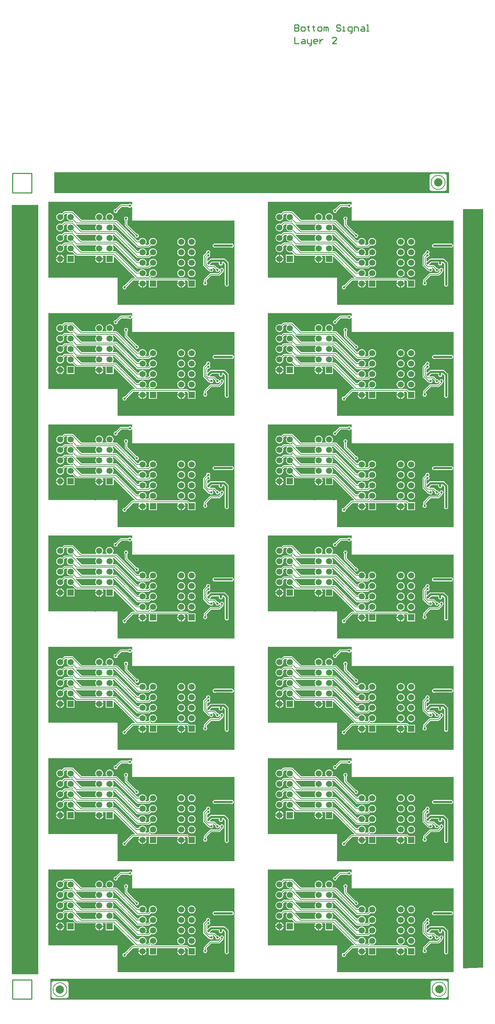
<source format=gbl>
G04 Layer_Physical_Order=2*
G04 Layer_Color=16711680*
%FSLAX24Y24*%
%MOIN*%
G70*
G01*
G75*
%ADD10C,0.0070*%
G04:AMPARAMS|DCode=11|XSize=78.7mil|YSize=78.7mil|CornerRadius=39.4mil|HoleSize=0mil|Usage=FLASHONLY|Rotation=90.000|XOffset=0mil|YOffset=0mil|HoleType=Round|Shape=RoundedRectangle|*
%AMROUNDEDRECTD11*
21,1,0.0787,0.0000,0,0,90.0*
21,1,0.0000,0.0787,0,0,90.0*
1,1,0.0787,0.0000,0.0000*
1,1,0.0787,0.0000,0.0000*
1,1,0.0787,0.0000,0.0000*
1,1,0.0787,0.0000,0.0000*
%
%ADD11ROUNDEDRECTD11*%
%ADD12C,0.0100*%
%ADD25C,0.0200*%
%ADD26C,0.0080*%
%ADD32R,0.0591X0.0591*%
%ADD33C,0.0591*%
%ADD34C,0.0220*%
G36*
X42270Y79582D02*
Y77584D01*
X4450Y77584D01*
Y79582D01*
X42270Y79582D01*
D02*
G37*
G36*
X32935Y76496D02*
X32885Y76481D01*
X32852Y76530D01*
X32789Y76572D01*
X32715Y76587D01*
X32641Y76572D01*
X32578Y76530D01*
X32568Y76515D01*
X31845D01*
X31798Y76506D01*
X31758Y76480D01*
X31362Y76083D01*
X31345Y76087D01*
X31271Y76072D01*
X31208Y76030D01*
X31166Y75967D01*
X31151Y75893D01*
X31166Y75819D01*
X31208Y75756D01*
X31271Y75714D01*
X31345Y75699D01*
X31419Y75714D01*
X31482Y75756D01*
X31524Y75819D01*
X31539Y75893D01*
X31535Y75910D01*
X31896Y76271D01*
X32568D01*
X32578Y76256D01*
X32641Y76214D01*
X32715Y76199D01*
X32789Y76214D01*
X32852Y76256D01*
X32885Y76305D01*
X32935Y76290D01*
Y74953D01*
X42725Y74953D01*
Y66913D01*
X31545Y66913D01*
Y69503D01*
X24905D01*
Y76763D01*
X32935D01*
Y76496D01*
D02*
G37*
G36*
X11915D02*
X11865Y76481D01*
X11832Y76530D01*
X11769Y76572D01*
X11695Y76587D01*
X11621Y76572D01*
X11558Y76530D01*
X11548Y76515D01*
X10825D01*
X10778Y76506D01*
X10738Y76480D01*
X10342Y76083D01*
X10325Y76087D01*
X10251Y76072D01*
X10188Y76030D01*
X10146Y75967D01*
X10131Y75893D01*
X10146Y75819D01*
X10188Y75756D01*
X10251Y75714D01*
X10325Y75699D01*
X10399Y75714D01*
X10462Y75756D01*
X10504Y75819D01*
X10519Y75893D01*
X10515Y75910D01*
X10876Y76271D01*
X11548D01*
X11558Y76256D01*
X11621Y76214D01*
X11695Y76199D01*
X11769Y76214D01*
X11832Y76256D01*
X11865Y76305D01*
X11915Y76290D01*
Y74953D01*
X21705Y74953D01*
Y66913D01*
X10525Y66913D01*
Y69503D01*
X3885D01*
Y76763D01*
X11915D01*
Y76496D01*
D02*
G37*
G36*
X32935Y65836D02*
X32885Y65821D01*
X32852Y65870D01*
X32789Y65912D01*
X32715Y65927D01*
X32641Y65912D01*
X32578Y65870D01*
X32568Y65855D01*
X31845D01*
X31798Y65846D01*
X31758Y65820D01*
X31362Y65423D01*
X31345Y65427D01*
X31271Y65412D01*
X31208Y65370D01*
X31166Y65307D01*
X31151Y65233D01*
X31166Y65159D01*
X31208Y65096D01*
X31271Y65054D01*
X31345Y65039D01*
X31419Y65054D01*
X31482Y65096D01*
X31524Y65159D01*
X31539Y65233D01*
X31535Y65250D01*
X31896Y65611D01*
X32568D01*
X32578Y65596D01*
X32641Y65554D01*
X32715Y65539D01*
X32789Y65554D01*
X32852Y65596D01*
X32885Y65645D01*
X32935Y65630D01*
Y64293D01*
X42725Y64293D01*
Y56253D01*
X31545Y56253D01*
Y58843D01*
X24905D01*
Y66103D01*
X32935D01*
Y65836D01*
D02*
G37*
G36*
X11915D02*
X11865Y65821D01*
X11832Y65870D01*
X11769Y65912D01*
X11695Y65927D01*
X11621Y65912D01*
X11558Y65870D01*
X11548Y65855D01*
X10825D01*
X10778Y65846D01*
X10738Y65820D01*
X10342Y65423D01*
X10325Y65427D01*
X10251Y65412D01*
X10188Y65370D01*
X10146Y65307D01*
X10131Y65233D01*
X10146Y65159D01*
X10188Y65096D01*
X10251Y65054D01*
X10325Y65039D01*
X10399Y65054D01*
X10462Y65096D01*
X10504Y65159D01*
X10519Y65233D01*
X10515Y65250D01*
X10876Y65611D01*
X11548D01*
X11558Y65596D01*
X11621Y65554D01*
X11695Y65539D01*
X11769Y65554D01*
X11832Y65596D01*
X11865Y65645D01*
X11915Y65630D01*
Y64293D01*
X21705Y64293D01*
Y56253D01*
X10525Y56253D01*
Y58843D01*
X3885D01*
Y66103D01*
X11915D01*
Y65836D01*
D02*
G37*
G36*
X32935Y55176D02*
X32885Y55161D01*
X32852Y55210D01*
X32789Y55252D01*
X32715Y55267D01*
X32641Y55252D01*
X32578Y55210D01*
X32568Y55195D01*
X31845D01*
X31798Y55186D01*
X31758Y55160D01*
X31362Y54763D01*
X31345Y54767D01*
X31271Y54752D01*
X31208Y54710D01*
X31166Y54647D01*
X31151Y54573D01*
X31166Y54499D01*
X31208Y54436D01*
X31271Y54394D01*
X31345Y54379D01*
X31419Y54394D01*
X31482Y54436D01*
X31524Y54499D01*
X31539Y54573D01*
X31535Y54590D01*
X31896Y54951D01*
X32568D01*
X32578Y54936D01*
X32641Y54894D01*
X32715Y54879D01*
X32789Y54894D01*
X32852Y54936D01*
X32885Y54985D01*
X32935Y54970D01*
Y53633D01*
X42725Y53633D01*
Y45593D01*
X31545Y45593D01*
Y48183D01*
X24905D01*
Y55443D01*
X32935D01*
Y55176D01*
D02*
G37*
G36*
X11915D02*
X11865Y55161D01*
X11832Y55210D01*
X11769Y55252D01*
X11695Y55267D01*
X11621Y55252D01*
X11558Y55210D01*
X11548Y55195D01*
X10825D01*
X10778Y55186D01*
X10738Y55160D01*
X10342Y54763D01*
X10325Y54767D01*
X10251Y54752D01*
X10188Y54710D01*
X10146Y54647D01*
X10131Y54573D01*
X10146Y54499D01*
X10188Y54436D01*
X10251Y54394D01*
X10325Y54379D01*
X10399Y54394D01*
X10462Y54436D01*
X10504Y54499D01*
X10519Y54573D01*
X10515Y54590D01*
X10876Y54951D01*
X11548D01*
X11558Y54936D01*
X11621Y54894D01*
X11695Y54879D01*
X11769Y54894D01*
X11832Y54936D01*
X11865Y54985D01*
X11915Y54970D01*
Y53633D01*
X21705Y53633D01*
Y45593D01*
X10525Y45593D01*
Y48183D01*
X3885D01*
Y55443D01*
X11915D01*
Y55176D01*
D02*
G37*
G36*
X32935Y44516D02*
X32885Y44501D01*
X32852Y44550D01*
X32789Y44592D01*
X32715Y44607D01*
X32641Y44592D01*
X32578Y44550D01*
X32568Y44535D01*
X31845D01*
X31798Y44526D01*
X31758Y44500D01*
X31362Y44103D01*
X31345Y44107D01*
X31271Y44092D01*
X31208Y44050D01*
X31166Y43987D01*
X31151Y43913D01*
X31166Y43839D01*
X31208Y43776D01*
X31271Y43734D01*
X31345Y43719D01*
X31419Y43734D01*
X31482Y43776D01*
X31524Y43839D01*
X31539Y43913D01*
X31535Y43930D01*
X31896Y44291D01*
X32568D01*
X32578Y44276D01*
X32641Y44234D01*
X32715Y44219D01*
X32789Y44234D01*
X32852Y44276D01*
X32885Y44325D01*
X32935Y44310D01*
Y42973D01*
X42725Y42973D01*
Y34933D01*
X31545Y34933D01*
Y37523D01*
X24905D01*
Y44783D01*
X32935D01*
Y44516D01*
D02*
G37*
G36*
X11915D02*
X11865Y44501D01*
X11832Y44550D01*
X11769Y44592D01*
X11695Y44607D01*
X11621Y44592D01*
X11558Y44550D01*
X11548Y44535D01*
X10825D01*
X10778Y44526D01*
X10738Y44500D01*
X10342Y44103D01*
X10325Y44107D01*
X10251Y44092D01*
X10188Y44050D01*
X10146Y43987D01*
X10131Y43913D01*
X10146Y43839D01*
X10188Y43776D01*
X10251Y43734D01*
X10325Y43719D01*
X10399Y43734D01*
X10462Y43776D01*
X10504Y43839D01*
X10519Y43913D01*
X10515Y43930D01*
X10876Y44291D01*
X11548D01*
X11558Y44276D01*
X11621Y44234D01*
X11695Y44219D01*
X11769Y44234D01*
X11832Y44276D01*
X11865Y44325D01*
X11915Y44310D01*
Y42973D01*
X21705Y42973D01*
Y34933D01*
X10525Y34933D01*
Y37523D01*
X3885D01*
Y44783D01*
X11915D01*
Y44516D01*
D02*
G37*
G36*
X32935Y33856D02*
X32885Y33841D01*
X32852Y33890D01*
X32789Y33932D01*
X32715Y33947D01*
X32641Y33932D01*
X32578Y33890D01*
X32568Y33875D01*
X31845D01*
X31798Y33866D01*
X31758Y33840D01*
X31362Y33443D01*
X31345Y33447D01*
X31271Y33432D01*
X31208Y33390D01*
X31166Y33327D01*
X31151Y33253D01*
X31166Y33179D01*
X31208Y33116D01*
X31271Y33074D01*
X31345Y33059D01*
X31419Y33074D01*
X31482Y33116D01*
X31524Y33179D01*
X31539Y33253D01*
X31535Y33270D01*
X31896Y33631D01*
X32568D01*
X32578Y33616D01*
X32641Y33574D01*
X32715Y33559D01*
X32789Y33574D01*
X32852Y33616D01*
X32885Y33665D01*
X32935Y33650D01*
Y32313D01*
X42725Y32313D01*
Y24273D01*
X31545Y24273D01*
Y26863D01*
X24905D01*
Y34123D01*
X32935D01*
Y33856D01*
D02*
G37*
G36*
X11915D02*
X11865Y33841D01*
X11832Y33890D01*
X11769Y33932D01*
X11695Y33947D01*
X11621Y33932D01*
X11558Y33890D01*
X11548Y33875D01*
X10825D01*
X10778Y33866D01*
X10738Y33840D01*
X10342Y33443D01*
X10325Y33447D01*
X10251Y33432D01*
X10188Y33390D01*
X10146Y33327D01*
X10131Y33253D01*
X10146Y33179D01*
X10188Y33116D01*
X10251Y33074D01*
X10325Y33059D01*
X10399Y33074D01*
X10462Y33116D01*
X10504Y33179D01*
X10519Y33253D01*
X10515Y33270D01*
X10876Y33631D01*
X11548D01*
X11558Y33616D01*
X11621Y33574D01*
X11695Y33559D01*
X11769Y33574D01*
X11832Y33616D01*
X11865Y33665D01*
X11915Y33650D01*
Y32313D01*
X21705Y32313D01*
Y24273D01*
X10525Y24273D01*
Y26863D01*
X3885D01*
Y34123D01*
X11915D01*
Y33856D01*
D02*
G37*
G36*
X32935Y23196D02*
X32885Y23181D01*
X32852Y23230D01*
X32789Y23272D01*
X32715Y23287D01*
X32641Y23272D01*
X32578Y23230D01*
X32568Y23215D01*
X31845D01*
X31798Y23206D01*
X31758Y23180D01*
X31362Y22783D01*
X31345Y22787D01*
X31271Y22772D01*
X31208Y22730D01*
X31166Y22667D01*
X31151Y22593D01*
X31166Y22519D01*
X31208Y22456D01*
X31271Y22414D01*
X31345Y22399D01*
X31419Y22414D01*
X31482Y22456D01*
X31524Y22519D01*
X31539Y22593D01*
X31535Y22610D01*
X31896Y22971D01*
X32568D01*
X32578Y22956D01*
X32641Y22914D01*
X32715Y22899D01*
X32789Y22914D01*
X32852Y22956D01*
X32885Y23005D01*
X32935Y22990D01*
Y21653D01*
X42725Y21653D01*
Y13613D01*
X31545Y13613D01*
Y16203D01*
X24905D01*
Y23463D01*
X32935D01*
Y23196D01*
D02*
G37*
G36*
X11915D02*
X11865Y23181D01*
X11832Y23230D01*
X11769Y23272D01*
X11695Y23287D01*
X11621Y23272D01*
X11558Y23230D01*
X11548Y23215D01*
X10825D01*
X10778Y23206D01*
X10738Y23180D01*
X10342Y22783D01*
X10325Y22787D01*
X10251Y22772D01*
X10188Y22730D01*
X10146Y22667D01*
X10131Y22593D01*
X10146Y22519D01*
X10188Y22456D01*
X10251Y22414D01*
X10325Y22399D01*
X10399Y22414D01*
X10462Y22456D01*
X10504Y22519D01*
X10519Y22593D01*
X10515Y22610D01*
X10876Y22971D01*
X11548D01*
X11558Y22956D01*
X11621Y22914D01*
X11695Y22899D01*
X11769Y22914D01*
X11832Y22956D01*
X11865Y23005D01*
X11915Y22990D01*
Y21653D01*
X21705Y21653D01*
Y13613D01*
X10525Y13613D01*
Y16203D01*
X3885D01*
Y23463D01*
X11915D01*
Y23196D01*
D02*
G37*
G36*
X32935Y12536D02*
X32885Y12521D01*
X32852Y12570D01*
X32789Y12612D01*
X32715Y12627D01*
X32641Y12612D01*
X32578Y12570D01*
X32568Y12555D01*
X31845D01*
X31798Y12546D01*
X31758Y12520D01*
X31362Y12123D01*
X31345Y12127D01*
X31271Y12112D01*
X31208Y12070D01*
X31166Y12007D01*
X31151Y11933D01*
X31166Y11859D01*
X31208Y11796D01*
X31271Y11754D01*
X31345Y11739D01*
X31419Y11754D01*
X31482Y11796D01*
X31524Y11859D01*
X31539Y11933D01*
X31535Y11950D01*
X31896Y12311D01*
X32568D01*
X32578Y12296D01*
X32641Y12254D01*
X32715Y12239D01*
X32789Y12254D01*
X32852Y12296D01*
X32885Y12345D01*
X32935Y12330D01*
Y10993D01*
X42725Y10993D01*
Y2953D01*
X31545Y2953D01*
Y5543D01*
X24905D01*
Y12803D01*
X32935D01*
Y12536D01*
D02*
G37*
G36*
X11915D02*
X11865Y12521D01*
X11832Y12570D01*
X11769Y12612D01*
X11695Y12627D01*
X11621Y12612D01*
X11558Y12570D01*
X11548Y12555D01*
X10825D01*
X10778Y12546D01*
X10738Y12520D01*
X10342Y12123D01*
X10325Y12127D01*
X10251Y12112D01*
X10188Y12070D01*
X10146Y12007D01*
X10131Y11933D01*
X10146Y11859D01*
X10188Y11796D01*
X10251Y11754D01*
X10325Y11739D01*
X10399Y11754D01*
X10462Y11796D01*
X10504Y11859D01*
X10519Y11933D01*
X10515Y11950D01*
X10876Y12311D01*
X11548D01*
X11558Y12296D01*
X11621Y12254D01*
X11695Y12239D01*
X11769Y12254D01*
X11832Y12296D01*
X11865Y12345D01*
X11915Y12330D01*
Y10993D01*
X21705Y10993D01*
Y2953D01*
X10525Y2953D01*
Y5543D01*
X3885D01*
Y12803D01*
X11915D01*
Y12536D01*
D02*
G37*
G36*
X45559Y3401D02*
X45516Y3383D01*
X43656Y3341D01*
X43620Y3376D01*
Y76070D01*
X45559D01*
Y3401D01*
D02*
G37*
G36*
X2920Y2776D02*
X374D01*
Y76460D01*
X2920D01*
Y2776D01*
D02*
G37*
G36*
X42250Y2333D02*
Y335D01*
X4070Y335D01*
Y2333D01*
X42250Y2333D01*
D02*
G37*
%LPC*%
G36*
X41819Y79451D02*
Y79449D01*
X40638D01*
Y79451D01*
X40549Y79433D01*
X40473Y79382D01*
X40422Y79307D01*
X40405Y79217D01*
X40406D01*
Y78036D01*
X40405D01*
X40422Y77947D01*
X40473Y77871D01*
X40549Y77821D01*
X40638Y77803D01*
Y77805D01*
X41819D01*
Y77803D01*
X41908Y77821D01*
X41984Y77871D01*
X42034Y77947D01*
X42052Y78036D01*
X42051D01*
Y79217D01*
X42052D01*
X42034Y79307D01*
X41984Y79382D01*
X41908Y79433D01*
X41819Y79451D01*
D02*
G37*
G36*
X27205Y75855D02*
X26450D01*
X26403Y75846D01*
X26363Y75820D01*
X26192Y75648D01*
X26125Y75676D01*
X26027Y75689D01*
X25930Y75676D01*
X25838Y75638D01*
X25760Y75578D01*
X25700Y75500D01*
X25662Y75408D01*
X25649Y75310D01*
X25662Y75213D01*
X25700Y75121D01*
X25760Y75043D01*
X25838Y74983D01*
X25930Y74945D01*
X26027Y74932D01*
X26125Y74945D01*
X26217Y74983D01*
X26295Y75043D01*
X26355Y75121D01*
X26393Y75213D01*
X26406Y75310D01*
X26393Y75408D01*
X26365Y75475D01*
X26501Y75611D01*
X26724D01*
X26746Y75561D01*
X26700Y75500D01*
X26662Y75408D01*
X26649Y75310D01*
X26662Y75213D01*
X26700Y75121D01*
X26760Y75043D01*
X26838Y74983D01*
X26930Y74945D01*
X27027Y74932D01*
X27125Y74945D01*
X27192Y74973D01*
X27261Y74904D01*
X27250Y74849D01*
X27247Y74847D01*
X27205Y74855D01*
X26450D01*
X26403Y74846D01*
X26363Y74820D01*
X26192Y74648D01*
X26125Y74676D01*
X26027Y74689D01*
X25930Y74676D01*
X25838Y74638D01*
X25760Y74578D01*
X25700Y74500D01*
X25662Y74408D01*
X25649Y74310D01*
X25662Y74213D01*
X25700Y74121D01*
X25760Y74043D01*
X25838Y73983D01*
X25930Y73945D01*
X26027Y73932D01*
X26125Y73945D01*
X26217Y73983D01*
X26295Y74043D01*
X26355Y74121D01*
X26393Y74213D01*
X26406Y74310D01*
X26393Y74408D01*
X26365Y74475D01*
X26501Y74611D01*
X26724D01*
X26746Y74561D01*
X26700Y74500D01*
X26662Y74408D01*
X26649Y74310D01*
X26662Y74213D01*
X26700Y74121D01*
X26760Y74043D01*
X26838Y73983D01*
X26930Y73945D01*
X27027Y73932D01*
X27125Y73945D01*
X27192Y73973D01*
X27261Y73904D01*
X27250Y73849D01*
X27247Y73847D01*
X27205Y73855D01*
X26450D01*
X26403Y73846D01*
X26363Y73820D01*
X26192Y73648D01*
X26125Y73676D01*
X26027Y73689D01*
X25930Y73676D01*
X25838Y73638D01*
X25760Y73578D01*
X25700Y73500D01*
X25662Y73408D01*
X25649Y73310D01*
X25662Y73213D01*
X25700Y73121D01*
X25760Y73043D01*
X25838Y72983D01*
X25930Y72945D01*
X26027Y72932D01*
X26125Y72945D01*
X26217Y72983D01*
X26295Y73043D01*
X26355Y73121D01*
X26393Y73213D01*
X26406Y73310D01*
X26393Y73408D01*
X26365Y73475D01*
X26501Y73611D01*
X26724D01*
X26746Y73561D01*
X26700Y73500D01*
X26662Y73408D01*
X26649Y73310D01*
X26662Y73213D01*
X26700Y73121D01*
X26760Y73043D01*
X26838Y72983D01*
X26930Y72945D01*
X27027Y72932D01*
X27125Y72945D01*
X27192Y72973D01*
X27293Y72872D01*
X27261Y72833D01*
X27242Y72846D01*
X27195Y72855D01*
X26450D01*
X26403Y72846D01*
X26363Y72820D01*
X26192Y72648D01*
X26125Y72676D01*
X26027Y72689D01*
X25930Y72676D01*
X25838Y72638D01*
X25760Y72578D01*
X25700Y72500D01*
X25662Y72408D01*
X25649Y72310D01*
X25662Y72213D01*
X25700Y72121D01*
X25760Y72043D01*
X25838Y71983D01*
X25930Y71945D01*
X26027Y71932D01*
X26125Y71945D01*
X26217Y71983D01*
X26295Y72043D01*
X26355Y72121D01*
X26393Y72213D01*
X26406Y72310D01*
X26393Y72408D01*
X26365Y72475D01*
X26501Y72611D01*
X26724D01*
X26746Y72561D01*
X26700Y72500D01*
X26662Y72408D01*
X26649Y72310D01*
X26662Y72213D01*
X26700Y72121D01*
X26760Y72043D01*
X26838Y71983D01*
X26930Y71945D01*
X27027Y71932D01*
X27125Y71945D01*
X27192Y71973D01*
X27518Y71646D01*
X27558Y71620D01*
X27605Y71611D01*
X29447D01*
X29471Y71561D01*
X29432Y71510D01*
X29392Y71414D01*
X29385Y71360D01*
X30170D01*
X30163Y71414D01*
X30123Y71510D01*
X30084Y71561D01*
X30108Y71611D01*
X30402D01*
Y70935D01*
X31153D01*
Y71507D01*
X31199Y71526D01*
X33203Y69522D01*
X33184Y69475D01*
X32975D01*
X32928Y69466D01*
X32888Y69440D01*
X32212Y68763D01*
X32195Y68767D01*
X32121Y68752D01*
X32058Y68710D01*
X32016Y68647D01*
X32001Y68573D01*
X32016Y68499D01*
X32058Y68436D01*
X32121Y68394D01*
X32195Y68379D01*
X32269Y68394D01*
X32332Y68436D01*
X32374Y68499D01*
X32389Y68573D01*
X32385Y68590D01*
X33026Y69231D01*
X33582D01*
X33607Y69181D01*
X33570Y69132D01*
X33530Y69036D01*
X33523Y68983D01*
X34307D01*
X34300Y69036D01*
X34260Y69132D01*
X34223Y69181D01*
X34248Y69231D01*
X34540D01*
Y68558D01*
X35290D01*
Y69231D01*
X37302D01*
X37327Y69181D01*
X37290Y69132D01*
X37250Y69036D01*
X37243Y68983D01*
X38027D01*
X38020Y69036D01*
X37980Y69132D01*
X37943Y69181D01*
X37968Y69231D01*
X38164D01*
X38260Y69135D01*
Y68558D01*
X39010D01*
Y69308D01*
X38433D01*
X38301Y69440D01*
X38262Y69466D01*
X38215Y69475D01*
X34696D01*
X34677Y69522D01*
X34750Y69595D01*
X34817Y69567D01*
X34915Y69554D01*
X35013Y69567D01*
X35104Y69605D01*
X35183Y69665D01*
X35243Y69744D01*
X35281Y69835D01*
X35293Y69933D01*
X35281Y70031D01*
X35243Y70122D01*
X35183Y70201D01*
X35104Y70261D01*
X35013Y70299D01*
X34915Y70312D01*
X34817Y70299D01*
X34726Y70261D01*
X34647Y70201D01*
X34587Y70122D01*
X34549Y70031D01*
X34536Y69933D01*
X34549Y69835D01*
X34577Y69768D01*
X34444Y69635D01*
X34223D01*
X34198Y69685D01*
X34243Y69744D01*
X34281Y69835D01*
X34293Y69933D01*
X34281Y70031D01*
X34243Y70122D01*
X34183Y70201D01*
X34104Y70261D01*
X34013Y70299D01*
X33915Y70312D01*
X33817Y70299D01*
X33726Y70261D01*
X33647Y70201D01*
X33587Y70122D01*
X33559Y70055D01*
X33366D01*
X31441Y71980D01*
X31402Y72006D01*
X31355Y72015D01*
X31087D01*
X31062Y72065D01*
X31105Y72121D01*
X31143Y72213D01*
X31156Y72310D01*
X31143Y72408D01*
X31105Y72500D01*
X31059Y72561D01*
X31081Y72611D01*
X31184D01*
X33368Y70426D01*
X33408Y70400D01*
X33455Y70391D01*
X34495D01*
X34542Y70400D01*
X34581Y70426D01*
X34750Y70595D01*
X34817Y70567D01*
X34915Y70554D01*
X35013Y70567D01*
X35104Y70605D01*
X35183Y70665D01*
X35243Y70744D01*
X35281Y70835D01*
X35293Y70933D01*
X35281Y71031D01*
X35243Y71122D01*
X35183Y71201D01*
X35104Y71261D01*
X35013Y71299D01*
X34915Y71312D01*
X34817Y71299D01*
X34726Y71261D01*
X34647Y71201D01*
X34587Y71122D01*
X34549Y71031D01*
X34536Y70933D01*
X34549Y70835D01*
X34577Y70768D01*
X34444Y70635D01*
X34223D01*
X34198Y70685D01*
X34243Y70744D01*
X34281Y70835D01*
X34293Y70933D01*
X34281Y71031D01*
X34243Y71122D01*
X34183Y71201D01*
X34104Y71261D01*
X34013Y71299D01*
X33915Y71312D01*
X33817Y71299D01*
X33726Y71261D01*
X33647Y71201D01*
X33587Y71122D01*
X33559Y71055D01*
X33436D01*
X31511Y72980D01*
X31472Y73006D01*
X31425Y73015D01*
X31087D01*
X31062Y73065D01*
X31105Y73121D01*
X31143Y73213D01*
X31156Y73310D01*
X31143Y73408D01*
X31105Y73500D01*
X31059Y73561D01*
X31081Y73611D01*
X31184D01*
X33368Y71426D01*
X33408Y71400D01*
X33455Y71391D01*
X34495D01*
X34542Y71400D01*
X34581Y71426D01*
X34750Y71595D01*
X34817Y71567D01*
X34915Y71554D01*
X35013Y71567D01*
X35104Y71605D01*
X35183Y71665D01*
X35243Y71744D01*
X35281Y71835D01*
X35293Y71933D01*
X35281Y72031D01*
X35243Y72122D01*
X35183Y72201D01*
X35104Y72261D01*
X35013Y72299D01*
X34915Y72312D01*
X34817Y72299D01*
X34726Y72261D01*
X34647Y72201D01*
X34587Y72122D01*
X34549Y72031D01*
X34536Y71933D01*
X34549Y71835D01*
X34577Y71768D01*
X34444Y71635D01*
X34223D01*
X34198Y71685D01*
X34243Y71744D01*
X34281Y71835D01*
X34293Y71933D01*
X34281Y72031D01*
X34243Y72122D01*
X34183Y72201D01*
X34104Y72261D01*
X34013Y72299D01*
X33915Y72312D01*
X33817Y72299D01*
X33726Y72261D01*
X33647Y72201D01*
X33587Y72122D01*
X33559Y72055D01*
X33426D01*
X31501Y73980D01*
X31462Y74006D01*
X31415Y74015D01*
X31087D01*
X31062Y74065D01*
X31105Y74121D01*
X31143Y74213D01*
X31156Y74310D01*
X31143Y74408D01*
X31105Y74500D01*
X31059Y74561D01*
X31081Y74611D01*
X31214D01*
X33398Y72426D01*
X33438Y72400D01*
X33485Y72391D01*
X34495D01*
X34542Y72400D01*
X34581Y72426D01*
X34750Y72595D01*
X34817Y72567D01*
X34915Y72554D01*
X35013Y72567D01*
X35104Y72605D01*
X35183Y72665D01*
X35243Y72744D01*
X35281Y72835D01*
X35293Y72933D01*
X35281Y73031D01*
X35243Y73122D01*
X35183Y73201D01*
X35104Y73261D01*
X35013Y73299D01*
X34915Y73312D01*
X34817Y73299D01*
X34726Y73261D01*
X34647Y73201D01*
X34587Y73122D01*
X34549Y73031D01*
X34536Y72933D01*
X34549Y72835D01*
X34577Y72768D01*
X34444Y72635D01*
X34223D01*
X34198Y72685D01*
X34243Y72744D01*
X34281Y72835D01*
X34293Y72933D01*
X34281Y73031D01*
X34243Y73122D01*
X34183Y73201D01*
X34104Y73261D01*
X34013Y73299D01*
X33915Y73312D01*
X33817Y73299D01*
X33726Y73261D01*
X33647Y73201D01*
X33587Y73122D01*
X33559Y73055D01*
X33426D01*
X31501Y74980D01*
X31462Y75006D01*
X31415Y75015D01*
X31087D01*
X31062Y75065D01*
X31105Y75121D01*
X31143Y75213D01*
X31156Y75310D01*
X31143Y75408D01*
X31105Y75500D01*
X31045Y75578D01*
X30967Y75638D01*
X30875Y75676D01*
X30777Y75689D01*
X30680Y75676D01*
X30588Y75638D01*
X30510Y75578D01*
X30450Y75500D01*
X30412Y75408D01*
X30399Y75310D01*
X30412Y75213D01*
X30450Y75121D01*
X30493Y75065D01*
X30468Y75015D01*
X30087D01*
X30062Y75065D01*
X30105Y75121D01*
X30143Y75213D01*
X30156Y75310D01*
X30143Y75408D01*
X30105Y75500D01*
X30045Y75578D01*
X29967Y75638D01*
X29875Y75676D01*
X29777Y75689D01*
X29680Y75676D01*
X29588Y75638D01*
X29510Y75578D01*
X29450Y75500D01*
X29412Y75408D01*
X29399Y75310D01*
X29412Y75213D01*
X29450Y75121D01*
X29493Y75065D01*
X29468Y75015D01*
X28096D01*
X27291Y75820D01*
X27252Y75846D01*
X27205Y75855D01*
D02*
G37*
G36*
X32345Y75347D02*
X32271Y75332D01*
X32208Y75290D01*
X32166Y75227D01*
X32151Y75153D01*
X32166Y75079D01*
X32208Y75016D01*
X32223Y75006D01*
Y74553D01*
X32232Y74506D01*
X32258Y74466D01*
X33185Y73540D01*
X33181Y73523D01*
X33196Y73449D01*
X33238Y73386D01*
X33301Y73344D01*
X33375Y73329D01*
X33449Y73344D01*
X33512Y73386D01*
X33554Y73449D01*
X33569Y73523D01*
X33554Y73597D01*
X33512Y73660D01*
X33449Y73702D01*
X33375Y73717D01*
X33358Y73713D01*
X32467Y74604D01*
Y75006D01*
X32482Y75016D01*
X32524Y75079D01*
X32539Y75153D01*
X32524Y75227D01*
X32482Y75290D01*
X32419Y75332D01*
X32345Y75347D01*
D02*
G37*
G36*
X42475Y72767D02*
X42424Y72757D01*
X40845D01*
X40840Y72756D01*
X40835Y72757D01*
X40761Y72742D01*
X40698Y72700D01*
X40656Y72637D01*
X40641Y72563D01*
X40656Y72489D01*
X40698Y72426D01*
X40761Y72384D01*
X40835Y72369D01*
X40909Y72384D01*
X40917Y72389D01*
X42424D01*
X42475Y72379D01*
X42549Y72394D01*
X42612Y72436D01*
X42654Y72499D01*
X42669Y72573D01*
X42654Y72647D01*
X42612Y72710D01*
X42549Y72752D01*
X42475Y72767D01*
D02*
G37*
G36*
X38635Y73312D02*
X38537Y73299D01*
X38446Y73261D01*
X38367Y73201D01*
X38307Y73122D01*
X38269Y73031D01*
X38256Y72933D01*
X38269Y72835D01*
X38307Y72744D01*
X38367Y72665D01*
X38446Y72605D01*
X38537Y72567D01*
X38635Y72554D01*
X38733Y72567D01*
X38824Y72605D01*
X38903Y72665D01*
X38963Y72744D01*
X39001Y72835D01*
X39013Y72933D01*
X39001Y73031D01*
X38963Y73122D01*
X38903Y73201D01*
X38824Y73261D01*
X38733Y73299D01*
X38635Y73312D01*
D02*
G37*
G36*
X37635D02*
X37537Y73299D01*
X37446Y73261D01*
X37367Y73201D01*
X37307Y73122D01*
X37269Y73031D01*
X37256Y72933D01*
X37269Y72835D01*
X37307Y72744D01*
X37367Y72665D01*
X37446Y72605D01*
X37537Y72567D01*
X37635Y72554D01*
X37733Y72567D01*
X37824Y72605D01*
X37903Y72665D01*
X37963Y72744D01*
X38001Y72835D01*
X38013Y72933D01*
X38001Y73031D01*
X37963Y73122D01*
X37903Y73201D01*
X37824Y73261D01*
X37733Y73299D01*
X37635Y73312D01*
D02*
G37*
G36*
X38635Y72312D02*
X38537Y72299D01*
X38446Y72261D01*
X38367Y72201D01*
X38307Y72122D01*
X38269Y72031D01*
X38256Y71933D01*
X38269Y71835D01*
X38307Y71744D01*
X38367Y71665D01*
X38446Y71605D01*
X38537Y71567D01*
X38635Y71554D01*
X38733Y71567D01*
X38824Y71605D01*
X38903Y71665D01*
X38963Y71744D01*
X39001Y71835D01*
X39013Y71933D01*
X39001Y72031D01*
X38963Y72122D01*
X38903Y72201D01*
X38824Y72261D01*
X38733Y72299D01*
X38635Y72312D01*
D02*
G37*
G36*
X37635D02*
X37537Y72299D01*
X37446Y72261D01*
X37367Y72201D01*
X37307Y72122D01*
X37269Y72031D01*
X37256Y71933D01*
X37269Y71835D01*
X37307Y71744D01*
X37367Y71665D01*
X37446Y71605D01*
X37537Y71567D01*
X37635Y71554D01*
X37733Y71567D01*
X37824Y71605D01*
X37903Y71665D01*
X37963Y71744D01*
X38001Y71835D01*
X38013Y71933D01*
X38001Y72031D01*
X37963Y72122D01*
X37903Y72201D01*
X37824Y72261D01*
X37733Y72299D01*
X37635Y72312D01*
D02*
G37*
G36*
X40215Y72127D02*
X40141Y72112D01*
X40078Y72070D01*
X40036Y72007D01*
X40021Y71933D01*
X40025Y71916D01*
X39768Y71660D01*
X39742Y71620D01*
X39733Y71573D01*
Y70713D01*
X39742Y70666D01*
X39768Y70626D01*
X40238Y70156D01*
X40278Y70130D01*
X40325Y70121D01*
X40368D01*
X40378Y70106D01*
X40441Y70064D01*
X40515Y70049D01*
X40589Y70064D01*
X40652Y70106D01*
X40694Y70169D01*
X40709Y70243D01*
X40694Y70317D01*
X40652Y70380D01*
X40636Y70391D01*
X40651Y70441D01*
X40734D01*
X40915Y70260D01*
X40911Y70243D01*
X40926Y70169D01*
X40968Y70106D01*
X41031Y70064D01*
X41105Y70049D01*
X41179Y70064D01*
X41242Y70106D01*
X41284Y70169D01*
X41293Y70215D01*
X41294Y70222D01*
X41345D01*
X41347Y70215D01*
X41356Y70169D01*
X41389Y70120D01*
X41194Y69925D01*
X40455D01*
X40408Y69916D01*
X40368Y69890D01*
X39848Y69370D01*
X39822Y69330D01*
X39813Y69283D01*
Y69100D01*
X39798Y69090D01*
X39756Y69027D01*
X39741Y68953D01*
X39756Y68879D01*
X39798Y68816D01*
X39861Y68774D01*
X39935Y68759D01*
X40009Y68774D01*
X40072Y68816D01*
X40114Y68879D01*
X40129Y68953D01*
X40114Y69027D01*
X40072Y69090D01*
X40057Y69100D01*
Y69232D01*
X40506Y69681D01*
X41245D01*
X41292Y69690D01*
X41331Y69716D01*
X41621Y70006D01*
X41648Y70046D01*
X41657Y70093D01*
Y70096D01*
X41672Y70106D01*
X41714Y70169D01*
X41729Y70243D01*
X41714Y70317D01*
X41672Y70380D01*
X41609Y70422D01*
X41535Y70437D01*
X41461Y70422D01*
X41398Y70380D01*
X41356Y70317D01*
X41347Y70271D01*
X41345Y70264D01*
X41294D01*
X41293Y70271D01*
X41284Y70317D01*
X41242Y70380D01*
X41179Y70422D01*
X41105Y70437D01*
X41088Y70433D01*
X40871Y70650D01*
X40832Y70676D01*
X40785Y70685D01*
X40389D01*
X40365Y70735D01*
X40381Y70759D01*
X40571Y70949D01*
X41232D01*
X41240Y70899D01*
X41231Y70853D01*
X41246Y70779D01*
X41288Y70716D01*
X41351Y70674D01*
X41425Y70659D01*
X41499Y70674D01*
X41562Y70716D01*
X41604Y70779D01*
X41619Y70853D01*
X41609Y70899D01*
X41614Y70927D01*
X41659Y70939D01*
X41811Y70787D01*
Y68884D01*
X41801Y68833D01*
X41816Y68759D01*
X41858Y68696D01*
X41921Y68654D01*
X41995Y68639D01*
X42069Y68654D01*
X42132Y68696D01*
X42174Y68759D01*
X42189Y68833D01*
X42178Y68884D01*
Y70863D01*
X42165Y70933D01*
X42125Y70993D01*
X41855Y71263D01*
X41795Y71303D01*
X41725Y71317D01*
X40495D01*
X40425Y71303D01*
X40365Y71263D01*
X40174Y71071D01*
X40127Y71090D01*
Y71372D01*
X40198Y71443D01*
X40215Y71439D01*
X40289Y71454D01*
X40352Y71496D01*
X40394Y71559D01*
X40409Y71633D01*
X40394Y71707D01*
X40352Y71770D01*
Y71796D01*
X40394Y71859D01*
X40409Y71933D01*
X40394Y72007D01*
X40352Y72070D01*
X40289Y72112D01*
X40215Y72127D01*
D02*
G37*
G36*
X26077Y71703D02*
Y71360D01*
X26420D01*
X26413Y71414D01*
X26373Y71510D01*
X26309Y71592D01*
X26227Y71656D01*
X26131Y71696D01*
X26077Y71703D01*
D02*
G37*
G36*
X25977D02*
X25924Y71696D01*
X25828Y71656D01*
X25746Y71592D01*
X25682Y71510D01*
X25642Y71414D01*
X25635Y71360D01*
X25977D01*
Y71703D01*
D02*
G37*
G36*
X27403Y71686D02*
X26652D01*
Y70935D01*
X27403D01*
Y71686D01*
D02*
G37*
G36*
X30170Y71260D02*
X29827D01*
Y70918D01*
X29881Y70925D01*
X29977Y70965D01*
X30059Y71029D01*
X30123Y71111D01*
X30163Y71207D01*
X30170Y71260D01*
D02*
G37*
G36*
X29727D02*
X29385D01*
X29392Y71207D01*
X29432Y71111D01*
X29496Y71029D01*
X29578Y70965D01*
X29674Y70925D01*
X29727Y70918D01*
Y71260D01*
D02*
G37*
G36*
X26420D02*
X26077D01*
Y70918D01*
X26131Y70925D01*
X26227Y70965D01*
X26309Y71029D01*
X26373Y71111D01*
X26413Y71207D01*
X26420Y71260D01*
D02*
G37*
G36*
X25977D02*
X25635D01*
X25642Y71207D01*
X25682Y71111D01*
X25746Y71029D01*
X25828Y70965D01*
X25924Y70925D01*
X25977Y70918D01*
Y71260D01*
D02*
G37*
G36*
X38635Y71312D02*
X38537Y71299D01*
X38446Y71261D01*
X38367Y71201D01*
X38307Y71122D01*
X38269Y71031D01*
X38256Y70933D01*
X38269Y70835D01*
X38307Y70744D01*
X38367Y70665D01*
X38446Y70605D01*
X38537Y70567D01*
X38635Y70554D01*
X38733Y70567D01*
X38824Y70605D01*
X38903Y70665D01*
X38963Y70744D01*
X39001Y70835D01*
X39013Y70933D01*
X39001Y71031D01*
X38963Y71122D01*
X38903Y71201D01*
X38824Y71261D01*
X38733Y71299D01*
X38635Y71312D01*
D02*
G37*
G36*
X37635D02*
X37537Y71299D01*
X37446Y71261D01*
X37367Y71201D01*
X37307Y71122D01*
X37269Y71031D01*
X37256Y70933D01*
X37269Y70835D01*
X37307Y70744D01*
X37367Y70665D01*
X37446Y70605D01*
X37537Y70567D01*
X37635Y70554D01*
X37733Y70567D01*
X37824Y70605D01*
X37903Y70665D01*
X37963Y70744D01*
X38001Y70835D01*
X38013Y70933D01*
X38001Y71031D01*
X37963Y71122D01*
X37903Y71201D01*
X37824Y71261D01*
X37733Y71299D01*
X37635Y71312D01*
D02*
G37*
G36*
X38635Y70312D02*
X38537Y70299D01*
X38446Y70261D01*
X38367Y70201D01*
X38307Y70122D01*
X38269Y70031D01*
X38256Y69933D01*
X38269Y69835D01*
X38307Y69744D01*
X38367Y69665D01*
X38446Y69605D01*
X38537Y69567D01*
X38635Y69554D01*
X38733Y69567D01*
X38824Y69605D01*
X38903Y69665D01*
X38963Y69744D01*
X39001Y69835D01*
X39013Y69933D01*
X39001Y70031D01*
X38963Y70122D01*
X38903Y70201D01*
X38824Y70261D01*
X38733Y70299D01*
X38635Y70312D01*
D02*
G37*
G36*
X37635D02*
X37537Y70299D01*
X37446Y70261D01*
X37367Y70201D01*
X37307Y70122D01*
X37269Y70031D01*
X37256Y69933D01*
X37269Y69835D01*
X37307Y69744D01*
X37367Y69665D01*
X37446Y69605D01*
X37537Y69567D01*
X37635Y69554D01*
X37733Y69567D01*
X37824Y69605D01*
X37903Y69665D01*
X37963Y69744D01*
X38001Y69835D01*
X38013Y69933D01*
X38001Y70031D01*
X37963Y70122D01*
X37903Y70201D01*
X37824Y70261D01*
X37733Y70299D01*
X37635Y70312D01*
D02*
G37*
G36*
X38027Y68883D02*
X37685D01*
Y68541D01*
X37738Y68548D01*
X37834Y68588D01*
X37917Y68651D01*
X37980Y68734D01*
X38020Y68830D01*
X38027Y68883D01*
D02*
G37*
G36*
X37585D02*
X37243D01*
X37250Y68830D01*
X37290Y68734D01*
X37353Y68651D01*
X37436Y68588D01*
X37532Y68548D01*
X37585Y68541D01*
Y68883D01*
D02*
G37*
G36*
X34307D02*
X33965D01*
Y68541D01*
X34018Y68548D01*
X34114Y68588D01*
X34197Y68651D01*
X34260Y68734D01*
X34300Y68830D01*
X34307Y68883D01*
D02*
G37*
G36*
X33865D02*
X33523D01*
X33530Y68830D01*
X33570Y68734D01*
X33633Y68651D01*
X33716Y68588D01*
X33812Y68548D01*
X33865Y68541D01*
Y68883D01*
D02*
G37*
%LPD*%
G36*
X27605Y74611D02*
X29474D01*
X29496Y74561D01*
X29450Y74500D01*
X29412Y74408D01*
X29399Y74310D01*
X29412Y74213D01*
X29450Y74121D01*
X29493Y74065D01*
X29468Y74015D01*
X28096D01*
X27549Y74562D01*
X27560Y74617D01*
X27563Y74619D01*
X27605Y74611D01*
D02*
G37*
G36*
Y73611D02*
X29474D01*
X29496Y73561D01*
X29450Y73500D01*
X29412Y73408D01*
X29399Y73310D01*
X29412Y73213D01*
X29450Y73121D01*
X29493Y73065D01*
X29468Y73015D01*
X28096D01*
X27549Y73562D01*
X27560Y73617D01*
X27563Y73619D01*
X27605Y73611D01*
D02*
G37*
G36*
X27558Y72620D02*
X27605Y72611D01*
X29474D01*
X29496Y72561D01*
X29450Y72500D01*
X29412Y72408D01*
X29399Y72310D01*
X29412Y72213D01*
X29450Y72121D01*
X29493Y72065D01*
X29468Y72015D01*
X28086D01*
X27507Y72594D01*
X27539Y72633D01*
X27558Y72620D01*
D02*
G37*
%LPC*%
G36*
X6185Y75855D02*
X5430D01*
X5383Y75846D01*
X5343Y75820D01*
X5172Y75648D01*
X5105Y75676D01*
X5007Y75689D01*
X4910Y75676D01*
X4818Y75638D01*
X4740Y75578D01*
X4680Y75500D01*
X4642Y75408D01*
X4629Y75310D01*
X4642Y75213D01*
X4680Y75121D01*
X4740Y75043D01*
X4818Y74983D01*
X4910Y74945D01*
X5007Y74932D01*
X5105Y74945D01*
X5197Y74983D01*
X5275Y75043D01*
X5335Y75121D01*
X5373Y75213D01*
X5386Y75310D01*
X5373Y75408D01*
X5345Y75475D01*
X5481Y75611D01*
X5704D01*
X5726Y75561D01*
X5680Y75500D01*
X5642Y75408D01*
X5629Y75310D01*
X5642Y75213D01*
X5680Y75121D01*
X5740Y75043D01*
X5818Y74983D01*
X5910Y74945D01*
X6007Y74932D01*
X6105Y74945D01*
X6172Y74973D01*
X6241Y74904D01*
X6230Y74849D01*
X6227Y74847D01*
X6185Y74855D01*
X5430D01*
X5383Y74846D01*
X5343Y74820D01*
X5172Y74648D01*
X5105Y74676D01*
X5007Y74689D01*
X4910Y74676D01*
X4818Y74638D01*
X4740Y74578D01*
X4680Y74500D01*
X4642Y74408D01*
X4629Y74310D01*
X4642Y74213D01*
X4680Y74121D01*
X4740Y74043D01*
X4818Y73983D01*
X4910Y73945D01*
X5007Y73932D01*
X5105Y73945D01*
X5197Y73983D01*
X5275Y74043D01*
X5335Y74121D01*
X5373Y74213D01*
X5386Y74310D01*
X5373Y74408D01*
X5345Y74475D01*
X5481Y74611D01*
X5704D01*
X5726Y74561D01*
X5680Y74500D01*
X5642Y74408D01*
X5629Y74310D01*
X5642Y74213D01*
X5680Y74121D01*
X5740Y74043D01*
X5818Y73983D01*
X5910Y73945D01*
X6007Y73932D01*
X6105Y73945D01*
X6172Y73973D01*
X6241Y73904D01*
X6230Y73849D01*
X6227Y73847D01*
X6185Y73855D01*
X5430D01*
X5383Y73846D01*
X5343Y73820D01*
X5172Y73648D01*
X5105Y73676D01*
X5007Y73689D01*
X4910Y73676D01*
X4818Y73638D01*
X4740Y73578D01*
X4680Y73500D01*
X4642Y73408D01*
X4629Y73310D01*
X4642Y73213D01*
X4680Y73121D01*
X4740Y73043D01*
X4818Y72983D01*
X4910Y72945D01*
X5007Y72932D01*
X5105Y72945D01*
X5197Y72983D01*
X5275Y73043D01*
X5335Y73121D01*
X5373Y73213D01*
X5386Y73310D01*
X5373Y73408D01*
X5345Y73475D01*
X5481Y73611D01*
X5704D01*
X5726Y73561D01*
X5680Y73500D01*
X5642Y73408D01*
X5629Y73310D01*
X5642Y73213D01*
X5680Y73121D01*
X5740Y73043D01*
X5818Y72983D01*
X5910Y72945D01*
X6007Y72932D01*
X6105Y72945D01*
X6172Y72973D01*
X6273Y72872D01*
X6241Y72833D01*
X6222Y72846D01*
X6175Y72855D01*
X5430D01*
X5383Y72846D01*
X5343Y72820D01*
X5172Y72648D01*
X5105Y72676D01*
X5007Y72689D01*
X4910Y72676D01*
X4818Y72638D01*
X4740Y72578D01*
X4680Y72500D01*
X4642Y72408D01*
X4629Y72310D01*
X4642Y72213D01*
X4680Y72121D01*
X4740Y72043D01*
X4818Y71983D01*
X4910Y71945D01*
X5007Y71932D01*
X5105Y71945D01*
X5197Y71983D01*
X5275Y72043D01*
X5335Y72121D01*
X5373Y72213D01*
X5386Y72310D01*
X5373Y72408D01*
X5345Y72475D01*
X5481Y72611D01*
X5704D01*
X5726Y72561D01*
X5680Y72500D01*
X5642Y72408D01*
X5629Y72310D01*
X5642Y72213D01*
X5680Y72121D01*
X5740Y72043D01*
X5818Y71983D01*
X5910Y71945D01*
X6007Y71932D01*
X6105Y71945D01*
X6172Y71973D01*
X6498Y71646D01*
X6538Y71620D01*
X6585Y71611D01*
X8427D01*
X8451Y71561D01*
X8412Y71510D01*
X8372Y71414D01*
X8365Y71360D01*
X9150D01*
X9143Y71414D01*
X9103Y71510D01*
X9064Y71561D01*
X9088Y71611D01*
X9382D01*
Y70935D01*
X10133D01*
Y71507D01*
X10179Y71526D01*
X12183Y69522D01*
X12164Y69475D01*
X11955D01*
X11908Y69466D01*
X11868Y69440D01*
X11192Y68763D01*
X11175Y68767D01*
X11101Y68752D01*
X11038Y68710D01*
X10996Y68647D01*
X10981Y68573D01*
X10996Y68499D01*
X11038Y68436D01*
X11101Y68394D01*
X11175Y68379D01*
X11249Y68394D01*
X11312Y68436D01*
X11354Y68499D01*
X11369Y68573D01*
X11365Y68590D01*
X12006Y69231D01*
X12562D01*
X12587Y69181D01*
X12550Y69132D01*
X12510Y69036D01*
X12503Y68983D01*
X13287D01*
X13280Y69036D01*
X13240Y69132D01*
X13203Y69181D01*
X13228Y69231D01*
X13520D01*
Y68558D01*
X14270D01*
Y69231D01*
X16282D01*
X16307Y69181D01*
X16270Y69132D01*
X16230Y69036D01*
X16223Y68983D01*
X17007D01*
X17000Y69036D01*
X16960Y69132D01*
X16923Y69181D01*
X16948Y69231D01*
X17144D01*
X17240Y69135D01*
Y68558D01*
X17990D01*
Y69308D01*
X17413D01*
X17281Y69440D01*
X17242Y69466D01*
X17195Y69475D01*
X13676D01*
X13657Y69522D01*
X13730Y69595D01*
X13797Y69567D01*
X13895Y69554D01*
X13993Y69567D01*
X14084Y69605D01*
X14163Y69665D01*
X14223Y69744D01*
X14261Y69835D01*
X14273Y69933D01*
X14261Y70031D01*
X14223Y70122D01*
X14163Y70201D01*
X14084Y70261D01*
X13993Y70299D01*
X13895Y70312D01*
X13797Y70299D01*
X13706Y70261D01*
X13627Y70201D01*
X13567Y70122D01*
X13529Y70031D01*
X13516Y69933D01*
X13529Y69835D01*
X13557Y69768D01*
X13424Y69635D01*
X13203D01*
X13178Y69685D01*
X13223Y69744D01*
X13261Y69835D01*
X13273Y69933D01*
X13261Y70031D01*
X13223Y70122D01*
X13163Y70201D01*
X13084Y70261D01*
X12993Y70299D01*
X12895Y70312D01*
X12797Y70299D01*
X12706Y70261D01*
X12627Y70201D01*
X12567Y70122D01*
X12539Y70055D01*
X12346D01*
X10421Y71980D01*
X10382Y72006D01*
X10335Y72015D01*
X10067D01*
X10042Y72065D01*
X10085Y72121D01*
X10123Y72213D01*
X10136Y72310D01*
X10123Y72408D01*
X10085Y72500D01*
X10039Y72561D01*
X10061Y72611D01*
X10164D01*
X12348Y70426D01*
X12388Y70400D01*
X12435Y70391D01*
X13475D01*
X13522Y70400D01*
X13561Y70426D01*
X13730Y70595D01*
X13797Y70567D01*
X13895Y70554D01*
X13993Y70567D01*
X14084Y70605D01*
X14163Y70665D01*
X14223Y70744D01*
X14261Y70835D01*
X14273Y70933D01*
X14261Y71031D01*
X14223Y71122D01*
X14163Y71201D01*
X14084Y71261D01*
X13993Y71299D01*
X13895Y71312D01*
X13797Y71299D01*
X13706Y71261D01*
X13627Y71201D01*
X13567Y71122D01*
X13529Y71031D01*
X13516Y70933D01*
X13529Y70835D01*
X13557Y70768D01*
X13424Y70635D01*
X13203D01*
X13178Y70685D01*
X13223Y70744D01*
X13261Y70835D01*
X13273Y70933D01*
X13261Y71031D01*
X13223Y71122D01*
X13163Y71201D01*
X13084Y71261D01*
X12993Y71299D01*
X12895Y71312D01*
X12797Y71299D01*
X12706Y71261D01*
X12627Y71201D01*
X12567Y71122D01*
X12539Y71055D01*
X12416D01*
X10491Y72980D01*
X10452Y73006D01*
X10405Y73015D01*
X10067D01*
X10042Y73065D01*
X10085Y73121D01*
X10123Y73213D01*
X10136Y73310D01*
X10123Y73408D01*
X10085Y73500D01*
X10039Y73561D01*
X10061Y73611D01*
X10164D01*
X12348Y71426D01*
X12388Y71400D01*
X12435Y71391D01*
X13475D01*
X13522Y71400D01*
X13561Y71426D01*
X13730Y71595D01*
X13797Y71567D01*
X13895Y71554D01*
X13993Y71567D01*
X14084Y71605D01*
X14163Y71665D01*
X14223Y71744D01*
X14261Y71835D01*
X14273Y71933D01*
X14261Y72031D01*
X14223Y72122D01*
X14163Y72201D01*
X14084Y72261D01*
X13993Y72299D01*
X13895Y72312D01*
X13797Y72299D01*
X13706Y72261D01*
X13627Y72201D01*
X13567Y72122D01*
X13529Y72031D01*
X13516Y71933D01*
X13529Y71835D01*
X13557Y71768D01*
X13424Y71635D01*
X13203D01*
X13178Y71685D01*
X13223Y71744D01*
X13261Y71835D01*
X13273Y71933D01*
X13261Y72031D01*
X13223Y72122D01*
X13163Y72201D01*
X13084Y72261D01*
X12993Y72299D01*
X12895Y72312D01*
X12797Y72299D01*
X12706Y72261D01*
X12627Y72201D01*
X12567Y72122D01*
X12539Y72055D01*
X12406D01*
X10481Y73980D01*
X10442Y74006D01*
X10395Y74015D01*
X10067D01*
X10042Y74065D01*
X10085Y74121D01*
X10123Y74213D01*
X10136Y74310D01*
X10123Y74408D01*
X10085Y74500D01*
X10039Y74561D01*
X10061Y74611D01*
X10194D01*
X12378Y72426D01*
X12418Y72400D01*
X12465Y72391D01*
X13475D01*
X13522Y72400D01*
X13561Y72426D01*
X13730Y72595D01*
X13797Y72567D01*
X13895Y72554D01*
X13993Y72567D01*
X14084Y72605D01*
X14163Y72665D01*
X14223Y72744D01*
X14261Y72835D01*
X14273Y72933D01*
X14261Y73031D01*
X14223Y73122D01*
X14163Y73201D01*
X14084Y73261D01*
X13993Y73299D01*
X13895Y73312D01*
X13797Y73299D01*
X13706Y73261D01*
X13627Y73201D01*
X13567Y73122D01*
X13529Y73031D01*
X13516Y72933D01*
X13529Y72835D01*
X13557Y72768D01*
X13424Y72635D01*
X13203D01*
X13178Y72685D01*
X13223Y72744D01*
X13261Y72835D01*
X13273Y72933D01*
X13261Y73031D01*
X13223Y73122D01*
X13163Y73201D01*
X13084Y73261D01*
X12993Y73299D01*
X12895Y73312D01*
X12797Y73299D01*
X12706Y73261D01*
X12627Y73201D01*
X12567Y73122D01*
X12539Y73055D01*
X12406D01*
X10481Y74980D01*
X10442Y75006D01*
X10395Y75015D01*
X10067D01*
X10042Y75065D01*
X10085Y75121D01*
X10123Y75213D01*
X10136Y75310D01*
X10123Y75408D01*
X10085Y75500D01*
X10025Y75578D01*
X9947Y75638D01*
X9855Y75676D01*
X9757Y75689D01*
X9660Y75676D01*
X9568Y75638D01*
X9490Y75578D01*
X9430Y75500D01*
X9392Y75408D01*
X9379Y75310D01*
X9392Y75213D01*
X9430Y75121D01*
X9473Y75065D01*
X9448Y75015D01*
X9067D01*
X9042Y75065D01*
X9085Y75121D01*
X9123Y75213D01*
X9136Y75310D01*
X9123Y75408D01*
X9085Y75500D01*
X9025Y75578D01*
X8947Y75638D01*
X8855Y75676D01*
X8757Y75689D01*
X8660Y75676D01*
X8568Y75638D01*
X8490Y75578D01*
X8430Y75500D01*
X8392Y75408D01*
X8379Y75310D01*
X8392Y75213D01*
X8430Y75121D01*
X8473Y75065D01*
X8448Y75015D01*
X7076D01*
X6271Y75820D01*
X6232Y75846D01*
X6185Y75855D01*
D02*
G37*
G36*
X11325Y75347D02*
X11251Y75332D01*
X11188Y75290D01*
X11146Y75227D01*
X11131Y75153D01*
X11146Y75079D01*
X11188Y75016D01*
X11203Y75006D01*
Y74553D01*
X11212Y74506D01*
X11238Y74466D01*
X12165Y73540D01*
X12161Y73523D01*
X12176Y73449D01*
X12218Y73386D01*
X12281Y73344D01*
X12355Y73329D01*
X12429Y73344D01*
X12492Y73386D01*
X12534Y73449D01*
X12549Y73523D01*
X12534Y73597D01*
X12492Y73660D01*
X12429Y73702D01*
X12355Y73717D01*
X12338Y73713D01*
X11447Y74604D01*
Y75006D01*
X11462Y75016D01*
X11504Y75079D01*
X11519Y75153D01*
X11504Y75227D01*
X11462Y75290D01*
X11399Y75332D01*
X11325Y75347D01*
D02*
G37*
G36*
X21455Y72767D02*
X21404Y72757D01*
X19825D01*
X19820Y72756D01*
X19815Y72757D01*
X19741Y72742D01*
X19678Y72700D01*
X19636Y72637D01*
X19621Y72563D01*
X19636Y72489D01*
X19678Y72426D01*
X19741Y72384D01*
X19815Y72369D01*
X19889Y72384D01*
X19897Y72389D01*
X21404D01*
X21455Y72379D01*
X21529Y72394D01*
X21592Y72436D01*
X21634Y72499D01*
X21649Y72573D01*
X21634Y72647D01*
X21592Y72710D01*
X21529Y72752D01*
X21455Y72767D01*
D02*
G37*
G36*
X17615Y73312D02*
X17517Y73299D01*
X17426Y73261D01*
X17347Y73201D01*
X17287Y73122D01*
X17249Y73031D01*
X17236Y72933D01*
X17249Y72835D01*
X17287Y72744D01*
X17347Y72665D01*
X17426Y72605D01*
X17517Y72567D01*
X17615Y72554D01*
X17713Y72567D01*
X17804Y72605D01*
X17883Y72665D01*
X17943Y72744D01*
X17981Y72835D01*
X17993Y72933D01*
X17981Y73031D01*
X17943Y73122D01*
X17883Y73201D01*
X17804Y73261D01*
X17713Y73299D01*
X17615Y73312D01*
D02*
G37*
G36*
X16615D02*
X16517Y73299D01*
X16426Y73261D01*
X16347Y73201D01*
X16287Y73122D01*
X16249Y73031D01*
X16236Y72933D01*
X16249Y72835D01*
X16287Y72744D01*
X16347Y72665D01*
X16426Y72605D01*
X16517Y72567D01*
X16615Y72554D01*
X16713Y72567D01*
X16804Y72605D01*
X16883Y72665D01*
X16943Y72744D01*
X16981Y72835D01*
X16993Y72933D01*
X16981Y73031D01*
X16943Y73122D01*
X16883Y73201D01*
X16804Y73261D01*
X16713Y73299D01*
X16615Y73312D01*
D02*
G37*
G36*
X17615Y72312D02*
X17517Y72299D01*
X17426Y72261D01*
X17347Y72201D01*
X17287Y72122D01*
X17249Y72031D01*
X17236Y71933D01*
X17249Y71835D01*
X17287Y71744D01*
X17347Y71665D01*
X17426Y71605D01*
X17517Y71567D01*
X17615Y71554D01*
X17713Y71567D01*
X17804Y71605D01*
X17883Y71665D01*
X17943Y71744D01*
X17981Y71835D01*
X17993Y71933D01*
X17981Y72031D01*
X17943Y72122D01*
X17883Y72201D01*
X17804Y72261D01*
X17713Y72299D01*
X17615Y72312D01*
D02*
G37*
G36*
X16615D02*
X16517Y72299D01*
X16426Y72261D01*
X16347Y72201D01*
X16287Y72122D01*
X16249Y72031D01*
X16236Y71933D01*
X16249Y71835D01*
X16287Y71744D01*
X16347Y71665D01*
X16426Y71605D01*
X16517Y71567D01*
X16615Y71554D01*
X16713Y71567D01*
X16804Y71605D01*
X16883Y71665D01*
X16943Y71744D01*
X16981Y71835D01*
X16993Y71933D01*
X16981Y72031D01*
X16943Y72122D01*
X16883Y72201D01*
X16804Y72261D01*
X16713Y72299D01*
X16615Y72312D01*
D02*
G37*
G36*
X19195Y72127D02*
X19121Y72112D01*
X19058Y72070D01*
X19016Y72007D01*
X19001Y71933D01*
X19005Y71916D01*
X18748Y71660D01*
X18722Y71620D01*
X18713Y71573D01*
Y70713D01*
X18722Y70666D01*
X18748Y70626D01*
X19218Y70156D01*
X19258Y70130D01*
X19305Y70121D01*
X19348D01*
X19358Y70106D01*
X19421Y70064D01*
X19495Y70049D01*
X19569Y70064D01*
X19632Y70106D01*
X19674Y70169D01*
X19689Y70243D01*
X19674Y70317D01*
X19632Y70380D01*
X19616Y70391D01*
X19631Y70441D01*
X19714D01*
X19895Y70260D01*
X19891Y70243D01*
X19906Y70169D01*
X19948Y70106D01*
X20011Y70064D01*
X20085Y70049D01*
X20159Y70064D01*
X20222Y70106D01*
X20264Y70169D01*
X20273Y70215D01*
X20274Y70222D01*
X20325D01*
X20327Y70215D01*
X20336Y70169D01*
X20369Y70120D01*
X20174Y69925D01*
X19435D01*
X19388Y69916D01*
X19348Y69890D01*
X18828Y69370D01*
X18802Y69330D01*
X18793Y69283D01*
Y69100D01*
X18778Y69090D01*
X18736Y69027D01*
X18721Y68953D01*
X18736Y68879D01*
X18778Y68816D01*
X18841Y68774D01*
X18915Y68759D01*
X18989Y68774D01*
X19052Y68816D01*
X19094Y68879D01*
X19109Y68953D01*
X19094Y69027D01*
X19052Y69090D01*
X19037Y69100D01*
Y69232D01*
X19486Y69681D01*
X20225D01*
X20272Y69690D01*
X20311Y69716D01*
X20601Y70006D01*
X20628Y70046D01*
X20637Y70093D01*
Y70096D01*
X20652Y70106D01*
X20694Y70169D01*
X20709Y70243D01*
X20694Y70317D01*
X20652Y70380D01*
X20589Y70422D01*
X20515Y70437D01*
X20441Y70422D01*
X20378Y70380D01*
X20336Y70317D01*
X20327Y70271D01*
X20325Y70264D01*
X20274D01*
X20273Y70271D01*
X20264Y70317D01*
X20222Y70380D01*
X20159Y70422D01*
X20085Y70437D01*
X20068Y70433D01*
X19851Y70650D01*
X19812Y70676D01*
X19765Y70685D01*
X19369D01*
X19345Y70735D01*
X19361Y70759D01*
X19551Y70949D01*
X20212D01*
X20220Y70899D01*
X20211Y70853D01*
X20226Y70779D01*
X20268Y70716D01*
X20331Y70674D01*
X20405Y70659D01*
X20479Y70674D01*
X20542Y70716D01*
X20584Y70779D01*
X20599Y70853D01*
X20589Y70899D01*
X20594Y70927D01*
X20639Y70939D01*
X20791Y70787D01*
Y68884D01*
X20781Y68833D01*
X20796Y68759D01*
X20838Y68696D01*
X20901Y68654D01*
X20975Y68639D01*
X21049Y68654D01*
X21112Y68696D01*
X21154Y68759D01*
X21169Y68833D01*
X21158Y68884D01*
Y70863D01*
X21145Y70933D01*
X21105Y70993D01*
X20835Y71263D01*
X20775Y71303D01*
X20705Y71317D01*
X19475D01*
X19405Y71303D01*
X19345Y71263D01*
X19154Y71071D01*
X19107Y71090D01*
Y71372D01*
X19178Y71443D01*
X19195Y71439D01*
X19269Y71454D01*
X19332Y71496D01*
X19374Y71559D01*
X19389Y71633D01*
X19374Y71707D01*
X19332Y71770D01*
Y71796D01*
X19374Y71859D01*
X19389Y71933D01*
X19374Y72007D01*
X19332Y72070D01*
X19269Y72112D01*
X19195Y72127D01*
D02*
G37*
G36*
X5057Y71703D02*
Y71360D01*
X5400D01*
X5393Y71414D01*
X5353Y71510D01*
X5289Y71592D01*
X5207Y71656D01*
X5111Y71696D01*
X5057Y71703D01*
D02*
G37*
G36*
X4957D02*
X4904Y71696D01*
X4808Y71656D01*
X4726Y71592D01*
X4662Y71510D01*
X4622Y71414D01*
X4615Y71360D01*
X4957D01*
Y71703D01*
D02*
G37*
G36*
X6383Y71686D02*
X5632D01*
Y70935D01*
X6383D01*
Y71686D01*
D02*
G37*
G36*
X9150Y71260D02*
X8807D01*
Y70918D01*
X8861Y70925D01*
X8957Y70965D01*
X9039Y71029D01*
X9103Y71111D01*
X9143Y71207D01*
X9150Y71260D01*
D02*
G37*
G36*
X8707D02*
X8365D01*
X8372Y71207D01*
X8412Y71111D01*
X8476Y71029D01*
X8558Y70965D01*
X8654Y70925D01*
X8707Y70918D01*
Y71260D01*
D02*
G37*
G36*
X5400D02*
X5057D01*
Y70918D01*
X5111Y70925D01*
X5207Y70965D01*
X5289Y71029D01*
X5353Y71111D01*
X5393Y71207D01*
X5400Y71260D01*
D02*
G37*
G36*
X4957D02*
X4615D01*
X4622Y71207D01*
X4662Y71111D01*
X4726Y71029D01*
X4808Y70965D01*
X4904Y70925D01*
X4957Y70918D01*
Y71260D01*
D02*
G37*
G36*
X17615Y71312D02*
X17517Y71299D01*
X17426Y71261D01*
X17347Y71201D01*
X17287Y71122D01*
X17249Y71031D01*
X17236Y70933D01*
X17249Y70835D01*
X17287Y70744D01*
X17347Y70665D01*
X17426Y70605D01*
X17517Y70567D01*
X17615Y70554D01*
X17713Y70567D01*
X17804Y70605D01*
X17883Y70665D01*
X17943Y70744D01*
X17981Y70835D01*
X17993Y70933D01*
X17981Y71031D01*
X17943Y71122D01*
X17883Y71201D01*
X17804Y71261D01*
X17713Y71299D01*
X17615Y71312D01*
D02*
G37*
G36*
X16615D02*
X16517Y71299D01*
X16426Y71261D01*
X16347Y71201D01*
X16287Y71122D01*
X16249Y71031D01*
X16236Y70933D01*
X16249Y70835D01*
X16287Y70744D01*
X16347Y70665D01*
X16426Y70605D01*
X16517Y70567D01*
X16615Y70554D01*
X16713Y70567D01*
X16804Y70605D01*
X16883Y70665D01*
X16943Y70744D01*
X16981Y70835D01*
X16993Y70933D01*
X16981Y71031D01*
X16943Y71122D01*
X16883Y71201D01*
X16804Y71261D01*
X16713Y71299D01*
X16615Y71312D01*
D02*
G37*
G36*
X17615Y70312D02*
X17517Y70299D01*
X17426Y70261D01*
X17347Y70201D01*
X17287Y70122D01*
X17249Y70031D01*
X17236Y69933D01*
X17249Y69835D01*
X17287Y69744D01*
X17347Y69665D01*
X17426Y69605D01*
X17517Y69567D01*
X17615Y69554D01*
X17713Y69567D01*
X17804Y69605D01*
X17883Y69665D01*
X17943Y69744D01*
X17981Y69835D01*
X17993Y69933D01*
X17981Y70031D01*
X17943Y70122D01*
X17883Y70201D01*
X17804Y70261D01*
X17713Y70299D01*
X17615Y70312D01*
D02*
G37*
G36*
X16615D02*
X16517Y70299D01*
X16426Y70261D01*
X16347Y70201D01*
X16287Y70122D01*
X16249Y70031D01*
X16236Y69933D01*
X16249Y69835D01*
X16287Y69744D01*
X16347Y69665D01*
X16426Y69605D01*
X16517Y69567D01*
X16615Y69554D01*
X16713Y69567D01*
X16804Y69605D01*
X16883Y69665D01*
X16943Y69744D01*
X16981Y69835D01*
X16993Y69933D01*
X16981Y70031D01*
X16943Y70122D01*
X16883Y70201D01*
X16804Y70261D01*
X16713Y70299D01*
X16615Y70312D01*
D02*
G37*
G36*
X17007Y68883D02*
X16665D01*
Y68541D01*
X16718Y68548D01*
X16814Y68588D01*
X16897Y68651D01*
X16960Y68734D01*
X17000Y68830D01*
X17007Y68883D01*
D02*
G37*
G36*
X16565D02*
X16223D01*
X16230Y68830D01*
X16270Y68734D01*
X16333Y68651D01*
X16416Y68588D01*
X16512Y68548D01*
X16565Y68541D01*
Y68883D01*
D02*
G37*
G36*
X13287D02*
X12945D01*
Y68541D01*
X12998Y68548D01*
X13094Y68588D01*
X13177Y68651D01*
X13240Y68734D01*
X13280Y68830D01*
X13287Y68883D01*
D02*
G37*
G36*
X12845D02*
X12503D01*
X12510Y68830D01*
X12550Y68734D01*
X12613Y68651D01*
X12696Y68588D01*
X12792Y68548D01*
X12845Y68541D01*
Y68883D01*
D02*
G37*
%LPD*%
G36*
X6585Y74611D02*
X8454D01*
X8476Y74561D01*
X8430Y74500D01*
X8392Y74408D01*
X8379Y74310D01*
X8392Y74213D01*
X8430Y74121D01*
X8473Y74065D01*
X8448Y74015D01*
X7076D01*
X6529Y74562D01*
X6540Y74617D01*
X6543Y74619D01*
X6585Y74611D01*
D02*
G37*
G36*
Y73611D02*
X8454D01*
X8476Y73561D01*
X8430Y73500D01*
X8392Y73408D01*
X8379Y73310D01*
X8392Y73213D01*
X8430Y73121D01*
X8473Y73065D01*
X8448Y73015D01*
X7076D01*
X6529Y73562D01*
X6540Y73617D01*
X6543Y73619D01*
X6585Y73611D01*
D02*
G37*
G36*
X6538Y72620D02*
X6585Y72611D01*
X8454D01*
X8476Y72561D01*
X8430Y72500D01*
X8392Y72408D01*
X8379Y72310D01*
X8392Y72213D01*
X8430Y72121D01*
X8473Y72065D01*
X8448Y72015D01*
X7066D01*
X6487Y72594D01*
X6519Y72633D01*
X6538Y72620D01*
D02*
G37*
%LPC*%
G36*
X27205Y65195D02*
X26450D01*
X26403Y65186D01*
X26363Y65160D01*
X26192Y64988D01*
X26125Y65016D01*
X26027Y65029D01*
X25930Y65016D01*
X25838Y64978D01*
X25760Y64918D01*
X25700Y64840D01*
X25662Y64748D01*
X25649Y64650D01*
X25662Y64553D01*
X25700Y64461D01*
X25760Y64383D01*
X25838Y64323D01*
X25930Y64285D01*
X26027Y64272D01*
X26125Y64285D01*
X26217Y64323D01*
X26295Y64383D01*
X26355Y64461D01*
X26393Y64553D01*
X26406Y64650D01*
X26393Y64748D01*
X26365Y64815D01*
X26501Y64951D01*
X26724D01*
X26746Y64901D01*
X26700Y64840D01*
X26662Y64748D01*
X26649Y64650D01*
X26662Y64553D01*
X26700Y64461D01*
X26760Y64383D01*
X26838Y64323D01*
X26930Y64285D01*
X27027Y64272D01*
X27125Y64285D01*
X27192Y64313D01*
X27261Y64244D01*
X27250Y64189D01*
X27247Y64187D01*
X27205Y64195D01*
X26450D01*
X26403Y64186D01*
X26363Y64160D01*
X26192Y63988D01*
X26125Y64016D01*
X26027Y64029D01*
X25930Y64016D01*
X25838Y63978D01*
X25760Y63918D01*
X25700Y63840D01*
X25662Y63748D01*
X25649Y63650D01*
X25662Y63553D01*
X25700Y63461D01*
X25760Y63383D01*
X25838Y63323D01*
X25930Y63285D01*
X26027Y63272D01*
X26125Y63285D01*
X26217Y63323D01*
X26295Y63383D01*
X26355Y63461D01*
X26393Y63553D01*
X26406Y63650D01*
X26393Y63748D01*
X26365Y63815D01*
X26501Y63951D01*
X26724D01*
X26746Y63901D01*
X26700Y63840D01*
X26662Y63748D01*
X26649Y63650D01*
X26662Y63553D01*
X26700Y63461D01*
X26760Y63383D01*
X26838Y63323D01*
X26930Y63285D01*
X27027Y63272D01*
X27125Y63285D01*
X27192Y63313D01*
X27261Y63244D01*
X27250Y63189D01*
X27247Y63187D01*
X27205Y63195D01*
X26450D01*
X26403Y63186D01*
X26363Y63160D01*
X26192Y62988D01*
X26125Y63016D01*
X26027Y63029D01*
X25930Y63016D01*
X25838Y62978D01*
X25760Y62918D01*
X25700Y62840D01*
X25662Y62748D01*
X25649Y62650D01*
X25662Y62553D01*
X25700Y62461D01*
X25760Y62383D01*
X25838Y62323D01*
X25930Y62285D01*
X26027Y62272D01*
X26125Y62285D01*
X26217Y62323D01*
X26295Y62383D01*
X26355Y62461D01*
X26393Y62553D01*
X26406Y62650D01*
X26393Y62748D01*
X26365Y62815D01*
X26501Y62951D01*
X26724D01*
X26746Y62901D01*
X26700Y62840D01*
X26662Y62748D01*
X26649Y62650D01*
X26662Y62553D01*
X26700Y62461D01*
X26760Y62383D01*
X26838Y62323D01*
X26930Y62285D01*
X27027Y62272D01*
X27125Y62285D01*
X27192Y62313D01*
X27293Y62212D01*
X27261Y62173D01*
X27242Y62186D01*
X27195Y62195D01*
X26450D01*
X26403Y62186D01*
X26363Y62160D01*
X26192Y61988D01*
X26125Y62016D01*
X26027Y62029D01*
X25930Y62016D01*
X25838Y61978D01*
X25760Y61918D01*
X25700Y61840D01*
X25662Y61748D01*
X25649Y61650D01*
X25662Y61553D01*
X25700Y61461D01*
X25760Y61383D01*
X25838Y61323D01*
X25930Y61285D01*
X26027Y61272D01*
X26125Y61285D01*
X26217Y61323D01*
X26295Y61383D01*
X26355Y61461D01*
X26393Y61553D01*
X26406Y61650D01*
X26393Y61748D01*
X26365Y61815D01*
X26501Y61951D01*
X26724D01*
X26746Y61901D01*
X26700Y61840D01*
X26662Y61748D01*
X26649Y61650D01*
X26662Y61553D01*
X26700Y61461D01*
X26760Y61383D01*
X26838Y61323D01*
X26930Y61285D01*
X27027Y61272D01*
X27125Y61285D01*
X27192Y61313D01*
X27518Y60986D01*
X27558Y60960D01*
X27605Y60951D01*
X29447D01*
X29471Y60901D01*
X29432Y60850D01*
X29392Y60754D01*
X29385Y60700D01*
X30170D01*
X30163Y60754D01*
X30123Y60850D01*
X30084Y60901D01*
X30108Y60951D01*
X30402D01*
Y60275D01*
X31153D01*
Y60847D01*
X31199Y60866D01*
X33203Y58862D01*
X33184Y58815D01*
X32975D01*
X32928Y58806D01*
X32888Y58780D01*
X32212Y58103D01*
X32195Y58107D01*
X32121Y58092D01*
X32058Y58050D01*
X32016Y57987D01*
X32001Y57913D01*
X32016Y57839D01*
X32058Y57776D01*
X32121Y57734D01*
X32195Y57719D01*
X32269Y57734D01*
X32332Y57776D01*
X32374Y57839D01*
X32389Y57913D01*
X32385Y57930D01*
X33026Y58571D01*
X33582D01*
X33607Y58521D01*
X33570Y58472D01*
X33530Y58376D01*
X33523Y58323D01*
X34307D01*
X34300Y58376D01*
X34260Y58472D01*
X34223Y58521D01*
X34248Y58571D01*
X34540D01*
Y57898D01*
X35290D01*
Y58571D01*
X37302D01*
X37327Y58521D01*
X37290Y58472D01*
X37250Y58376D01*
X37243Y58323D01*
X38027D01*
X38020Y58376D01*
X37980Y58472D01*
X37943Y58521D01*
X37968Y58571D01*
X38164D01*
X38260Y58475D01*
Y57898D01*
X39010D01*
Y58648D01*
X38433D01*
X38301Y58780D01*
X38262Y58806D01*
X38215Y58815D01*
X34696D01*
X34677Y58862D01*
X34750Y58935D01*
X34817Y58907D01*
X34915Y58894D01*
X35013Y58907D01*
X35104Y58945D01*
X35183Y59005D01*
X35243Y59084D01*
X35281Y59175D01*
X35293Y59273D01*
X35281Y59371D01*
X35243Y59462D01*
X35183Y59541D01*
X35104Y59601D01*
X35013Y59639D01*
X34915Y59652D01*
X34817Y59639D01*
X34726Y59601D01*
X34647Y59541D01*
X34587Y59462D01*
X34549Y59371D01*
X34536Y59273D01*
X34549Y59175D01*
X34577Y59108D01*
X34444Y58975D01*
X34223D01*
X34198Y59025D01*
X34243Y59084D01*
X34281Y59175D01*
X34293Y59273D01*
X34281Y59371D01*
X34243Y59462D01*
X34183Y59541D01*
X34104Y59601D01*
X34013Y59639D01*
X33915Y59652D01*
X33817Y59639D01*
X33726Y59601D01*
X33647Y59541D01*
X33587Y59462D01*
X33559Y59395D01*
X33366D01*
X31441Y61320D01*
X31402Y61346D01*
X31355Y61355D01*
X31087D01*
X31062Y61405D01*
X31105Y61461D01*
X31143Y61553D01*
X31156Y61650D01*
X31143Y61748D01*
X31105Y61840D01*
X31059Y61901D01*
X31081Y61951D01*
X31184D01*
X33368Y59766D01*
X33408Y59740D01*
X33455Y59731D01*
X34495D01*
X34542Y59740D01*
X34581Y59766D01*
X34750Y59935D01*
X34817Y59907D01*
X34915Y59894D01*
X35013Y59907D01*
X35104Y59945D01*
X35183Y60005D01*
X35243Y60084D01*
X35281Y60175D01*
X35293Y60273D01*
X35281Y60371D01*
X35243Y60462D01*
X35183Y60541D01*
X35104Y60601D01*
X35013Y60639D01*
X34915Y60652D01*
X34817Y60639D01*
X34726Y60601D01*
X34647Y60541D01*
X34587Y60462D01*
X34549Y60371D01*
X34536Y60273D01*
X34549Y60175D01*
X34577Y60108D01*
X34444Y59975D01*
X34223D01*
X34198Y60025D01*
X34243Y60084D01*
X34281Y60175D01*
X34293Y60273D01*
X34281Y60371D01*
X34243Y60462D01*
X34183Y60541D01*
X34104Y60601D01*
X34013Y60639D01*
X33915Y60652D01*
X33817Y60639D01*
X33726Y60601D01*
X33647Y60541D01*
X33587Y60462D01*
X33559Y60395D01*
X33436D01*
X31511Y62320D01*
X31472Y62346D01*
X31425Y62355D01*
X31087D01*
X31062Y62405D01*
X31105Y62461D01*
X31143Y62553D01*
X31156Y62650D01*
X31143Y62748D01*
X31105Y62840D01*
X31059Y62901D01*
X31081Y62951D01*
X31184D01*
X33368Y60766D01*
X33408Y60740D01*
X33455Y60731D01*
X34495D01*
X34542Y60740D01*
X34581Y60766D01*
X34750Y60935D01*
X34817Y60907D01*
X34915Y60894D01*
X35013Y60907D01*
X35104Y60945D01*
X35183Y61005D01*
X35243Y61084D01*
X35281Y61175D01*
X35293Y61273D01*
X35281Y61371D01*
X35243Y61462D01*
X35183Y61541D01*
X35104Y61601D01*
X35013Y61639D01*
X34915Y61652D01*
X34817Y61639D01*
X34726Y61601D01*
X34647Y61541D01*
X34587Y61462D01*
X34549Y61371D01*
X34536Y61273D01*
X34549Y61175D01*
X34577Y61108D01*
X34444Y60975D01*
X34223D01*
X34198Y61025D01*
X34243Y61084D01*
X34281Y61175D01*
X34293Y61273D01*
X34281Y61371D01*
X34243Y61462D01*
X34183Y61541D01*
X34104Y61601D01*
X34013Y61639D01*
X33915Y61652D01*
X33817Y61639D01*
X33726Y61601D01*
X33647Y61541D01*
X33587Y61462D01*
X33559Y61395D01*
X33426D01*
X31501Y63320D01*
X31462Y63346D01*
X31415Y63355D01*
X31087D01*
X31062Y63405D01*
X31105Y63461D01*
X31143Y63553D01*
X31156Y63650D01*
X31143Y63748D01*
X31105Y63840D01*
X31059Y63901D01*
X31081Y63951D01*
X31214D01*
X33398Y61766D01*
X33438Y61740D01*
X33485Y61731D01*
X34495D01*
X34542Y61740D01*
X34581Y61766D01*
X34750Y61935D01*
X34817Y61907D01*
X34915Y61894D01*
X35013Y61907D01*
X35104Y61945D01*
X35183Y62005D01*
X35243Y62084D01*
X35281Y62175D01*
X35293Y62273D01*
X35281Y62371D01*
X35243Y62462D01*
X35183Y62541D01*
X35104Y62601D01*
X35013Y62639D01*
X34915Y62652D01*
X34817Y62639D01*
X34726Y62601D01*
X34647Y62541D01*
X34587Y62462D01*
X34549Y62371D01*
X34536Y62273D01*
X34549Y62175D01*
X34577Y62108D01*
X34444Y61975D01*
X34223D01*
X34198Y62025D01*
X34243Y62084D01*
X34281Y62175D01*
X34293Y62273D01*
X34281Y62371D01*
X34243Y62462D01*
X34183Y62541D01*
X34104Y62601D01*
X34013Y62639D01*
X33915Y62652D01*
X33817Y62639D01*
X33726Y62601D01*
X33647Y62541D01*
X33587Y62462D01*
X33559Y62395D01*
X33426D01*
X31501Y64320D01*
X31462Y64346D01*
X31415Y64355D01*
X31087D01*
X31062Y64405D01*
X31105Y64461D01*
X31143Y64553D01*
X31156Y64650D01*
X31143Y64748D01*
X31105Y64840D01*
X31045Y64918D01*
X30967Y64978D01*
X30875Y65016D01*
X30777Y65029D01*
X30680Y65016D01*
X30588Y64978D01*
X30510Y64918D01*
X30450Y64840D01*
X30412Y64748D01*
X30399Y64650D01*
X30412Y64553D01*
X30450Y64461D01*
X30493Y64405D01*
X30468Y64355D01*
X30087D01*
X30062Y64405D01*
X30105Y64461D01*
X30143Y64553D01*
X30156Y64650D01*
X30143Y64748D01*
X30105Y64840D01*
X30045Y64918D01*
X29967Y64978D01*
X29875Y65016D01*
X29777Y65029D01*
X29680Y65016D01*
X29588Y64978D01*
X29510Y64918D01*
X29450Y64840D01*
X29412Y64748D01*
X29399Y64650D01*
X29412Y64553D01*
X29450Y64461D01*
X29493Y64405D01*
X29468Y64355D01*
X28096D01*
X27291Y65160D01*
X27252Y65186D01*
X27205Y65195D01*
D02*
G37*
G36*
X32345Y64687D02*
X32271Y64672D01*
X32208Y64630D01*
X32166Y64567D01*
X32151Y64493D01*
X32166Y64419D01*
X32208Y64356D01*
X32223Y64346D01*
Y63893D01*
X32232Y63846D01*
X32258Y63806D01*
X33185Y62880D01*
X33181Y62863D01*
X33196Y62789D01*
X33238Y62726D01*
X33301Y62684D01*
X33375Y62669D01*
X33449Y62684D01*
X33512Y62726D01*
X33554Y62789D01*
X33569Y62863D01*
X33554Y62937D01*
X33512Y63000D01*
X33449Y63042D01*
X33375Y63057D01*
X33358Y63053D01*
X32467Y63944D01*
Y64346D01*
X32482Y64356D01*
X32524Y64419D01*
X32539Y64493D01*
X32524Y64567D01*
X32482Y64630D01*
X32419Y64672D01*
X32345Y64687D01*
D02*
G37*
G36*
X42475Y62107D02*
X42424Y62097D01*
X40845D01*
X40840Y62096D01*
X40835Y62097D01*
X40761Y62082D01*
X40698Y62040D01*
X40656Y61977D01*
X40641Y61903D01*
X40656Y61829D01*
X40698Y61766D01*
X40761Y61724D01*
X40835Y61709D01*
X40909Y61724D01*
X40917Y61729D01*
X42424D01*
X42475Y61719D01*
X42549Y61734D01*
X42612Y61776D01*
X42654Y61839D01*
X42669Y61913D01*
X42654Y61987D01*
X42612Y62050D01*
X42549Y62092D01*
X42475Y62107D01*
D02*
G37*
G36*
X38635Y62652D02*
X38537Y62639D01*
X38446Y62601D01*
X38367Y62541D01*
X38307Y62462D01*
X38269Y62371D01*
X38256Y62273D01*
X38269Y62175D01*
X38307Y62084D01*
X38367Y62005D01*
X38446Y61945D01*
X38537Y61907D01*
X38635Y61894D01*
X38733Y61907D01*
X38824Y61945D01*
X38903Y62005D01*
X38963Y62084D01*
X39001Y62175D01*
X39013Y62273D01*
X39001Y62371D01*
X38963Y62462D01*
X38903Y62541D01*
X38824Y62601D01*
X38733Y62639D01*
X38635Y62652D01*
D02*
G37*
G36*
X37635D02*
X37537Y62639D01*
X37446Y62601D01*
X37367Y62541D01*
X37307Y62462D01*
X37269Y62371D01*
X37256Y62273D01*
X37269Y62175D01*
X37307Y62084D01*
X37367Y62005D01*
X37446Y61945D01*
X37537Y61907D01*
X37635Y61894D01*
X37733Y61907D01*
X37824Y61945D01*
X37903Y62005D01*
X37963Y62084D01*
X38001Y62175D01*
X38013Y62273D01*
X38001Y62371D01*
X37963Y62462D01*
X37903Y62541D01*
X37824Y62601D01*
X37733Y62639D01*
X37635Y62652D01*
D02*
G37*
G36*
X38635Y61652D02*
X38537Y61639D01*
X38446Y61601D01*
X38367Y61541D01*
X38307Y61462D01*
X38269Y61371D01*
X38256Y61273D01*
X38269Y61175D01*
X38307Y61084D01*
X38367Y61005D01*
X38446Y60945D01*
X38537Y60907D01*
X38635Y60894D01*
X38733Y60907D01*
X38824Y60945D01*
X38903Y61005D01*
X38963Y61084D01*
X39001Y61175D01*
X39013Y61273D01*
X39001Y61371D01*
X38963Y61462D01*
X38903Y61541D01*
X38824Y61601D01*
X38733Y61639D01*
X38635Y61652D01*
D02*
G37*
G36*
X37635D02*
X37537Y61639D01*
X37446Y61601D01*
X37367Y61541D01*
X37307Y61462D01*
X37269Y61371D01*
X37256Y61273D01*
X37269Y61175D01*
X37307Y61084D01*
X37367Y61005D01*
X37446Y60945D01*
X37537Y60907D01*
X37635Y60894D01*
X37733Y60907D01*
X37824Y60945D01*
X37903Y61005D01*
X37963Y61084D01*
X38001Y61175D01*
X38013Y61273D01*
X38001Y61371D01*
X37963Y61462D01*
X37903Y61541D01*
X37824Y61601D01*
X37733Y61639D01*
X37635Y61652D01*
D02*
G37*
G36*
X40215Y61467D02*
X40141Y61452D01*
X40078Y61410D01*
X40036Y61347D01*
X40021Y61273D01*
X40025Y61256D01*
X39768Y61000D01*
X39742Y60960D01*
X39733Y60913D01*
Y60053D01*
X39742Y60006D01*
X39768Y59966D01*
X40238Y59496D01*
X40278Y59470D01*
X40325Y59461D01*
X40368D01*
X40378Y59446D01*
X40441Y59404D01*
X40515Y59389D01*
X40589Y59404D01*
X40652Y59446D01*
X40694Y59509D01*
X40709Y59583D01*
X40694Y59657D01*
X40652Y59720D01*
X40636Y59731D01*
X40651Y59781D01*
X40734D01*
X40915Y59600D01*
X40911Y59583D01*
X40926Y59509D01*
X40968Y59446D01*
X41031Y59404D01*
X41105Y59389D01*
X41179Y59404D01*
X41242Y59446D01*
X41284Y59509D01*
X41293Y59555D01*
X41294Y59562D01*
X41345D01*
X41347Y59555D01*
X41356Y59509D01*
X41389Y59460D01*
X41194Y59265D01*
X40455D01*
X40408Y59256D01*
X40368Y59230D01*
X39848Y58710D01*
X39822Y58670D01*
X39813Y58623D01*
Y58440D01*
X39798Y58430D01*
X39756Y58367D01*
X39741Y58293D01*
X39756Y58219D01*
X39798Y58156D01*
X39861Y58114D01*
X39935Y58099D01*
X40009Y58114D01*
X40072Y58156D01*
X40114Y58219D01*
X40129Y58293D01*
X40114Y58367D01*
X40072Y58430D01*
X40057Y58440D01*
Y58572D01*
X40506Y59021D01*
X41245D01*
X41292Y59030D01*
X41331Y59056D01*
X41621Y59346D01*
X41648Y59386D01*
X41657Y59433D01*
Y59436D01*
X41672Y59446D01*
X41714Y59509D01*
X41729Y59583D01*
X41714Y59657D01*
X41672Y59720D01*
X41609Y59762D01*
X41535Y59777D01*
X41461Y59762D01*
X41398Y59720D01*
X41356Y59657D01*
X41347Y59611D01*
X41345Y59604D01*
X41294D01*
X41293Y59611D01*
X41284Y59657D01*
X41242Y59720D01*
X41179Y59762D01*
X41105Y59777D01*
X41088Y59773D01*
X40871Y59990D01*
X40832Y60016D01*
X40785Y60025D01*
X40389D01*
X40365Y60075D01*
X40381Y60099D01*
X40571Y60289D01*
X41232D01*
X41240Y60239D01*
X41231Y60193D01*
X41246Y60119D01*
X41288Y60056D01*
X41351Y60014D01*
X41425Y59999D01*
X41499Y60014D01*
X41562Y60056D01*
X41604Y60119D01*
X41619Y60193D01*
X41609Y60239D01*
X41614Y60267D01*
X41659Y60279D01*
X41811Y60127D01*
Y58224D01*
X41801Y58173D01*
X41816Y58099D01*
X41858Y58036D01*
X41921Y57994D01*
X41995Y57979D01*
X42069Y57994D01*
X42132Y58036D01*
X42174Y58099D01*
X42189Y58173D01*
X42178Y58224D01*
Y60203D01*
X42165Y60273D01*
X42125Y60333D01*
X41855Y60603D01*
X41795Y60643D01*
X41725Y60657D01*
X40495D01*
X40425Y60643D01*
X40365Y60603D01*
X40174Y60411D01*
X40127Y60430D01*
Y60712D01*
X40198Y60783D01*
X40215Y60779D01*
X40289Y60794D01*
X40352Y60836D01*
X40394Y60899D01*
X40409Y60973D01*
X40394Y61047D01*
X40352Y61110D01*
Y61136D01*
X40394Y61199D01*
X40409Y61273D01*
X40394Y61347D01*
X40352Y61410D01*
X40289Y61452D01*
X40215Y61467D01*
D02*
G37*
G36*
X26077Y61043D02*
Y60700D01*
X26420D01*
X26413Y60754D01*
X26373Y60850D01*
X26309Y60932D01*
X26227Y60996D01*
X26131Y61036D01*
X26077Y61043D01*
D02*
G37*
G36*
X25977D02*
X25924Y61036D01*
X25828Y60996D01*
X25746Y60932D01*
X25682Y60850D01*
X25642Y60754D01*
X25635Y60700D01*
X25977D01*
Y61043D01*
D02*
G37*
G36*
X27403Y61026D02*
X26652D01*
Y60275D01*
X27403D01*
Y61026D01*
D02*
G37*
G36*
X30170Y60600D02*
X29827D01*
Y60258D01*
X29881Y60265D01*
X29977Y60305D01*
X30059Y60369D01*
X30123Y60451D01*
X30163Y60547D01*
X30170Y60600D01*
D02*
G37*
G36*
X29727D02*
X29385D01*
X29392Y60547D01*
X29432Y60451D01*
X29496Y60369D01*
X29578Y60305D01*
X29674Y60265D01*
X29727Y60258D01*
Y60600D01*
D02*
G37*
G36*
X26420D02*
X26077D01*
Y60258D01*
X26131Y60265D01*
X26227Y60305D01*
X26309Y60369D01*
X26373Y60451D01*
X26413Y60547D01*
X26420Y60600D01*
D02*
G37*
G36*
X25977D02*
X25635D01*
X25642Y60547D01*
X25682Y60451D01*
X25746Y60369D01*
X25828Y60305D01*
X25924Y60265D01*
X25977Y60258D01*
Y60600D01*
D02*
G37*
G36*
X38635Y60652D02*
X38537Y60639D01*
X38446Y60601D01*
X38367Y60541D01*
X38307Y60462D01*
X38269Y60371D01*
X38256Y60273D01*
X38269Y60175D01*
X38307Y60084D01*
X38367Y60005D01*
X38446Y59945D01*
X38537Y59907D01*
X38635Y59894D01*
X38733Y59907D01*
X38824Y59945D01*
X38903Y60005D01*
X38963Y60084D01*
X39001Y60175D01*
X39013Y60273D01*
X39001Y60371D01*
X38963Y60462D01*
X38903Y60541D01*
X38824Y60601D01*
X38733Y60639D01*
X38635Y60652D01*
D02*
G37*
G36*
X37635D02*
X37537Y60639D01*
X37446Y60601D01*
X37367Y60541D01*
X37307Y60462D01*
X37269Y60371D01*
X37256Y60273D01*
X37269Y60175D01*
X37307Y60084D01*
X37367Y60005D01*
X37446Y59945D01*
X37537Y59907D01*
X37635Y59894D01*
X37733Y59907D01*
X37824Y59945D01*
X37903Y60005D01*
X37963Y60084D01*
X38001Y60175D01*
X38013Y60273D01*
X38001Y60371D01*
X37963Y60462D01*
X37903Y60541D01*
X37824Y60601D01*
X37733Y60639D01*
X37635Y60652D01*
D02*
G37*
G36*
X38635Y59652D02*
X38537Y59639D01*
X38446Y59601D01*
X38367Y59541D01*
X38307Y59462D01*
X38269Y59371D01*
X38256Y59273D01*
X38269Y59175D01*
X38307Y59084D01*
X38367Y59005D01*
X38446Y58945D01*
X38537Y58907D01*
X38635Y58894D01*
X38733Y58907D01*
X38824Y58945D01*
X38903Y59005D01*
X38963Y59084D01*
X39001Y59175D01*
X39013Y59273D01*
X39001Y59371D01*
X38963Y59462D01*
X38903Y59541D01*
X38824Y59601D01*
X38733Y59639D01*
X38635Y59652D01*
D02*
G37*
G36*
X37635D02*
X37537Y59639D01*
X37446Y59601D01*
X37367Y59541D01*
X37307Y59462D01*
X37269Y59371D01*
X37256Y59273D01*
X37269Y59175D01*
X37307Y59084D01*
X37367Y59005D01*
X37446Y58945D01*
X37537Y58907D01*
X37635Y58894D01*
X37733Y58907D01*
X37824Y58945D01*
X37903Y59005D01*
X37963Y59084D01*
X38001Y59175D01*
X38013Y59273D01*
X38001Y59371D01*
X37963Y59462D01*
X37903Y59541D01*
X37824Y59601D01*
X37733Y59639D01*
X37635Y59652D01*
D02*
G37*
G36*
X38027Y58223D02*
X37685D01*
Y57881D01*
X37738Y57888D01*
X37834Y57928D01*
X37917Y57991D01*
X37980Y58074D01*
X38020Y58170D01*
X38027Y58223D01*
D02*
G37*
G36*
X37585D02*
X37243D01*
X37250Y58170D01*
X37290Y58074D01*
X37353Y57991D01*
X37436Y57928D01*
X37532Y57888D01*
X37585Y57881D01*
Y58223D01*
D02*
G37*
G36*
X34307D02*
X33965D01*
Y57881D01*
X34018Y57888D01*
X34114Y57928D01*
X34197Y57991D01*
X34260Y58074D01*
X34300Y58170D01*
X34307Y58223D01*
D02*
G37*
G36*
X33865D02*
X33523D01*
X33530Y58170D01*
X33570Y58074D01*
X33633Y57991D01*
X33716Y57928D01*
X33812Y57888D01*
X33865Y57881D01*
Y58223D01*
D02*
G37*
%LPD*%
G36*
X27605Y63951D02*
X29474D01*
X29496Y63901D01*
X29450Y63840D01*
X29412Y63748D01*
X29399Y63650D01*
X29412Y63553D01*
X29450Y63461D01*
X29493Y63405D01*
X29468Y63355D01*
X28096D01*
X27549Y63902D01*
X27560Y63957D01*
X27563Y63959D01*
X27605Y63951D01*
D02*
G37*
G36*
Y62951D02*
X29474D01*
X29496Y62901D01*
X29450Y62840D01*
X29412Y62748D01*
X29399Y62650D01*
X29412Y62553D01*
X29450Y62461D01*
X29493Y62405D01*
X29468Y62355D01*
X28096D01*
X27549Y62902D01*
X27560Y62957D01*
X27563Y62959D01*
X27605Y62951D01*
D02*
G37*
G36*
X27558Y61960D02*
X27605Y61951D01*
X29474D01*
X29496Y61901D01*
X29450Y61840D01*
X29412Y61748D01*
X29399Y61650D01*
X29412Y61553D01*
X29450Y61461D01*
X29493Y61405D01*
X29468Y61355D01*
X28086D01*
X27507Y61934D01*
X27539Y61973D01*
X27558Y61960D01*
D02*
G37*
%LPC*%
G36*
X6185Y65195D02*
X5430D01*
X5383Y65186D01*
X5343Y65160D01*
X5172Y64988D01*
X5105Y65016D01*
X5007Y65029D01*
X4910Y65016D01*
X4818Y64978D01*
X4740Y64918D01*
X4680Y64840D01*
X4642Y64748D01*
X4629Y64650D01*
X4642Y64553D01*
X4680Y64461D01*
X4740Y64383D01*
X4818Y64323D01*
X4910Y64285D01*
X5007Y64272D01*
X5105Y64285D01*
X5197Y64323D01*
X5275Y64383D01*
X5335Y64461D01*
X5373Y64553D01*
X5386Y64650D01*
X5373Y64748D01*
X5345Y64815D01*
X5481Y64951D01*
X5704D01*
X5726Y64901D01*
X5680Y64840D01*
X5642Y64748D01*
X5629Y64650D01*
X5642Y64553D01*
X5680Y64461D01*
X5740Y64383D01*
X5818Y64323D01*
X5910Y64285D01*
X6007Y64272D01*
X6105Y64285D01*
X6172Y64313D01*
X6241Y64244D01*
X6230Y64189D01*
X6227Y64187D01*
X6185Y64195D01*
X5430D01*
X5383Y64186D01*
X5343Y64160D01*
X5172Y63988D01*
X5105Y64016D01*
X5007Y64029D01*
X4910Y64016D01*
X4818Y63978D01*
X4740Y63918D01*
X4680Y63840D01*
X4642Y63748D01*
X4629Y63650D01*
X4642Y63553D01*
X4680Y63461D01*
X4740Y63383D01*
X4818Y63323D01*
X4910Y63285D01*
X5007Y63272D01*
X5105Y63285D01*
X5197Y63323D01*
X5275Y63383D01*
X5335Y63461D01*
X5373Y63553D01*
X5386Y63650D01*
X5373Y63748D01*
X5345Y63815D01*
X5481Y63951D01*
X5704D01*
X5726Y63901D01*
X5680Y63840D01*
X5642Y63748D01*
X5629Y63650D01*
X5642Y63553D01*
X5680Y63461D01*
X5740Y63383D01*
X5818Y63323D01*
X5910Y63285D01*
X6007Y63272D01*
X6105Y63285D01*
X6172Y63313D01*
X6241Y63244D01*
X6230Y63189D01*
X6227Y63187D01*
X6185Y63195D01*
X5430D01*
X5383Y63186D01*
X5343Y63160D01*
X5172Y62988D01*
X5105Y63016D01*
X5007Y63029D01*
X4910Y63016D01*
X4818Y62978D01*
X4740Y62918D01*
X4680Y62840D01*
X4642Y62748D01*
X4629Y62650D01*
X4642Y62553D01*
X4680Y62461D01*
X4740Y62383D01*
X4818Y62323D01*
X4910Y62285D01*
X5007Y62272D01*
X5105Y62285D01*
X5197Y62323D01*
X5275Y62383D01*
X5335Y62461D01*
X5373Y62553D01*
X5386Y62650D01*
X5373Y62748D01*
X5345Y62815D01*
X5481Y62951D01*
X5704D01*
X5726Y62901D01*
X5680Y62840D01*
X5642Y62748D01*
X5629Y62650D01*
X5642Y62553D01*
X5680Y62461D01*
X5740Y62383D01*
X5818Y62323D01*
X5910Y62285D01*
X6007Y62272D01*
X6105Y62285D01*
X6172Y62313D01*
X6273Y62212D01*
X6241Y62173D01*
X6222Y62186D01*
X6175Y62195D01*
X5430D01*
X5383Y62186D01*
X5343Y62160D01*
X5172Y61988D01*
X5105Y62016D01*
X5007Y62029D01*
X4910Y62016D01*
X4818Y61978D01*
X4740Y61918D01*
X4680Y61840D01*
X4642Y61748D01*
X4629Y61650D01*
X4642Y61553D01*
X4680Y61461D01*
X4740Y61383D01*
X4818Y61323D01*
X4910Y61285D01*
X5007Y61272D01*
X5105Y61285D01*
X5197Y61323D01*
X5275Y61383D01*
X5335Y61461D01*
X5373Y61553D01*
X5386Y61650D01*
X5373Y61748D01*
X5345Y61815D01*
X5481Y61951D01*
X5704D01*
X5726Y61901D01*
X5680Y61840D01*
X5642Y61748D01*
X5629Y61650D01*
X5642Y61553D01*
X5680Y61461D01*
X5740Y61383D01*
X5818Y61323D01*
X5910Y61285D01*
X6007Y61272D01*
X6105Y61285D01*
X6172Y61313D01*
X6498Y60986D01*
X6538Y60960D01*
X6585Y60951D01*
X8427D01*
X8451Y60901D01*
X8412Y60850D01*
X8372Y60754D01*
X8365Y60700D01*
X9150D01*
X9143Y60754D01*
X9103Y60850D01*
X9064Y60901D01*
X9088Y60951D01*
X9382D01*
Y60275D01*
X10133D01*
Y60847D01*
X10179Y60866D01*
X12183Y58862D01*
X12164Y58815D01*
X11955D01*
X11908Y58806D01*
X11868Y58780D01*
X11192Y58103D01*
X11175Y58107D01*
X11101Y58092D01*
X11038Y58050D01*
X10996Y57987D01*
X10981Y57913D01*
X10996Y57839D01*
X11038Y57776D01*
X11101Y57734D01*
X11175Y57719D01*
X11249Y57734D01*
X11312Y57776D01*
X11354Y57839D01*
X11369Y57913D01*
X11365Y57930D01*
X12006Y58571D01*
X12562D01*
X12587Y58521D01*
X12550Y58472D01*
X12510Y58376D01*
X12503Y58323D01*
X13287D01*
X13280Y58376D01*
X13240Y58472D01*
X13203Y58521D01*
X13228Y58571D01*
X13520D01*
Y57898D01*
X14270D01*
Y58571D01*
X16282D01*
X16307Y58521D01*
X16270Y58472D01*
X16230Y58376D01*
X16223Y58323D01*
X17007D01*
X17000Y58376D01*
X16960Y58472D01*
X16923Y58521D01*
X16948Y58571D01*
X17144D01*
X17240Y58475D01*
Y57898D01*
X17990D01*
Y58648D01*
X17413D01*
X17281Y58780D01*
X17242Y58806D01*
X17195Y58815D01*
X13676D01*
X13657Y58862D01*
X13730Y58935D01*
X13797Y58907D01*
X13895Y58894D01*
X13993Y58907D01*
X14084Y58945D01*
X14163Y59005D01*
X14223Y59084D01*
X14261Y59175D01*
X14273Y59273D01*
X14261Y59371D01*
X14223Y59462D01*
X14163Y59541D01*
X14084Y59601D01*
X13993Y59639D01*
X13895Y59652D01*
X13797Y59639D01*
X13706Y59601D01*
X13627Y59541D01*
X13567Y59462D01*
X13529Y59371D01*
X13516Y59273D01*
X13529Y59175D01*
X13557Y59108D01*
X13424Y58975D01*
X13203D01*
X13178Y59025D01*
X13223Y59084D01*
X13261Y59175D01*
X13273Y59273D01*
X13261Y59371D01*
X13223Y59462D01*
X13163Y59541D01*
X13084Y59601D01*
X12993Y59639D01*
X12895Y59652D01*
X12797Y59639D01*
X12706Y59601D01*
X12627Y59541D01*
X12567Y59462D01*
X12539Y59395D01*
X12346D01*
X10421Y61320D01*
X10382Y61346D01*
X10335Y61355D01*
X10067D01*
X10042Y61405D01*
X10085Y61461D01*
X10123Y61553D01*
X10136Y61650D01*
X10123Y61748D01*
X10085Y61840D01*
X10039Y61901D01*
X10061Y61951D01*
X10164D01*
X12348Y59766D01*
X12388Y59740D01*
X12435Y59731D01*
X13475D01*
X13522Y59740D01*
X13561Y59766D01*
X13730Y59935D01*
X13797Y59907D01*
X13895Y59894D01*
X13993Y59907D01*
X14084Y59945D01*
X14163Y60005D01*
X14223Y60084D01*
X14261Y60175D01*
X14273Y60273D01*
X14261Y60371D01*
X14223Y60462D01*
X14163Y60541D01*
X14084Y60601D01*
X13993Y60639D01*
X13895Y60652D01*
X13797Y60639D01*
X13706Y60601D01*
X13627Y60541D01*
X13567Y60462D01*
X13529Y60371D01*
X13516Y60273D01*
X13529Y60175D01*
X13557Y60108D01*
X13424Y59975D01*
X13203D01*
X13178Y60025D01*
X13223Y60084D01*
X13261Y60175D01*
X13273Y60273D01*
X13261Y60371D01*
X13223Y60462D01*
X13163Y60541D01*
X13084Y60601D01*
X12993Y60639D01*
X12895Y60652D01*
X12797Y60639D01*
X12706Y60601D01*
X12627Y60541D01*
X12567Y60462D01*
X12539Y60395D01*
X12416D01*
X10491Y62320D01*
X10452Y62346D01*
X10405Y62355D01*
X10067D01*
X10042Y62405D01*
X10085Y62461D01*
X10123Y62553D01*
X10136Y62650D01*
X10123Y62748D01*
X10085Y62840D01*
X10039Y62901D01*
X10061Y62951D01*
X10164D01*
X12348Y60766D01*
X12388Y60740D01*
X12435Y60731D01*
X13475D01*
X13522Y60740D01*
X13561Y60766D01*
X13730Y60935D01*
X13797Y60907D01*
X13895Y60894D01*
X13993Y60907D01*
X14084Y60945D01*
X14163Y61005D01*
X14223Y61084D01*
X14261Y61175D01*
X14273Y61273D01*
X14261Y61371D01*
X14223Y61462D01*
X14163Y61541D01*
X14084Y61601D01*
X13993Y61639D01*
X13895Y61652D01*
X13797Y61639D01*
X13706Y61601D01*
X13627Y61541D01*
X13567Y61462D01*
X13529Y61371D01*
X13516Y61273D01*
X13529Y61175D01*
X13557Y61108D01*
X13424Y60975D01*
X13203D01*
X13178Y61025D01*
X13223Y61084D01*
X13261Y61175D01*
X13273Y61273D01*
X13261Y61371D01*
X13223Y61462D01*
X13163Y61541D01*
X13084Y61601D01*
X12993Y61639D01*
X12895Y61652D01*
X12797Y61639D01*
X12706Y61601D01*
X12627Y61541D01*
X12567Y61462D01*
X12539Y61395D01*
X12406D01*
X10481Y63320D01*
X10442Y63346D01*
X10395Y63355D01*
X10067D01*
X10042Y63405D01*
X10085Y63461D01*
X10123Y63553D01*
X10136Y63650D01*
X10123Y63748D01*
X10085Y63840D01*
X10039Y63901D01*
X10061Y63951D01*
X10194D01*
X12378Y61766D01*
X12418Y61740D01*
X12465Y61731D01*
X13475D01*
X13522Y61740D01*
X13561Y61766D01*
X13730Y61935D01*
X13797Y61907D01*
X13895Y61894D01*
X13993Y61907D01*
X14084Y61945D01*
X14163Y62005D01*
X14223Y62084D01*
X14261Y62175D01*
X14273Y62273D01*
X14261Y62371D01*
X14223Y62462D01*
X14163Y62541D01*
X14084Y62601D01*
X13993Y62639D01*
X13895Y62652D01*
X13797Y62639D01*
X13706Y62601D01*
X13627Y62541D01*
X13567Y62462D01*
X13529Y62371D01*
X13516Y62273D01*
X13529Y62175D01*
X13557Y62108D01*
X13424Y61975D01*
X13203D01*
X13178Y62025D01*
X13223Y62084D01*
X13261Y62175D01*
X13273Y62273D01*
X13261Y62371D01*
X13223Y62462D01*
X13163Y62541D01*
X13084Y62601D01*
X12993Y62639D01*
X12895Y62652D01*
X12797Y62639D01*
X12706Y62601D01*
X12627Y62541D01*
X12567Y62462D01*
X12539Y62395D01*
X12406D01*
X10481Y64320D01*
X10442Y64346D01*
X10395Y64355D01*
X10067D01*
X10042Y64405D01*
X10085Y64461D01*
X10123Y64553D01*
X10136Y64650D01*
X10123Y64748D01*
X10085Y64840D01*
X10025Y64918D01*
X9947Y64978D01*
X9855Y65016D01*
X9757Y65029D01*
X9660Y65016D01*
X9568Y64978D01*
X9490Y64918D01*
X9430Y64840D01*
X9392Y64748D01*
X9379Y64650D01*
X9392Y64553D01*
X9430Y64461D01*
X9473Y64405D01*
X9448Y64355D01*
X9067D01*
X9042Y64405D01*
X9085Y64461D01*
X9123Y64553D01*
X9136Y64650D01*
X9123Y64748D01*
X9085Y64840D01*
X9025Y64918D01*
X8947Y64978D01*
X8855Y65016D01*
X8757Y65029D01*
X8660Y65016D01*
X8568Y64978D01*
X8490Y64918D01*
X8430Y64840D01*
X8392Y64748D01*
X8379Y64650D01*
X8392Y64553D01*
X8430Y64461D01*
X8473Y64405D01*
X8448Y64355D01*
X7076D01*
X6271Y65160D01*
X6232Y65186D01*
X6185Y65195D01*
D02*
G37*
G36*
X11325Y64687D02*
X11251Y64672D01*
X11188Y64630D01*
X11146Y64567D01*
X11131Y64493D01*
X11146Y64419D01*
X11188Y64356D01*
X11203Y64346D01*
Y63893D01*
X11212Y63846D01*
X11238Y63806D01*
X12165Y62880D01*
X12161Y62863D01*
X12176Y62789D01*
X12218Y62726D01*
X12281Y62684D01*
X12355Y62669D01*
X12429Y62684D01*
X12492Y62726D01*
X12534Y62789D01*
X12549Y62863D01*
X12534Y62937D01*
X12492Y63000D01*
X12429Y63042D01*
X12355Y63057D01*
X12338Y63053D01*
X11447Y63944D01*
Y64346D01*
X11462Y64356D01*
X11504Y64419D01*
X11519Y64493D01*
X11504Y64567D01*
X11462Y64630D01*
X11399Y64672D01*
X11325Y64687D01*
D02*
G37*
G36*
X21455Y62107D02*
X21404Y62097D01*
X19825D01*
X19820Y62096D01*
X19815Y62097D01*
X19741Y62082D01*
X19678Y62040D01*
X19636Y61977D01*
X19621Y61903D01*
X19636Y61829D01*
X19678Y61766D01*
X19741Y61724D01*
X19815Y61709D01*
X19889Y61724D01*
X19897Y61729D01*
X21404D01*
X21455Y61719D01*
X21529Y61734D01*
X21592Y61776D01*
X21634Y61839D01*
X21649Y61913D01*
X21634Y61987D01*
X21592Y62050D01*
X21529Y62092D01*
X21455Y62107D01*
D02*
G37*
G36*
X17615Y62652D02*
X17517Y62639D01*
X17426Y62601D01*
X17347Y62541D01*
X17287Y62462D01*
X17249Y62371D01*
X17236Y62273D01*
X17249Y62175D01*
X17287Y62084D01*
X17347Y62005D01*
X17426Y61945D01*
X17517Y61907D01*
X17615Y61894D01*
X17713Y61907D01*
X17804Y61945D01*
X17883Y62005D01*
X17943Y62084D01*
X17981Y62175D01*
X17993Y62273D01*
X17981Y62371D01*
X17943Y62462D01*
X17883Y62541D01*
X17804Y62601D01*
X17713Y62639D01*
X17615Y62652D01*
D02*
G37*
G36*
X16615D02*
X16517Y62639D01*
X16426Y62601D01*
X16347Y62541D01*
X16287Y62462D01*
X16249Y62371D01*
X16236Y62273D01*
X16249Y62175D01*
X16287Y62084D01*
X16347Y62005D01*
X16426Y61945D01*
X16517Y61907D01*
X16615Y61894D01*
X16713Y61907D01*
X16804Y61945D01*
X16883Y62005D01*
X16943Y62084D01*
X16981Y62175D01*
X16993Y62273D01*
X16981Y62371D01*
X16943Y62462D01*
X16883Y62541D01*
X16804Y62601D01*
X16713Y62639D01*
X16615Y62652D01*
D02*
G37*
G36*
X17615Y61652D02*
X17517Y61639D01*
X17426Y61601D01*
X17347Y61541D01*
X17287Y61462D01*
X17249Y61371D01*
X17236Y61273D01*
X17249Y61175D01*
X17287Y61084D01*
X17347Y61005D01*
X17426Y60945D01*
X17517Y60907D01*
X17615Y60894D01*
X17713Y60907D01*
X17804Y60945D01*
X17883Y61005D01*
X17943Y61084D01*
X17981Y61175D01*
X17993Y61273D01*
X17981Y61371D01*
X17943Y61462D01*
X17883Y61541D01*
X17804Y61601D01*
X17713Y61639D01*
X17615Y61652D01*
D02*
G37*
G36*
X16615D02*
X16517Y61639D01*
X16426Y61601D01*
X16347Y61541D01*
X16287Y61462D01*
X16249Y61371D01*
X16236Y61273D01*
X16249Y61175D01*
X16287Y61084D01*
X16347Y61005D01*
X16426Y60945D01*
X16517Y60907D01*
X16615Y60894D01*
X16713Y60907D01*
X16804Y60945D01*
X16883Y61005D01*
X16943Y61084D01*
X16981Y61175D01*
X16993Y61273D01*
X16981Y61371D01*
X16943Y61462D01*
X16883Y61541D01*
X16804Y61601D01*
X16713Y61639D01*
X16615Y61652D01*
D02*
G37*
G36*
X19195Y61467D02*
X19121Y61452D01*
X19058Y61410D01*
X19016Y61347D01*
X19001Y61273D01*
X19005Y61256D01*
X18748Y61000D01*
X18722Y60960D01*
X18713Y60913D01*
Y60053D01*
X18722Y60006D01*
X18748Y59966D01*
X19218Y59496D01*
X19258Y59470D01*
X19305Y59461D01*
X19348D01*
X19358Y59446D01*
X19421Y59404D01*
X19495Y59389D01*
X19569Y59404D01*
X19632Y59446D01*
X19674Y59509D01*
X19689Y59583D01*
X19674Y59657D01*
X19632Y59720D01*
X19616Y59731D01*
X19631Y59781D01*
X19714D01*
X19895Y59600D01*
X19891Y59583D01*
X19906Y59509D01*
X19948Y59446D01*
X20011Y59404D01*
X20085Y59389D01*
X20159Y59404D01*
X20222Y59446D01*
X20264Y59509D01*
X20273Y59555D01*
X20274Y59562D01*
X20325D01*
X20327Y59555D01*
X20336Y59509D01*
X20369Y59460D01*
X20174Y59265D01*
X19435D01*
X19388Y59256D01*
X19348Y59230D01*
X18828Y58710D01*
X18802Y58670D01*
X18793Y58623D01*
Y58440D01*
X18778Y58430D01*
X18736Y58367D01*
X18721Y58293D01*
X18736Y58219D01*
X18778Y58156D01*
X18841Y58114D01*
X18915Y58099D01*
X18989Y58114D01*
X19052Y58156D01*
X19094Y58219D01*
X19109Y58293D01*
X19094Y58367D01*
X19052Y58430D01*
X19037Y58440D01*
Y58572D01*
X19486Y59021D01*
X20225D01*
X20272Y59030D01*
X20311Y59056D01*
X20601Y59346D01*
X20628Y59386D01*
X20637Y59433D01*
Y59436D01*
X20652Y59446D01*
X20694Y59509D01*
X20709Y59583D01*
X20694Y59657D01*
X20652Y59720D01*
X20589Y59762D01*
X20515Y59777D01*
X20441Y59762D01*
X20378Y59720D01*
X20336Y59657D01*
X20327Y59611D01*
X20325Y59604D01*
X20274D01*
X20273Y59611D01*
X20264Y59657D01*
X20222Y59720D01*
X20159Y59762D01*
X20085Y59777D01*
X20068Y59773D01*
X19851Y59990D01*
X19812Y60016D01*
X19765Y60025D01*
X19369D01*
X19345Y60075D01*
X19361Y60099D01*
X19551Y60289D01*
X20212D01*
X20220Y60239D01*
X20211Y60193D01*
X20226Y60119D01*
X20268Y60056D01*
X20331Y60014D01*
X20405Y59999D01*
X20479Y60014D01*
X20542Y60056D01*
X20584Y60119D01*
X20599Y60193D01*
X20589Y60239D01*
X20594Y60267D01*
X20639Y60279D01*
X20791Y60127D01*
Y58224D01*
X20781Y58173D01*
X20796Y58099D01*
X20838Y58036D01*
X20901Y57994D01*
X20975Y57979D01*
X21049Y57994D01*
X21112Y58036D01*
X21154Y58099D01*
X21169Y58173D01*
X21158Y58224D01*
Y60203D01*
X21145Y60273D01*
X21105Y60333D01*
X20835Y60603D01*
X20775Y60643D01*
X20705Y60657D01*
X19475D01*
X19405Y60643D01*
X19345Y60603D01*
X19154Y60411D01*
X19107Y60430D01*
Y60712D01*
X19178Y60783D01*
X19195Y60779D01*
X19269Y60794D01*
X19332Y60836D01*
X19374Y60899D01*
X19389Y60973D01*
X19374Y61047D01*
X19332Y61110D01*
Y61136D01*
X19374Y61199D01*
X19389Y61273D01*
X19374Y61347D01*
X19332Y61410D01*
X19269Y61452D01*
X19195Y61467D01*
D02*
G37*
G36*
X5057Y61043D02*
Y60700D01*
X5400D01*
X5393Y60754D01*
X5353Y60850D01*
X5289Y60932D01*
X5207Y60996D01*
X5111Y61036D01*
X5057Y61043D01*
D02*
G37*
G36*
X4957D02*
X4904Y61036D01*
X4808Y60996D01*
X4726Y60932D01*
X4662Y60850D01*
X4622Y60754D01*
X4615Y60700D01*
X4957D01*
Y61043D01*
D02*
G37*
G36*
X6383Y61026D02*
X5632D01*
Y60275D01*
X6383D01*
Y61026D01*
D02*
G37*
G36*
X9150Y60600D02*
X8807D01*
Y60258D01*
X8861Y60265D01*
X8957Y60305D01*
X9039Y60369D01*
X9103Y60451D01*
X9143Y60547D01*
X9150Y60600D01*
D02*
G37*
G36*
X8707D02*
X8365D01*
X8372Y60547D01*
X8412Y60451D01*
X8476Y60369D01*
X8558Y60305D01*
X8654Y60265D01*
X8707Y60258D01*
Y60600D01*
D02*
G37*
G36*
X5400D02*
X5057D01*
Y60258D01*
X5111Y60265D01*
X5207Y60305D01*
X5289Y60369D01*
X5353Y60451D01*
X5393Y60547D01*
X5400Y60600D01*
D02*
G37*
G36*
X4957D02*
X4615D01*
X4622Y60547D01*
X4662Y60451D01*
X4726Y60369D01*
X4808Y60305D01*
X4904Y60265D01*
X4957Y60258D01*
Y60600D01*
D02*
G37*
G36*
X17615Y60652D02*
X17517Y60639D01*
X17426Y60601D01*
X17347Y60541D01*
X17287Y60462D01*
X17249Y60371D01*
X17236Y60273D01*
X17249Y60175D01*
X17287Y60084D01*
X17347Y60005D01*
X17426Y59945D01*
X17517Y59907D01*
X17615Y59894D01*
X17713Y59907D01*
X17804Y59945D01*
X17883Y60005D01*
X17943Y60084D01*
X17981Y60175D01*
X17993Y60273D01*
X17981Y60371D01*
X17943Y60462D01*
X17883Y60541D01*
X17804Y60601D01*
X17713Y60639D01*
X17615Y60652D01*
D02*
G37*
G36*
X16615D02*
X16517Y60639D01*
X16426Y60601D01*
X16347Y60541D01*
X16287Y60462D01*
X16249Y60371D01*
X16236Y60273D01*
X16249Y60175D01*
X16287Y60084D01*
X16347Y60005D01*
X16426Y59945D01*
X16517Y59907D01*
X16615Y59894D01*
X16713Y59907D01*
X16804Y59945D01*
X16883Y60005D01*
X16943Y60084D01*
X16981Y60175D01*
X16993Y60273D01*
X16981Y60371D01*
X16943Y60462D01*
X16883Y60541D01*
X16804Y60601D01*
X16713Y60639D01*
X16615Y60652D01*
D02*
G37*
G36*
X17615Y59652D02*
X17517Y59639D01*
X17426Y59601D01*
X17347Y59541D01*
X17287Y59462D01*
X17249Y59371D01*
X17236Y59273D01*
X17249Y59175D01*
X17287Y59084D01*
X17347Y59005D01*
X17426Y58945D01*
X17517Y58907D01*
X17615Y58894D01*
X17713Y58907D01*
X17804Y58945D01*
X17883Y59005D01*
X17943Y59084D01*
X17981Y59175D01*
X17993Y59273D01*
X17981Y59371D01*
X17943Y59462D01*
X17883Y59541D01*
X17804Y59601D01*
X17713Y59639D01*
X17615Y59652D01*
D02*
G37*
G36*
X16615D02*
X16517Y59639D01*
X16426Y59601D01*
X16347Y59541D01*
X16287Y59462D01*
X16249Y59371D01*
X16236Y59273D01*
X16249Y59175D01*
X16287Y59084D01*
X16347Y59005D01*
X16426Y58945D01*
X16517Y58907D01*
X16615Y58894D01*
X16713Y58907D01*
X16804Y58945D01*
X16883Y59005D01*
X16943Y59084D01*
X16981Y59175D01*
X16993Y59273D01*
X16981Y59371D01*
X16943Y59462D01*
X16883Y59541D01*
X16804Y59601D01*
X16713Y59639D01*
X16615Y59652D01*
D02*
G37*
G36*
X17007Y58223D02*
X16665D01*
Y57881D01*
X16718Y57888D01*
X16814Y57928D01*
X16897Y57991D01*
X16960Y58074D01*
X17000Y58170D01*
X17007Y58223D01*
D02*
G37*
G36*
X16565D02*
X16223D01*
X16230Y58170D01*
X16270Y58074D01*
X16333Y57991D01*
X16416Y57928D01*
X16512Y57888D01*
X16565Y57881D01*
Y58223D01*
D02*
G37*
G36*
X13287D02*
X12945D01*
Y57881D01*
X12998Y57888D01*
X13094Y57928D01*
X13177Y57991D01*
X13240Y58074D01*
X13280Y58170D01*
X13287Y58223D01*
D02*
G37*
G36*
X12845D02*
X12503D01*
X12510Y58170D01*
X12550Y58074D01*
X12613Y57991D01*
X12696Y57928D01*
X12792Y57888D01*
X12845Y57881D01*
Y58223D01*
D02*
G37*
%LPD*%
G36*
X6585Y63951D02*
X8454D01*
X8476Y63901D01*
X8430Y63840D01*
X8392Y63748D01*
X8379Y63650D01*
X8392Y63553D01*
X8430Y63461D01*
X8473Y63405D01*
X8448Y63355D01*
X7076D01*
X6529Y63902D01*
X6540Y63957D01*
X6543Y63959D01*
X6585Y63951D01*
D02*
G37*
G36*
Y62951D02*
X8454D01*
X8476Y62901D01*
X8430Y62840D01*
X8392Y62748D01*
X8379Y62650D01*
X8392Y62553D01*
X8430Y62461D01*
X8473Y62405D01*
X8448Y62355D01*
X7076D01*
X6529Y62902D01*
X6540Y62957D01*
X6543Y62959D01*
X6585Y62951D01*
D02*
G37*
G36*
X6538Y61960D02*
X6585Y61951D01*
X8454D01*
X8476Y61901D01*
X8430Y61840D01*
X8392Y61748D01*
X8379Y61650D01*
X8392Y61553D01*
X8430Y61461D01*
X8473Y61405D01*
X8448Y61355D01*
X7066D01*
X6487Y61934D01*
X6519Y61973D01*
X6538Y61960D01*
D02*
G37*
%LPC*%
G36*
X27205Y54535D02*
X26450D01*
X26403Y54526D01*
X26363Y54500D01*
X26192Y54328D01*
X26125Y54356D01*
X26027Y54369D01*
X25930Y54356D01*
X25838Y54318D01*
X25760Y54258D01*
X25700Y54180D01*
X25662Y54088D01*
X25649Y53990D01*
X25662Y53893D01*
X25700Y53801D01*
X25760Y53723D01*
X25838Y53663D01*
X25930Y53625D01*
X26027Y53612D01*
X26125Y53625D01*
X26217Y53663D01*
X26295Y53723D01*
X26355Y53801D01*
X26393Y53893D01*
X26406Y53990D01*
X26393Y54088D01*
X26365Y54155D01*
X26501Y54291D01*
X26724D01*
X26746Y54241D01*
X26700Y54180D01*
X26662Y54088D01*
X26649Y53990D01*
X26662Y53893D01*
X26700Y53801D01*
X26760Y53723D01*
X26838Y53663D01*
X26930Y53625D01*
X27027Y53612D01*
X27125Y53625D01*
X27192Y53653D01*
X27261Y53584D01*
X27250Y53529D01*
X27247Y53527D01*
X27205Y53535D01*
X26450D01*
X26403Y53526D01*
X26363Y53500D01*
X26192Y53328D01*
X26125Y53356D01*
X26027Y53369D01*
X25930Y53356D01*
X25838Y53318D01*
X25760Y53258D01*
X25700Y53180D01*
X25662Y53088D01*
X25649Y52990D01*
X25662Y52893D01*
X25700Y52801D01*
X25760Y52723D01*
X25838Y52663D01*
X25930Y52625D01*
X26027Y52612D01*
X26125Y52625D01*
X26217Y52663D01*
X26295Y52723D01*
X26355Y52801D01*
X26393Y52893D01*
X26406Y52990D01*
X26393Y53088D01*
X26365Y53155D01*
X26501Y53291D01*
X26724D01*
X26746Y53241D01*
X26700Y53180D01*
X26662Y53088D01*
X26649Y52990D01*
X26662Y52893D01*
X26700Y52801D01*
X26760Y52723D01*
X26838Y52663D01*
X26930Y52625D01*
X27027Y52612D01*
X27125Y52625D01*
X27192Y52653D01*
X27261Y52584D01*
X27250Y52529D01*
X27247Y52527D01*
X27205Y52535D01*
X26450D01*
X26403Y52526D01*
X26363Y52500D01*
X26192Y52328D01*
X26125Y52356D01*
X26027Y52369D01*
X25930Y52356D01*
X25838Y52318D01*
X25760Y52258D01*
X25700Y52180D01*
X25662Y52088D01*
X25649Y51990D01*
X25662Y51893D01*
X25700Y51801D01*
X25760Y51723D01*
X25838Y51663D01*
X25930Y51625D01*
X26027Y51612D01*
X26125Y51625D01*
X26217Y51663D01*
X26295Y51723D01*
X26355Y51801D01*
X26393Y51893D01*
X26406Y51990D01*
X26393Y52088D01*
X26365Y52155D01*
X26501Y52291D01*
X26724D01*
X26746Y52241D01*
X26700Y52180D01*
X26662Y52088D01*
X26649Y51990D01*
X26662Y51893D01*
X26700Y51801D01*
X26760Y51723D01*
X26838Y51663D01*
X26930Y51625D01*
X27027Y51612D01*
X27125Y51625D01*
X27192Y51653D01*
X27293Y51552D01*
X27261Y51513D01*
X27242Y51526D01*
X27195Y51535D01*
X26450D01*
X26403Y51526D01*
X26363Y51500D01*
X26192Y51328D01*
X26125Y51356D01*
X26027Y51369D01*
X25930Y51356D01*
X25838Y51318D01*
X25760Y51258D01*
X25700Y51180D01*
X25662Y51088D01*
X25649Y50990D01*
X25662Y50893D01*
X25700Y50801D01*
X25760Y50723D01*
X25838Y50663D01*
X25930Y50625D01*
X26027Y50612D01*
X26125Y50625D01*
X26217Y50663D01*
X26295Y50723D01*
X26355Y50801D01*
X26393Y50893D01*
X26406Y50990D01*
X26393Y51088D01*
X26365Y51155D01*
X26501Y51291D01*
X26724D01*
X26746Y51241D01*
X26700Y51180D01*
X26662Y51088D01*
X26649Y50990D01*
X26662Y50893D01*
X26700Y50801D01*
X26760Y50723D01*
X26838Y50663D01*
X26930Y50625D01*
X27027Y50612D01*
X27125Y50625D01*
X27192Y50653D01*
X27518Y50326D01*
X27558Y50300D01*
X27605Y50291D01*
X29447D01*
X29471Y50241D01*
X29432Y50190D01*
X29392Y50094D01*
X29385Y50040D01*
X30170D01*
X30163Y50094D01*
X30123Y50190D01*
X30084Y50241D01*
X30108Y50291D01*
X30402D01*
Y49615D01*
X31153D01*
Y50187D01*
X31199Y50206D01*
X33203Y48202D01*
X33184Y48155D01*
X32975D01*
X32928Y48146D01*
X32888Y48120D01*
X32212Y47443D01*
X32195Y47447D01*
X32121Y47432D01*
X32058Y47390D01*
X32016Y47327D01*
X32001Y47253D01*
X32016Y47179D01*
X32058Y47116D01*
X32121Y47074D01*
X32195Y47059D01*
X32269Y47074D01*
X32332Y47116D01*
X32374Y47179D01*
X32389Y47253D01*
X32385Y47270D01*
X33026Y47911D01*
X33582D01*
X33607Y47861D01*
X33570Y47812D01*
X33530Y47716D01*
X33523Y47663D01*
X34307D01*
X34300Y47716D01*
X34260Y47812D01*
X34223Y47861D01*
X34248Y47911D01*
X34540D01*
Y47238D01*
X35290D01*
Y47911D01*
X37302D01*
X37327Y47861D01*
X37290Y47812D01*
X37250Y47716D01*
X37243Y47663D01*
X38027D01*
X38020Y47716D01*
X37980Y47812D01*
X37943Y47861D01*
X37968Y47911D01*
X38164D01*
X38260Y47815D01*
Y47238D01*
X39010D01*
Y47988D01*
X38433D01*
X38301Y48120D01*
X38262Y48146D01*
X38215Y48155D01*
X34696D01*
X34677Y48202D01*
X34750Y48275D01*
X34817Y48247D01*
X34915Y48234D01*
X35013Y48247D01*
X35104Y48285D01*
X35183Y48345D01*
X35243Y48424D01*
X35281Y48515D01*
X35293Y48613D01*
X35281Y48711D01*
X35243Y48802D01*
X35183Y48881D01*
X35104Y48941D01*
X35013Y48979D01*
X34915Y48992D01*
X34817Y48979D01*
X34726Y48941D01*
X34647Y48881D01*
X34587Y48802D01*
X34549Y48711D01*
X34536Y48613D01*
X34549Y48515D01*
X34577Y48448D01*
X34444Y48315D01*
X34223D01*
X34198Y48365D01*
X34243Y48424D01*
X34281Y48515D01*
X34293Y48613D01*
X34281Y48711D01*
X34243Y48802D01*
X34183Y48881D01*
X34104Y48941D01*
X34013Y48979D01*
X33915Y48992D01*
X33817Y48979D01*
X33726Y48941D01*
X33647Y48881D01*
X33587Y48802D01*
X33559Y48735D01*
X33366D01*
X31441Y50660D01*
X31402Y50686D01*
X31355Y50695D01*
X31087D01*
X31062Y50745D01*
X31105Y50801D01*
X31143Y50893D01*
X31156Y50990D01*
X31143Y51088D01*
X31105Y51180D01*
X31059Y51241D01*
X31081Y51291D01*
X31184D01*
X33368Y49106D01*
X33408Y49080D01*
X33455Y49071D01*
X34495D01*
X34542Y49080D01*
X34581Y49106D01*
X34750Y49275D01*
X34817Y49247D01*
X34915Y49234D01*
X35013Y49247D01*
X35104Y49285D01*
X35183Y49345D01*
X35243Y49424D01*
X35281Y49515D01*
X35293Y49613D01*
X35281Y49711D01*
X35243Y49802D01*
X35183Y49881D01*
X35104Y49941D01*
X35013Y49979D01*
X34915Y49992D01*
X34817Y49979D01*
X34726Y49941D01*
X34647Y49881D01*
X34587Y49802D01*
X34549Y49711D01*
X34536Y49613D01*
X34549Y49515D01*
X34577Y49448D01*
X34444Y49315D01*
X34223D01*
X34198Y49365D01*
X34243Y49424D01*
X34281Y49515D01*
X34293Y49613D01*
X34281Y49711D01*
X34243Y49802D01*
X34183Y49881D01*
X34104Y49941D01*
X34013Y49979D01*
X33915Y49992D01*
X33817Y49979D01*
X33726Y49941D01*
X33647Y49881D01*
X33587Y49802D01*
X33559Y49735D01*
X33436D01*
X31511Y51660D01*
X31472Y51686D01*
X31425Y51695D01*
X31087D01*
X31062Y51745D01*
X31105Y51801D01*
X31143Y51893D01*
X31156Y51990D01*
X31143Y52088D01*
X31105Y52180D01*
X31059Y52241D01*
X31081Y52291D01*
X31184D01*
X33368Y50106D01*
X33408Y50080D01*
X33455Y50071D01*
X34495D01*
X34542Y50080D01*
X34581Y50106D01*
X34750Y50275D01*
X34817Y50247D01*
X34915Y50234D01*
X35013Y50247D01*
X35104Y50285D01*
X35183Y50345D01*
X35243Y50424D01*
X35281Y50515D01*
X35293Y50613D01*
X35281Y50711D01*
X35243Y50802D01*
X35183Y50881D01*
X35104Y50941D01*
X35013Y50979D01*
X34915Y50992D01*
X34817Y50979D01*
X34726Y50941D01*
X34647Y50881D01*
X34587Y50802D01*
X34549Y50711D01*
X34536Y50613D01*
X34549Y50515D01*
X34577Y50448D01*
X34444Y50315D01*
X34223D01*
X34198Y50365D01*
X34243Y50424D01*
X34281Y50515D01*
X34293Y50613D01*
X34281Y50711D01*
X34243Y50802D01*
X34183Y50881D01*
X34104Y50941D01*
X34013Y50979D01*
X33915Y50992D01*
X33817Y50979D01*
X33726Y50941D01*
X33647Y50881D01*
X33587Y50802D01*
X33559Y50735D01*
X33426D01*
X31501Y52660D01*
X31462Y52686D01*
X31415Y52695D01*
X31087D01*
X31062Y52745D01*
X31105Y52801D01*
X31143Y52893D01*
X31156Y52990D01*
X31143Y53088D01*
X31105Y53180D01*
X31059Y53241D01*
X31081Y53291D01*
X31214D01*
X33398Y51106D01*
X33438Y51080D01*
X33485Y51071D01*
X34495D01*
X34542Y51080D01*
X34581Y51106D01*
X34750Y51275D01*
X34817Y51247D01*
X34915Y51234D01*
X35013Y51247D01*
X35104Y51285D01*
X35183Y51345D01*
X35243Y51424D01*
X35281Y51515D01*
X35293Y51613D01*
X35281Y51711D01*
X35243Y51802D01*
X35183Y51881D01*
X35104Y51941D01*
X35013Y51979D01*
X34915Y51992D01*
X34817Y51979D01*
X34726Y51941D01*
X34647Y51881D01*
X34587Y51802D01*
X34549Y51711D01*
X34536Y51613D01*
X34549Y51515D01*
X34577Y51448D01*
X34444Y51315D01*
X34223D01*
X34198Y51365D01*
X34243Y51424D01*
X34281Y51515D01*
X34293Y51613D01*
X34281Y51711D01*
X34243Y51802D01*
X34183Y51881D01*
X34104Y51941D01*
X34013Y51979D01*
X33915Y51992D01*
X33817Y51979D01*
X33726Y51941D01*
X33647Y51881D01*
X33587Y51802D01*
X33559Y51735D01*
X33426D01*
X31501Y53660D01*
X31462Y53686D01*
X31415Y53695D01*
X31087D01*
X31062Y53745D01*
X31105Y53801D01*
X31143Y53893D01*
X31156Y53990D01*
X31143Y54088D01*
X31105Y54180D01*
X31045Y54258D01*
X30967Y54318D01*
X30875Y54356D01*
X30777Y54369D01*
X30680Y54356D01*
X30588Y54318D01*
X30510Y54258D01*
X30450Y54180D01*
X30412Y54088D01*
X30399Y53990D01*
X30412Y53893D01*
X30450Y53801D01*
X30493Y53745D01*
X30468Y53695D01*
X30087D01*
X30062Y53745D01*
X30105Y53801D01*
X30143Y53893D01*
X30156Y53990D01*
X30143Y54088D01*
X30105Y54180D01*
X30045Y54258D01*
X29967Y54318D01*
X29875Y54356D01*
X29777Y54369D01*
X29680Y54356D01*
X29588Y54318D01*
X29510Y54258D01*
X29450Y54180D01*
X29412Y54088D01*
X29399Y53990D01*
X29412Y53893D01*
X29450Y53801D01*
X29493Y53745D01*
X29468Y53695D01*
X28096D01*
X27291Y54500D01*
X27252Y54526D01*
X27205Y54535D01*
D02*
G37*
G36*
X32345Y54027D02*
X32271Y54012D01*
X32208Y53970D01*
X32166Y53907D01*
X32151Y53833D01*
X32166Y53759D01*
X32208Y53696D01*
X32223Y53686D01*
Y53233D01*
X32232Y53186D01*
X32258Y53146D01*
X33185Y52220D01*
X33181Y52203D01*
X33196Y52129D01*
X33238Y52066D01*
X33301Y52024D01*
X33375Y52009D01*
X33449Y52024D01*
X33512Y52066D01*
X33554Y52129D01*
X33569Y52203D01*
X33554Y52277D01*
X33512Y52340D01*
X33449Y52382D01*
X33375Y52397D01*
X33358Y52393D01*
X32467Y53284D01*
Y53686D01*
X32482Y53696D01*
X32524Y53759D01*
X32539Y53833D01*
X32524Y53907D01*
X32482Y53970D01*
X32419Y54012D01*
X32345Y54027D01*
D02*
G37*
G36*
X42475Y51447D02*
X42424Y51437D01*
X40845D01*
X40840Y51436D01*
X40835Y51437D01*
X40761Y51422D01*
X40698Y51380D01*
X40656Y51317D01*
X40641Y51243D01*
X40656Y51169D01*
X40698Y51106D01*
X40761Y51064D01*
X40835Y51049D01*
X40909Y51064D01*
X40917Y51069D01*
X42424D01*
X42475Y51059D01*
X42549Y51074D01*
X42612Y51116D01*
X42654Y51179D01*
X42669Y51253D01*
X42654Y51327D01*
X42612Y51390D01*
X42549Y51432D01*
X42475Y51447D01*
D02*
G37*
G36*
X38635Y51992D02*
X38537Y51979D01*
X38446Y51941D01*
X38367Y51881D01*
X38307Y51802D01*
X38269Y51711D01*
X38256Y51613D01*
X38269Y51515D01*
X38307Y51424D01*
X38367Y51345D01*
X38446Y51285D01*
X38537Y51247D01*
X38635Y51234D01*
X38733Y51247D01*
X38824Y51285D01*
X38903Y51345D01*
X38963Y51424D01*
X39001Y51515D01*
X39013Y51613D01*
X39001Y51711D01*
X38963Y51802D01*
X38903Y51881D01*
X38824Y51941D01*
X38733Y51979D01*
X38635Y51992D01*
D02*
G37*
G36*
X37635D02*
X37537Y51979D01*
X37446Y51941D01*
X37367Y51881D01*
X37307Y51802D01*
X37269Y51711D01*
X37256Y51613D01*
X37269Y51515D01*
X37307Y51424D01*
X37367Y51345D01*
X37446Y51285D01*
X37537Y51247D01*
X37635Y51234D01*
X37733Y51247D01*
X37824Y51285D01*
X37903Y51345D01*
X37963Y51424D01*
X38001Y51515D01*
X38013Y51613D01*
X38001Y51711D01*
X37963Y51802D01*
X37903Y51881D01*
X37824Y51941D01*
X37733Y51979D01*
X37635Y51992D01*
D02*
G37*
G36*
X38635Y50992D02*
X38537Y50979D01*
X38446Y50941D01*
X38367Y50881D01*
X38307Y50802D01*
X38269Y50711D01*
X38256Y50613D01*
X38269Y50515D01*
X38307Y50424D01*
X38367Y50345D01*
X38446Y50285D01*
X38537Y50247D01*
X38635Y50234D01*
X38733Y50247D01*
X38824Y50285D01*
X38903Y50345D01*
X38963Y50424D01*
X39001Y50515D01*
X39013Y50613D01*
X39001Y50711D01*
X38963Y50802D01*
X38903Y50881D01*
X38824Y50941D01*
X38733Y50979D01*
X38635Y50992D01*
D02*
G37*
G36*
X37635D02*
X37537Y50979D01*
X37446Y50941D01*
X37367Y50881D01*
X37307Y50802D01*
X37269Y50711D01*
X37256Y50613D01*
X37269Y50515D01*
X37307Y50424D01*
X37367Y50345D01*
X37446Y50285D01*
X37537Y50247D01*
X37635Y50234D01*
X37733Y50247D01*
X37824Y50285D01*
X37903Y50345D01*
X37963Y50424D01*
X38001Y50515D01*
X38013Y50613D01*
X38001Y50711D01*
X37963Y50802D01*
X37903Y50881D01*
X37824Y50941D01*
X37733Y50979D01*
X37635Y50992D01*
D02*
G37*
G36*
X40215Y50807D02*
X40141Y50792D01*
X40078Y50750D01*
X40036Y50687D01*
X40021Y50613D01*
X40025Y50596D01*
X39768Y50340D01*
X39742Y50300D01*
X39733Y50253D01*
Y49393D01*
X39742Y49346D01*
X39768Y49306D01*
X40238Y48836D01*
X40278Y48810D01*
X40325Y48801D01*
X40368D01*
X40378Y48786D01*
X40441Y48744D01*
X40515Y48729D01*
X40589Y48744D01*
X40652Y48786D01*
X40694Y48849D01*
X40709Y48923D01*
X40694Y48997D01*
X40652Y49060D01*
X40636Y49071D01*
X40651Y49121D01*
X40734D01*
X40915Y48940D01*
X40911Y48923D01*
X40926Y48849D01*
X40968Y48786D01*
X41031Y48744D01*
X41105Y48729D01*
X41179Y48744D01*
X41242Y48786D01*
X41284Y48849D01*
X41293Y48895D01*
X41294Y48902D01*
X41345D01*
X41347Y48895D01*
X41356Y48849D01*
X41389Y48800D01*
X41194Y48605D01*
X40455D01*
X40408Y48596D01*
X40368Y48570D01*
X39848Y48050D01*
X39822Y48010D01*
X39813Y47963D01*
Y47780D01*
X39798Y47770D01*
X39756Y47707D01*
X39741Y47633D01*
X39756Y47559D01*
X39798Y47496D01*
X39861Y47454D01*
X39935Y47439D01*
X40009Y47454D01*
X40072Y47496D01*
X40114Y47559D01*
X40129Y47633D01*
X40114Y47707D01*
X40072Y47770D01*
X40057Y47780D01*
Y47912D01*
X40506Y48361D01*
X41245D01*
X41292Y48370D01*
X41331Y48396D01*
X41621Y48686D01*
X41648Y48726D01*
X41657Y48773D01*
Y48776D01*
X41672Y48786D01*
X41714Y48849D01*
X41729Y48923D01*
X41714Y48997D01*
X41672Y49060D01*
X41609Y49102D01*
X41535Y49117D01*
X41461Y49102D01*
X41398Y49060D01*
X41356Y48997D01*
X41347Y48951D01*
X41345Y48944D01*
X41294D01*
X41293Y48951D01*
X41284Y48997D01*
X41242Y49060D01*
X41179Y49102D01*
X41105Y49117D01*
X41088Y49113D01*
X40871Y49330D01*
X40832Y49356D01*
X40785Y49365D01*
X40389D01*
X40365Y49415D01*
X40381Y49439D01*
X40571Y49629D01*
X41232D01*
X41240Y49579D01*
X41231Y49533D01*
X41246Y49459D01*
X41288Y49396D01*
X41351Y49354D01*
X41425Y49339D01*
X41499Y49354D01*
X41562Y49396D01*
X41604Y49459D01*
X41619Y49533D01*
X41609Y49579D01*
X41614Y49607D01*
X41659Y49619D01*
X41811Y49467D01*
Y47564D01*
X41801Y47513D01*
X41816Y47439D01*
X41858Y47376D01*
X41921Y47334D01*
X41995Y47319D01*
X42069Y47334D01*
X42132Y47376D01*
X42174Y47439D01*
X42189Y47513D01*
X42178Y47564D01*
Y49543D01*
X42165Y49613D01*
X42125Y49673D01*
X41855Y49943D01*
X41795Y49983D01*
X41725Y49997D01*
X40495D01*
X40425Y49983D01*
X40365Y49943D01*
X40174Y49751D01*
X40127Y49770D01*
Y50052D01*
X40198Y50123D01*
X40215Y50119D01*
X40289Y50134D01*
X40352Y50176D01*
X40394Y50239D01*
X40409Y50313D01*
X40394Y50387D01*
X40352Y50450D01*
Y50476D01*
X40394Y50539D01*
X40409Y50613D01*
X40394Y50687D01*
X40352Y50750D01*
X40289Y50792D01*
X40215Y50807D01*
D02*
G37*
G36*
X26077Y50383D02*
Y50040D01*
X26420D01*
X26413Y50094D01*
X26373Y50190D01*
X26309Y50272D01*
X26227Y50336D01*
X26131Y50376D01*
X26077Y50383D01*
D02*
G37*
G36*
X25977D02*
X25924Y50376D01*
X25828Y50336D01*
X25746Y50272D01*
X25682Y50190D01*
X25642Y50094D01*
X25635Y50040D01*
X25977D01*
Y50383D01*
D02*
G37*
G36*
X27403Y50366D02*
X26652D01*
Y49615D01*
X27403D01*
Y50366D01*
D02*
G37*
G36*
X30170Y49940D02*
X29827D01*
Y49598D01*
X29881Y49605D01*
X29977Y49645D01*
X30059Y49709D01*
X30123Y49791D01*
X30163Y49887D01*
X30170Y49940D01*
D02*
G37*
G36*
X29727D02*
X29385D01*
X29392Y49887D01*
X29432Y49791D01*
X29496Y49709D01*
X29578Y49645D01*
X29674Y49605D01*
X29727Y49598D01*
Y49940D01*
D02*
G37*
G36*
X26420D02*
X26077D01*
Y49598D01*
X26131Y49605D01*
X26227Y49645D01*
X26309Y49709D01*
X26373Y49791D01*
X26413Y49887D01*
X26420Y49940D01*
D02*
G37*
G36*
X25977D02*
X25635D01*
X25642Y49887D01*
X25682Y49791D01*
X25746Y49709D01*
X25828Y49645D01*
X25924Y49605D01*
X25977Y49598D01*
Y49940D01*
D02*
G37*
G36*
X38635Y49992D02*
X38537Y49979D01*
X38446Y49941D01*
X38367Y49881D01*
X38307Y49802D01*
X38269Y49711D01*
X38256Y49613D01*
X38269Y49515D01*
X38307Y49424D01*
X38367Y49345D01*
X38446Y49285D01*
X38537Y49247D01*
X38635Y49234D01*
X38733Y49247D01*
X38824Y49285D01*
X38903Y49345D01*
X38963Y49424D01*
X39001Y49515D01*
X39013Y49613D01*
X39001Y49711D01*
X38963Y49802D01*
X38903Y49881D01*
X38824Y49941D01*
X38733Y49979D01*
X38635Y49992D01*
D02*
G37*
G36*
X37635D02*
X37537Y49979D01*
X37446Y49941D01*
X37367Y49881D01*
X37307Y49802D01*
X37269Y49711D01*
X37256Y49613D01*
X37269Y49515D01*
X37307Y49424D01*
X37367Y49345D01*
X37446Y49285D01*
X37537Y49247D01*
X37635Y49234D01*
X37733Y49247D01*
X37824Y49285D01*
X37903Y49345D01*
X37963Y49424D01*
X38001Y49515D01*
X38013Y49613D01*
X38001Y49711D01*
X37963Y49802D01*
X37903Y49881D01*
X37824Y49941D01*
X37733Y49979D01*
X37635Y49992D01*
D02*
G37*
G36*
X38635Y48992D02*
X38537Y48979D01*
X38446Y48941D01*
X38367Y48881D01*
X38307Y48802D01*
X38269Y48711D01*
X38256Y48613D01*
X38269Y48515D01*
X38307Y48424D01*
X38367Y48345D01*
X38446Y48285D01*
X38537Y48247D01*
X38635Y48234D01*
X38733Y48247D01*
X38824Y48285D01*
X38903Y48345D01*
X38963Y48424D01*
X39001Y48515D01*
X39013Y48613D01*
X39001Y48711D01*
X38963Y48802D01*
X38903Y48881D01*
X38824Y48941D01*
X38733Y48979D01*
X38635Y48992D01*
D02*
G37*
G36*
X37635D02*
X37537Y48979D01*
X37446Y48941D01*
X37367Y48881D01*
X37307Y48802D01*
X37269Y48711D01*
X37256Y48613D01*
X37269Y48515D01*
X37307Y48424D01*
X37367Y48345D01*
X37446Y48285D01*
X37537Y48247D01*
X37635Y48234D01*
X37733Y48247D01*
X37824Y48285D01*
X37903Y48345D01*
X37963Y48424D01*
X38001Y48515D01*
X38013Y48613D01*
X38001Y48711D01*
X37963Y48802D01*
X37903Y48881D01*
X37824Y48941D01*
X37733Y48979D01*
X37635Y48992D01*
D02*
G37*
G36*
X38027Y47563D02*
X37685D01*
Y47221D01*
X37738Y47228D01*
X37834Y47268D01*
X37917Y47331D01*
X37980Y47414D01*
X38020Y47510D01*
X38027Y47563D01*
D02*
G37*
G36*
X37585D02*
X37243D01*
X37250Y47510D01*
X37290Y47414D01*
X37353Y47331D01*
X37436Y47268D01*
X37532Y47228D01*
X37585Y47221D01*
Y47563D01*
D02*
G37*
G36*
X34307D02*
X33965D01*
Y47221D01*
X34018Y47228D01*
X34114Y47268D01*
X34197Y47331D01*
X34260Y47414D01*
X34300Y47510D01*
X34307Y47563D01*
D02*
G37*
G36*
X33865D02*
X33523D01*
X33530Y47510D01*
X33570Y47414D01*
X33633Y47331D01*
X33716Y47268D01*
X33812Y47228D01*
X33865Y47221D01*
Y47563D01*
D02*
G37*
%LPD*%
G36*
X27605Y53291D02*
X29474D01*
X29496Y53241D01*
X29450Y53180D01*
X29412Y53088D01*
X29399Y52990D01*
X29412Y52893D01*
X29450Y52801D01*
X29493Y52745D01*
X29468Y52695D01*
X28096D01*
X27549Y53242D01*
X27560Y53297D01*
X27563Y53299D01*
X27605Y53291D01*
D02*
G37*
G36*
Y52291D02*
X29474D01*
X29496Y52241D01*
X29450Y52180D01*
X29412Y52088D01*
X29399Y51990D01*
X29412Y51893D01*
X29450Y51801D01*
X29493Y51745D01*
X29468Y51695D01*
X28096D01*
X27549Y52242D01*
X27560Y52297D01*
X27563Y52299D01*
X27605Y52291D01*
D02*
G37*
G36*
X27558Y51300D02*
X27605Y51291D01*
X29474D01*
X29496Y51241D01*
X29450Y51180D01*
X29412Y51088D01*
X29399Y50990D01*
X29412Y50893D01*
X29450Y50801D01*
X29493Y50745D01*
X29468Y50695D01*
X28086D01*
X27507Y51274D01*
X27539Y51313D01*
X27558Y51300D01*
D02*
G37*
%LPC*%
G36*
X6185Y54535D02*
X5430D01*
X5383Y54526D01*
X5343Y54500D01*
X5172Y54328D01*
X5105Y54356D01*
X5007Y54369D01*
X4910Y54356D01*
X4818Y54318D01*
X4740Y54258D01*
X4680Y54180D01*
X4642Y54088D01*
X4629Y53990D01*
X4642Y53893D01*
X4680Y53801D01*
X4740Y53723D01*
X4818Y53663D01*
X4910Y53625D01*
X5007Y53612D01*
X5105Y53625D01*
X5197Y53663D01*
X5275Y53723D01*
X5335Y53801D01*
X5373Y53893D01*
X5386Y53990D01*
X5373Y54088D01*
X5345Y54155D01*
X5481Y54291D01*
X5704D01*
X5726Y54241D01*
X5680Y54180D01*
X5642Y54088D01*
X5629Y53990D01*
X5642Y53893D01*
X5680Y53801D01*
X5740Y53723D01*
X5818Y53663D01*
X5910Y53625D01*
X6007Y53612D01*
X6105Y53625D01*
X6172Y53653D01*
X6241Y53584D01*
X6230Y53529D01*
X6227Y53527D01*
X6185Y53535D01*
X5430D01*
X5383Y53526D01*
X5343Y53500D01*
X5172Y53328D01*
X5105Y53356D01*
X5007Y53369D01*
X4910Y53356D01*
X4818Y53318D01*
X4740Y53258D01*
X4680Y53180D01*
X4642Y53088D01*
X4629Y52990D01*
X4642Y52893D01*
X4680Y52801D01*
X4740Y52723D01*
X4818Y52663D01*
X4910Y52625D01*
X5007Y52612D01*
X5105Y52625D01*
X5197Y52663D01*
X5275Y52723D01*
X5335Y52801D01*
X5373Y52893D01*
X5386Y52990D01*
X5373Y53088D01*
X5345Y53155D01*
X5481Y53291D01*
X5704D01*
X5726Y53241D01*
X5680Y53180D01*
X5642Y53088D01*
X5629Y52990D01*
X5642Y52893D01*
X5680Y52801D01*
X5740Y52723D01*
X5818Y52663D01*
X5910Y52625D01*
X6007Y52612D01*
X6105Y52625D01*
X6172Y52653D01*
X6241Y52584D01*
X6230Y52529D01*
X6227Y52527D01*
X6185Y52535D01*
X5430D01*
X5383Y52526D01*
X5343Y52500D01*
X5172Y52328D01*
X5105Y52356D01*
X5007Y52369D01*
X4910Y52356D01*
X4818Y52318D01*
X4740Y52258D01*
X4680Y52180D01*
X4642Y52088D01*
X4629Y51990D01*
X4642Y51893D01*
X4680Y51801D01*
X4740Y51723D01*
X4818Y51663D01*
X4910Y51625D01*
X5007Y51612D01*
X5105Y51625D01*
X5197Y51663D01*
X5275Y51723D01*
X5335Y51801D01*
X5373Y51893D01*
X5386Y51990D01*
X5373Y52088D01*
X5345Y52155D01*
X5481Y52291D01*
X5704D01*
X5726Y52241D01*
X5680Y52180D01*
X5642Y52088D01*
X5629Y51990D01*
X5642Y51893D01*
X5680Y51801D01*
X5740Y51723D01*
X5818Y51663D01*
X5910Y51625D01*
X6007Y51612D01*
X6105Y51625D01*
X6172Y51653D01*
X6273Y51552D01*
X6241Y51513D01*
X6222Y51526D01*
X6175Y51535D01*
X5430D01*
X5383Y51526D01*
X5343Y51500D01*
X5172Y51328D01*
X5105Y51356D01*
X5007Y51369D01*
X4910Y51356D01*
X4818Y51318D01*
X4740Y51258D01*
X4680Y51180D01*
X4642Y51088D01*
X4629Y50990D01*
X4642Y50893D01*
X4680Y50801D01*
X4740Y50723D01*
X4818Y50663D01*
X4910Y50625D01*
X5007Y50612D01*
X5105Y50625D01*
X5197Y50663D01*
X5275Y50723D01*
X5335Y50801D01*
X5373Y50893D01*
X5386Y50990D01*
X5373Y51088D01*
X5345Y51155D01*
X5481Y51291D01*
X5704D01*
X5726Y51241D01*
X5680Y51180D01*
X5642Y51088D01*
X5629Y50990D01*
X5642Y50893D01*
X5680Y50801D01*
X5740Y50723D01*
X5818Y50663D01*
X5910Y50625D01*
X6007Y50612D01*
X6105Y50625D01*
X6172Y50653D01*
X6498Y50326D01*
X6538Y50300D01*
X6585Y50291D01*
X8427D01*
X8451Y50241D01*
X8412Y50190D01*
X8372Y50094D01*
X8365Y50040D01*
X9150D01*
X9143Y50094D01*
X9103Y50190D01*
X9064Y50241D01*
X9088Y50291D01*
X9382D01*
Y49615D01*
X10133D01*
Y50187D01*
X10179Y50206D01*
X12183Y48202D01*
X12164Y48155D01*
X11955D01*
X11908Y48146D01*
X11868Y48120D01*
X11192Y47443D01*
X11175Y47447D01*
X11101Y47432D01*
X11038Y47390D01*
X10996Y47327D01*
X10981Y47253D01*
X10996Y47179D01*
X11038Y47116D01*
X11101Y47074D01*
X11175Y47059D01*
X11249Y47074D01*
X11312Y47116D01*
X11354Y47179D01*
X11369Y47253D01*
X11365Y47270D01*
X12006Y47911D01*
X12562D01*
X12587Y47861D01*
X12550Y47812D01*
X12510Y47716D01*
X12503Y47663D01*
X13287D01*
X13280Y47716D01*
X13240Y47812D01*
X13203Y47861D01*
X13228Y47911D01*
X13520D01*
Y47238D01*
X14270D01*
Y47911D01*
X16282D01*
X16307Y47861D01*
X16270Y47812D01*
X16230Y47716D01*
X16223Y47663D01*
X17007D01*
X17000Y47716D01*
X16960Y47812D01*
X16923Y47861D01*
X16948Y47911D01*
X17144D01*
X17240Y47815D01*
Y47238D01*
X17990D01*
Y47988D01*
X17413D01*
X17281Y48120D01*
X17242Y48146D01*
X17195Y48155D01*
X13676D01*
X13657Y48202D01*
X13730Y48275D01*
X13797Y48247D01*
X13895Y48234D01*
X13993Y48247D01*
X14084Y48285D01*
X14163Y48345D01*
X14223Y48424D01*
X14261Y48515D01*
X14273Y48613D01*
X14261Y48711D01*
X14223Y48802D01*
X14163Y48881D01*
X14084Y48941D01*
X13993Y48979D01*
X13895Y48992D01*
X13797Y48979D01*
X13706Y48941D01*
X13627Y48881D01*
X13567Y48802D01*
X13529Y48711D01*
X13516Y48613D01*
X13529Y48515D01*
X13557Y48448D01*
X13424Y48315D01*
X13203D01*
X13178Y48365D01*
X13223Y48424D01*
X13261Y48515D01*
X13273Y48613D01*
X13261Y48711D01*
X13223Y48802D01*
X13163Y48881D01*
X13084Y48941D01*
X12993Y48979D01*
X12895Y48992D01*
X12797Y48979D01*
X12706Y48941D01*
X12627Y48881D01*
X12567Y48802D01*
X12539Y48735D01*
X12346D01*
X10421Y50660D01*
X10382Y50686D01*
X10335Y50695D01*
X10067D01*
X10042Y50745D01*
X10085Y50801D01*
X10123Y50893D01*
X10136Y50990D01*
X10123Y51088D01*
X10085Y51180D01*
X10039Y51241D01*
X10061Y51291D01*
X10164D01*
X12348Y49106D01*
X12388Y49080D01*
X12435Y49071D01*
X13475D01*
X13522Y49080D01*
X13561Y49106D01*
X13730Y49275D01*
X13797Y49247D01*
X13895Y49234D01*
X13993Y49247D01*
X14084Y49285D01*
X14163Y49345D01*
X14223Y49424D01*
X14261Y49515D01*
X14273Y49613D01*
X14261Y49711D01*
X14223Y49802D01*
X14163Y49881D01*
X14084Y49941D01*
X13993Y49979D01*
X13895Y49992D01*
X13797Y49979D01*
X13706Y49941D01*
X13627Y49881D01*
X13567Y49802D01*
X13529Y49711D01*
X13516Y49613D01*
X13529Y49515D01*
X13557Y49448D01*
X13424Y49315D01*
X13203D01*
X13178Y49365D01*
X13223Y49424D01*
X13261Y49515D01*
X13273Y49613D01*
X13261Y49711D01*
X13223Y49802D01*
X13163Y49881D01*
X13084Y49941D01*
X12993Y49979D01*
X12895Y49992D01*
X12797Y49979D01*
X12706Y49941D01*
X12627Y49881D01*
X12567Y49802D01*
X12539Y49735D01*
X12416D01*
X10491Y51660D01*
X10452Y51686D01*
X10405Y51695D01*
X10067D01*
X10042Y51745D01*
X10085Y51801D01*
X10123Y51893D01*
X10136Y51990D01*
X10123Y52088D01*
X10085Y52180D01*
X10039Y52241D01*
X10061Y52291D01*
X10164D01*
X12348Y50106D01*
X12388Y50080D01*
X12435Y50071D01*
X13475D01*
X13522Y50080D01*
X13561Y50106D01*
X13730Y50275D01*
X13797Y50247D01*
X13895Y50234D01*
X13993Y50247D01*
X14084Y50285D01*
X14163Y50345D01*
X14223Y50424D01*
X14261Y50515D01*
X14273Y50613D01*
X14261Y50711D01*
X14223Y50802D01*
X14163Y50881D01*
X14084Y50941D01*
X13993Y50979D01*
X13895Y50992D01*
X13797Y50979D01*
X13706Y50941D01*
X13627Y50881D01*
X13567Y50802D01*
X13529Y50711D01*
X13516Y50613D01*
X13529Y50515D01*
X13557Y50448D01*
X13424Y50315D01*
X13203D01*
X13178Y50365D01*
X13223Y50424D01*
X13261Y50515D01*
X13273Y50613D01*
X13261Y50711D01*
X13223Y50802D01*
X13163Y50881D01*
X13084Y50941D01*
X12993Y50979D01*
X12895Y50992D01*
X12797Y50979D01*
X12706Y50941D01*
X12627Y50881D01*
X12567Y50802D01*
X12539Y50735D01*
X12406D01*
X10481Y52660D01*
X10442Y52686D01*
X10395Y52695D01*
X10067D01*
X10042Y52745D01*
X10085Y52801D01*
X10123Y52893D01*
X10136Y52990D01*
X10123Y53088D01*
X10085Y53180D01*
X10039Y53241D01*
X10061Y53291D01*
X10194D01*
X12378Y51106D01*
X12418Y51080D01*
X12465Y51071D01*
X13475D01*
X13522Y51080D01*
X13561Y51106D01*
X13730Y51275D01*
X13797Y51247D01*
X13895Y51234D01*
X13993Y51247D01*
X14084Y51285D01*
X14163Y51345D01*
X14223Y51424D01*
X14261Y51515D01*
X14273Y51613D01*
X14261Y51711D01*
X14223Y51802D01*
X14163Y51881D01*
X14084Y51941D01*
X13993Y51979D01*
X13895Y51992D01*
X13797Y51979D01*
X13706Y51941D01*
X13627Y51881D01*
X13567Y51802D01*
X13529Y51711D01*
X13516Y51613D01*
X13529Y51515D01*
X13557Y51448D01*
X13424Y51315D01*
X13203D01*
X13178Y51365D01*
X13223Y51424D01*
X13261Y51515D01*
X13273Y51613D01*
X13261Y51711D01*
X13223Y51802D01*
X13163Y51881D01*
X13084Y51941D01*
X12993Y51979D01*
X12895Y51992D01*
X12797Y51979D01*
X12706Y51941D01*
X12627Y51881D01*
X12567Y51802D01*
X12539Y51735D01*
X12406D01*
X10481Y53660D01*
X10442Y53686D01*
X10395Y53695D01*
X10067D01*
X10042Y53745D01*
X10085Y53801D01*
X10123Y53893D01*
X10136Y53990D01*
X10123Y54088D01*
X10085Y54180D01*
X10025Y54258D01*
X9947Y54318D01*
X9855Y54356D01*
X9757Y54369D01*
X9660Y54356D01*
X9568Y54318D01*
X9490Y54258D01*
X9430Y54180D01*
X9392Y54088D01*
X9379Y53990D01*
X9392Y53893D01*
X9430Y53801D01*
X9473Y53745D01*
X9448Y53695D01*
X9067D01*
X9042Y53745D01*
X9085Y53801D01*
X9123Y53893D01*
X9136Y53990D01*
X9123Y54088D01*
X9085Y54180D01*
X9025Y54258D01*
X8947Y54318D01*
X8855Y54356D01*
X8757Y54369D01*
X8660Y54356D01*
X8568Y54318D01*
X8490Y54258D01*
X8430Y54180D01*
X8392Y54088D01*
X8379Y53990D01*
X8392Y53893D01*
X8430Y53801D01*
X8473Y53745D01*
X8448Y53695D01*
X7076D01*
X6271Y54500D01*
X6232Y54526D01*
X6185Y54535D01*
D02*
G37*
G36*
X11325Y54027D02*
X11251Y54012D01*
X11188Y53970D01*
X11146Y53907D01*
X11131Y53833D01*
X11146Y53759D01*
X11188Y53696D01*
X11203Y53686D01*
Y53233D01*
X11212Y53186D01*
X11238Y53146D01*
X12165Y52220D01*
X12161Y52203D01*
X12176Y52129D01*
X12218Y52066D01*
X12281Y52024D01*
X12355Y52009D01*
X12429Y52024D01*
X12492Y52066D01*
X12534Y52129D01*
X12549Y52203D01*
X12534Y52277D01*
X12492Y52340D01*
X12429Y52382D01*
X12355Y52397D01*
X12338Y52393D01*
X11447Y53284D01*
Y53686D01*
X11462Y53696D01*
X11504Y53759D01*
X11519Y53833D01*
X11504Y53907D01*
X11462Y53970D01*
X11399Y54012D01*
X11325Y54027D01*
D02*
G37*
G36*
X21455Y51447D02*
X21404Y51437D01*
X19825D01*
X19820Y51436D01*
X19815Y51437D01*
X19741Y51422D01*
X19678Y51380D01*
X19636Y51317D01*
X19621Y51243D01*
X19636Y51169D01*
X19678Y51106D01*
X19741Y51064D01*
X19815Y51049D01*
X19889Y51064D01*
X19897Y51069D01*
X21404D01*
X21455Y51059D01*
X21529Y51074D01*
X21592Y51116D01*
X21634Y51179D01*
X21649Y51253D01*
X21634Y51327D01*
X21592Y51390D01*
X21529Y51432D01*
X21455Y51447D01*
D02*
G37*
G36*
X17615Y51992D02*
X17517Y51979D01*
X17426Y51941D01*
X17347Y51881D01*
X17287Y51802D01*
X17249Y51711D01*
X17236Y51613D01*
X17249Y51515D01*
X17287Y51424D01*
X17347Y51345D01*
X17426Y51285D01*
X17517Y51247D01*
X17615Y51234D01*
X17713Y51247D01*
X17804Y51285D01*
X17883Y51345D01*
X17943Y51424D01*
X17981Y51515D01*
X17993Y51613D01*
X17981Y51711D01*
X17943Y51802D01*
X17883Y51881D01*
X17804Y51941D01*
X17713Y51979D01*
X17615Y51992D01*
D02*
G37*
G36*
X16615D02*
X16517Y51979D01*
X16426Y51941D01*
X16347Y51881D01*
X16287Y51802D01*
X16249Y51711D01*
X16236Y51613D01*
X16249Y51515D01*
X16287Y51424D01*
X16347Y51345D01*
X16426Y51285D01*
X16517Y51247D01*
X16615Y51234D01*
X16713Y51247D01*
X16804Y51285D01*
X16883Y51345D01*
X16943Y51424D01*
X16981Y51515D01*
X16993Y51613D01*
X16981Y51711D01*
X16943Y51802D01*
X16883Y51881D01*
X16804Y51941D01*
X16713Y51979D01*
X16615Y51992D01*
D02*
G37*
G36*
X17615Y50992D02*
X17517Y50979D01*
X17426Y50941D01*
X17347Y50881D01*
X17287Y50802D01*
X17249Y50711D01*
X17236Y50613D01*
X17249Y50515D01*
X17287Y50424D01*
X17347Y50345D01*
X17426Y50285D01*
X17517Y50247D01*
X17615Y50234D01*
X17713Y50247D01*
X17804Y50285D01*
X17883Y50345D01*
X17943Y50424D01*
X17981Y50515D01*
X17993Y50613D01*
X17981Y50711D01*
X17943Y50802D01*
X17883Y50881D01*
X17804Y50941D01*
X17713Y50979D01*
X17615Y50992D01*
D02*
G37*
G36*
X16615D02*
X16517Y50979D01*
X16426Y50941D01*
X16347Y50881D01*
X16287Y50802D01*
X16249Y50711D01*
X16236Y50613D01*
X16249Y50515D01*
X16287Y50424D01*
X16347Y50345D01*
X16426Y50285D01*
X16517Y50247D01*
X16615Y50234D01*
X16713Y50247D01*
X16804Y50285D01*
X16883Y50345D01*
X16943Y50424D01*
X16981Y50515D01*
X16993Y50613D01*
X16981Y50711D01*
X16943Y50802D01*
X16883Y50881D01*
X16804Y50941D01*
X16713Y50979D01*
X16615Y50992D01*
D02*
G37*
G36*
X19195Y50807D02*
X19121Y50792D01*
X19058Y50750D01*
X19016Y50687D01*
X19001Y50613D01*
X19005Y50596D01*
X18748Y50340D01*
X18722Y50300D01*
X18713Y50253D01*
Y49393D01*
X18722Y49346D01*
X18748Y49306D01*
X19218Y48836D01*
X19258Y48810D01*
X19305Y48801D01*
X19348D01*
X19358Y48786D01*
X19421Y48744D01*
X19495Y48729D01*
X19569Y48744D01*
X19632Y48786D01*
X19674Y48849D01*
X19689Y48923D01*
X19674Y48997D01*
X19632Y49060D01*
X19616Y49071D01*
X19631Y49121D01*
X19714D01*
X19895Y48940D01*
X19891Y48923D01*
X19906Y48849D01*
X19948Y48786D01*
X20011Y48744D01*
X20085Y48729D01*
X20159Y48744D01*
X20222Y48786D01*
X20264Y48849D01*
X20273Y48895D01*
X20274Y48902D01*
X20325D01*
X20327Y48895D01*
X20336Y48849D01*
X20369Y48800D01*
X20174Y48605D01*
X19435D01*
X19388Y48596D01*
X19348Y48570D01*
X18828Y48050D01*
X18802Y48010D01*
X18793Y47963D01*
Y47780D01*
X18778Y47770D01*
X18736Y47707D01*
X18721Y47633D01*
X18736Y47559D01*
X18778Y47496D01*
X18841Y47454D01*
X18915Y47439D01*
X18989Y47454D01*
X19052Y47496D01*
X19094Y47559D01*
X19109Y47633D01*
X19094Y47707D01*
X19052Y47770D01*
X19037Y47780D01*
Y47912D01*
X19486Y48361D01*
X20225D01*
X20272Y48370D01*
X20311Y48396D01*
X20601Y48686D01*
X20628Y48726D01*
X20637Y48773D01*
Y48776D01*
X20652Y48786D01*
X20694Y48849D01*
X20709Y48923D01*
X20694Y48997D01*
X20652Y49060D01*
X20589Y49102D01*
X20515Y49117D01*
X20441Y49102D01*
X20378Y49060D01*
X20336Y48997D01*
X20327Y48951D01*
X20325Y48944D01*
X20274D01*
X20273Y48951D01*
X20264Y48997D01*
X20222Y49060D01*
X20159Y49102D01*
X20085Y49117D01*
X20068Y49113D01*
X19851Y49330D01*
X19812Y49356D01*
X19765Y49365D01*
X19369D01*
X19345Y49415D01*
X19361Y49439D01*
X19551Y49629D01*
X20212D01*
X20220Y49579D01*
X20211Y49533D01*
X20226Y49459D01*
X20268Y49396D01*
X20331Y49354D01*
X20405Y49339D01*
X20479Y49354D01*
X20542Y49396D01*
X20584Y49459D01*
X20599Y49533D01*
X20589Y49579D01*
X20594Y49607D01*
X20639Y49619D01*
X20791Y49467D01*
Y47564D01*
X20781Y47513D01*
X20796Y47439D01*
X20838Y47376D01*
X20901Y47334D01*
X20975Y47319D01*
X21049Y47334D01*
X21112Y47376D01*
X21154Y47439D01*
X21169Y47513D01*
X21158Y47564D01*
Y49543D01*
X21145Y49613D01*
X21105Y49673D01*
X20835Y49943D01*
X20775Y49983D01*
X20705Y49997D01*
X19475D01*
X19405Y49983D01*
X19345Y49943D01*
X19154Y49751D01*
X19107Y49770D01*
Y50052D01*
X19178Y50123D01*
X19195Y50119D01*
X19269Y50134D01*
X19332Y50176D01*
X19374Y50239D01*
X19389Y50313D01*
X19374Y50387D01*
X19332Y50450D01*
Y50476D01*
X19374Y50539D01*
X19389Y50613D01*
X19374Y50687D01*
X19332Y50750D01*
X19269Y50792D01*
X19195Y50807D01*
D02*
G37*
G36*
X5057Y50383D02*
Y50040D01*
X5400D01*
X5393Y50094D01*
X5353Y50190D01*
X5289Y50272D01*
X5207Y50336D01*
X5111Y50376D01*
X5057Y50383D01*
D02*
G37*
G36*
X4957D02*
X4904Y50376D01*
X4808Y50336D01*
X4726Y50272D01*
X4662Y50190D01*
X4622Y50094D01*
X4615Y50040D01*
X4957D01*
Y50383D01*
D02*
G37*
G36*
X6383Y50366D02*
X5632D01*
Y49615D01*
X6383D01*
Y50366D01*
D02*
G37*
G36*
X9150Y49940D02*
X8807D01*
Y49598D01*
X8861Y49605D01*
X8957Y49645D01*
X9039Y49709D01*
X9103Y49791D01*
X9143Y49887D01*
X9150Y49940D01*
D02*
G37*
G36*
X8707D02*
X8365D01*
X8372Y49887D01*
X8412Y49791D01*
X8476Y49709D01*
X8558Y49645D01*
X8654Y49605D01*
X8707Y49598D01*
Y49940D01*
D02*
G37*
G36*
X5400D02*
X5057D01*
Y49598D01*
X5111Y49605D01*
X5207Y49645D01*
X5289Y49709D01*
X5353Y49791D01*
X5393Y49887D01*
X5400Y49940D01*
D02*
G37*
G36*
X4957D02*
X4615D01*
X4622Y49887D01*
X4662Y49791D01*
X4726Y49709D01*
X4808Y49645D01*
X4904Y49605D01*
X4957Y49598D01*
Y49940D01*
D02*
G37*
G36*
X17615Y49992D02*
X17517Y49979D01*
X17426Y49941D01*
X17347Y49881D01*
X17287Y49802D01*
X17249Y49711D01*
X17236Y49613D01*
X17249Y49515D01*
X17287Y49424D01*
X17347Y49345D01*
X17426Y49285D01*
X17517Y49247D01*
X17615Y49234D01*
X17713Y49247D01*
X17804Y49285D01*
X17883Y49345D01*
X17943Y49424D01*
X17981Y49515D01*
X17993Y49613D01*
X17981Y49711D01*
X17943Y49802D01*
X17883Y49881D01*
X17804Y49941D01*
X17713Y49979D01*
X17615Y49992D01*
D02*
G37*
G36*
X16615D02*
X16517Y49979D01*
X16426Y49941D01*
X16347Y49881D01*
X16287Y49802D01*
X16249Y49711D01*
X16236Y49613D01*
X16249Y49515D01*
X16287Y49424D01*
X16347Y49345D01*
X16426Y49285D01*
X16517Y49247D01*
X16615Y49234D01*
X16713Y49247D01*
X16804Y49285D01*
X16883Y49345D01*
X16943Y49424D01*
X16981Y49515D01*
X16993Y49613D01*
X16981Y49711D01*
X16943Y49802D01*
X16883Y49881D01*
X16804Y49941D01*
X16713Y49979D01*
X16615Y49992D01*
D02*
G37*
G36*
X17615Y48992D02*
X17517Y48979D01*
X17426Y48941D01*
X17347Y48881D01*
X17287Y48802D01*
X17249Y48711D01*
X17236Y48613D01*
X17249Y48515D01*
X17287Y48424D01*
X17347Y48345D01*
X17426Y48285D01*
X17517Y48247D01*
X17615Y48234D01*
X17713Y48247D01*
X17804Y48285D01*
X17883Y48345D01*
X17943Y48424D01*
X17981Y48515D01*
X17993Y48613D01*
X17981Y48711D01*
X17943Y48802D01*
X17883Y48881D01*
X17804Y48941D01*
X17713Y48979D01*
X17615Y48992D01*
D02*
G37*
G36*
X16615D02*
X16517Y48979D01*
X16426Y48941D01*
X16347Y48881D01*
X16287Y48802D01*
X16249Y48711D01*
X16236Y48613D01*
X16249Y48515D01*
X16287Y48424D01*
X16347Y48345D01*
X16426Y48285D01*
X16517Y48247D01*
X16615Y48234D01*
X16713Y48247D01*
X16804Y48285D01*
X16883Y48345D01*
X16943Y48424D01*
X16981Y48515D01*
X16993Y48613D01*
X16981Y48711D01*
X16943Y48802D01*
X16883Y48881D01*
X16804Y48941D01*
X16713Y48979D01*
X16615Y48992D01*
D02*
G37*
G36*
X17007Y47563D02*
X16665D01*
Y47221D01*
X16718Y47228D01*
X16814Y47268D01*
X16897Y47331D01*
X16960Y47414D01*
X17000Y47510D01*
X17007Y47563D01*
D02*
G37*
G36*
X16565D02*
X16223D01*
X16230Y47510D01*
X16270Y47414D01*
X16333Y47331D01*
X16416Y47268D01*
X16512Y47228D01*
X16565Y47221D01*
Y47563D01*
D02*
G37*
G36*
X13287D02*
X12945D01*
Y47221D01*
X12998Y47228D01*
X13094Y47268D01*
X13177Y47331D01*
X13240Y47414D01*
X13280Y47510D01*
X13287Y47563D01*
D02*
G37*
G36*
X12845D02*
X12503D01*
X12510Y47510D01*
X12550Y47414D01*
X12613Y47331D01*
X12696Y47268D01*
X12792Y47228D01*
X12845Y47221D01*
Y47563D01*
D02*
G37*
%LPD*%
G36*
X6585Y53291D02*
X8454D01*
X8476Y53241D01*
X8430Y53180D01*
X8392Y53088D01*
X8379Y52990D01*
X8392Y52893D01*
X8430Y52801D01*
X8473Y52745D01*
X8448Y52695D01*
X7076D01*
X6529Y53242D01*
X6540Y53297D01*
X6543Y53299D01*
X6585Y53291D01*
D02*
G37*
G36*
Y52291D02*
X8454D01*
X8476Y52241D01*
X8430Y52180D01*
X8392Y52088D01*
X8379Y51990D01*
X8392Y51893D01*
X8430Y51801D01*
X8473Y51745D01*
X8448Y51695D01*
X7076D01*
X6529Y52242D01*
X6540Y52297D01*
X6543Y52299D01*
X6585Y52291D01*
D02*
G37*
G36*
X6538Y51300D02*
X6585Y51291D01*
X8454D01*
X8476Y51241D01*
X8430Y51180D01*
X8392Y51088D01*
X8379Y50990D01*
X8392Y50893D01*
X8430Y50801D01*
X8473Y50745D01*
X8448Y50695D01*
X7066D01*
X6487Y51274D01*
X6519Y51313D01*
X6538Y51300D01*
D02*
G37*
%LPC*%
G36*
X27205Y43875D02*
X26450D01*
X26403Y43866D01*
X26363Y43840D01*
X26192Y43668D01*
X26125Y43696D01*
X26027Y43709D01*
X25930Y43696D01*
X25838Y43658D01*
X25760Y43598D01*
X25700Y43520D01*
X25662Y43428D01*
X25649Y43330D01*
X25662Y43233D01*
X25700Y43141D01*
X25760Y43063D01*
X25838Y43003D01*
X25930Y42965D01*
X26027Y42952D01*
X26125Y42965D01*
X26217Y43003D01*
X26295Y43063D01*
X26355Y43141D01*
X26393Y43233D01*
X26406Y43330D01*
X26393Y43428D01*
X26365Y43495D01*
X26501Y43631D01*
X26724D01*
X26746Y43581D01*
X26700Y43520D01*
X26662Y43428D01*
X26649Y43330D01*
X26662Y43233D01*
X26700Y43141D01*
X26760Y43063D01*
X26838Y43003D01*
X26930Y42965D01*
X27027Y42952D01*
X27125Y42965D01*
X27192Y42993D01*
X27261Y42924D01*
X27250Y42869D01*
X27247Y42867D01*
X27205Y42875D01*
X26450D01*
X26403Y42866D01*
X26363Y42840D01*
X26192Y42668D01*
X26125Y42696D01*
X26027Y42709D01*
X25930Y42696D01*
X25838Y42658D01*
X25760Y42598D01*
X25700Y42520D01*
X25662Y42428D01*
X25649Y42330D01*
X25662Y42233D01*
X25700Y42141D01*
X25760Y42063D01*
X25838Y42003D01*
X25930Y41965D01*
X26027Y41952D01*
X26125Y41965D01*
X26217Y42003D01*
X26295Y42063D01*
X26355Y42141D01*
X26393Y42233D01*
X26406Y42330D01*
X26393Y42428D01*
X26365Y42495D01*
X26501Y42631D01*
X26724D01*
X26746Y42581D01*
X26700Y42520D01*
X26662Y42428D01*
X26649Y42330D01*
X26662Y42233D01*
X26700Y42141D01*
X26760Y42063D01*
X26838Y42003D01*
X26930Y41965D01*
X27027Y41952D01*
X27125Y41965D01*
X27192Y41993D01*
X27261Y41924D01*
X27250Y41869D01*
X27247Y41867D01*
X27205Y41875D01*
X26450D01*
X26403Y41866D01*
X26363Y41840D01*
X26192Y41668D01*
X26125Y41696D01*
X26027Y41709D01*
X25930Y41696D01*
X25838Y41658D01*
X25760Y41598D01*
X25700Y41520D01*
X25662Y41428D01*
X25649Y41330D01*
X25662Y41233D01*
X25700Y41141D01*
X25760Y41063D01*
X25838Y41003D01*
X25930Y40965D01*
X26027Y40952D01*
X26125Y40965D01*
X26217Y41003D01*
X26295Y41063D01*
X26355Y41141D01*
X26393Y41233D01*
X26406Y41330D01*
X26393Y41428D01*
X26365Y41495D01*
X26501Y41631D01*
X26724D01*
X26746Y41581D01*
X26700Y41520D01*
X26662Y41428D01*
X26649Y41330D01*
X26662Y41233D01*
X26700Y41141D01*
X26760Y41063D01*
X26838Y41003D01*
X26930Y40965D01*
X27027Y40952D01*
X27125Y40965D01*
X27192Y40993D01*
X27293Y40892D01*
X27261Y40853D01*
X27242Y40866D01*
X27195Y40875D01*
X26450D01*
X26403Y40866D01*
X26363Y40840D01*
X26192Y40668D01*
X26125Y40696D01*
X26027Y40709D01*
X25930Y40696D01*
X25838Y40658D01*
X25760Y40598D01*
X25700Y40520D01*
X25662Y40428D01*
X25649Y40330D01*
X25662Y40233D01*
X25700Y40141D01*
X25760Y40063D01*
X25838Y40003D01*
X25930Y39965D01*
X26027Y39952D01*
X26125Y39965D01*
X26217Y40003D01*
X26295Y40063D01*
X26355Y40141D01*
X26393Y40233D01*
X26406Y40330D01*
X26393Y40428D01*
X26365Y40495D01*
X26501Y40631D01*
X26724D01*
X26746Y40581D01*
X26700Y40520D01*
X26662Y40428D01*
X26649Y40330D01*
X26662Y40233D01*
X26700Y40141D01*
X26760Y40063D01*
X26838Y40003D01*
X26930Y39965D01*
X27027Y39952D01*
X27125Y39965D01*
X27192Y39993D01*
X27518Y39666D01*
X27558Y39640D01*
X27605Y39631D01*
X29447D01*
X29471Y39581D01*
X29432Y39530D01*
X29392Y39434D01*
X29385Y39380D01*
X30170D01*
X30163Y39434D01*
X30123Y39530D01*
X30084Y39581D01*
X30108Y39631D01*
X30402D01*
Y38955D01*
X31153D01*
Y39527D01*
X31199Y39546D01*
X33203Y37542D01*
X33184Y37495D01*
X32975D01*
X32928Y37486D01*
X32888Y37460D01*
X32212Y36783D01*
X32195Y36787D01*
X32121Y36772D01*
X32058Y36730D01*
X32016Y36667D01*
X32001Y36593D01*
X32016Y36519D01*
X32058Y36456D01*
X32121Y36414D01*
X32195Y36399D01*
X32269Y36414D01*
X32332Y36456D01*
X32374Y36519D01*
X32389Y36593D01*
X32385Y36610D01*
X33026Y37251D01*
X33582D01*
X33607Y37201D01*
X33570Y37152D01*
X33530Y37056D01*
X33523Y37003D01*
X34307D01*
X34300Y37056D01*
X34260Y37152D01*
X34223Y37201D01*
X34248Y37251D01*
X34540D01*
Y36578D01*
X35290D01*
Y37251D01*
X37302D01*
X37327Y37201D01*
X37290Y37152D01*
X37250Y37056D01*
X37243Y37003D01*
X38027D01*
X38020Y37056D01*
X37980Y37152D01*
X37943Y37201D01*
X37968Y37251D01*
X38164D01*
X38260Y37155D01*
Y36578D01*
X39010D01*
Y37328D01*
X38433D01*
X38301Y37460D01*
X38262Y37486D01*
X38215Y37495D01*
X34696D01*
X34677Y37542D01*
X34750Y37615D01*
X34817Y37587D01*
X34915Y37574D01*
X35013Y37587D01*
X35104Y37625D01*
X35183Y37685D01*
X35243Y37764D01*
X35281Y37855D01*
X35293Y37953D01*
X35281Y38051D01*
X35243Y38142D01*
X35183Y38221D01*
X35104Y38281D01*
X35013Y38319D01*
X34915Y38332D01*
X34817Y38319D01*
X34726Y38281D01*
X34647Y38221D01*
X34587Y38142D01*
X34549Y38051D01*
X34536Y37953D01*
X34549Y37855D01*
X34577Y37788D01*
X34444Y37655D01*
X34223D01*
X34198Y37705D01*
X34243Y37764D01*
X34281Y37855D01*
X34293Y37953D01*
X34281Y38051D01*
X34243Y38142D01*
X34183Y38221D01*
X34104Y38281D01*
X34013Y38319D01*
X33915Y38332D01*
X33817Y38319D01*
X33726Y38281D01*
X33647Y38221D01*
X33587Y38142D01*
X33559Y38075D01*
X33366D01*
X31441Y40000D01*
X31402Y40026D01*
X31355Y40035D01*
X31087D01*
X31062Y40085D01*
X31105Y40141D01*
X31143Y40233D01*
X31156Y40330D01*
X31143Y40428D01*
X31105Y40520D01*
X31059Y40581D01*
X31081Y40631D01*
X31184D01*
X33368Y38446D01*
X33408Y38420D01*
X33455Y38411D01*
X34495D01*
X34542Y38420D01*
X34581Y38446D01*
X34750Y38615D01*
X34817Y38587D01*
X34915Y38574D01*
X35013Y38587D01*
X35104Y38625D01*
X35183Y38685D01*
X35243Y38764D01*
X35281Y38855D01*
X35293Y38953D01*
X35281Y39051D01*
X35243Y39142D01*
X35183Y39221D01*
X35104Y39281D01*
X35013Y39319D01*
X34915Y39332D01*
X34817Y39319D01*
X34726Y39281D01*
X34647Y39221D01*
X34587Y39142D01*
X34549Y39051D01*
X34536Y38953D01*
X34549Y38855D01*
X34577Y38788D01*
X34444Y38655D01*
X34223D01*
X34198Y38705D01*
X34243Y38764D01*
X34281Y38855D01*
X34293Y38953D01*
X34281Y39051D01*
X34243Y39142D01*
X34183Y39221D01*
X34104Y39281D01*
X34013Y39319D01*
X33915Y39332D01*
X33817Y39319D01*
X33726Y39281D01*
X33647Y39221D01*
X33587Y39142D01*
X33559Y39075D01*
X33436D01*
X31511Y41000D01*
X31472Y41026D01*
X31425Y41035D01*
X31087D01*
X31062Y41085D01*
X31105Y41141D01*
X31143Y41233D01*
X31156Y41330D01*
X31143Y41428D01*
X31105Y41520D01*
X31059Y41581D01*
X31081Y41631D01*
X31184D01*
X33368Y39446D01*
X33408Y39420D01*
X33455Y39411D01*
X34495D01*
X34542Y39420D01*
X34581Y39446D01*
X34750Y39615D01*
X34817Y39587D01*
X34915Y39574D01*
X35013Y39587D01*
X35104Y39625D01*
X35183Y39685D01*
X35243Y39764D01*
X35281Y39855D01*
X35293Y39953D01*
X35281Y40051D01*
X35243Y40142D01*
X35183Y40221D01*
X35104Y40281D01*
X35013Y40319D01*
X34915Y40332D01*
X34817Y40319D01*
X34726Y40281D01*
X34647Y40221D01*
X34587Y40142D01*
X34549Y40051D01*
X34536Y39953D01*
X34549Y39855D01*
X34577Y39788D01*
X34444Y39655D01*
X34223D01*
X34198Y39705D01*
X34243Y39764D01*
X34281Y39855D01*
X34293Y39953D01*
X34281Y40051D01*
X34243Y40142D01*
X34183Y40221D01*
X34104Y40281D01*
X34013Y40319D01*
X33915Y40332D01*
X33817Y40319D01*
X33726Y40281D01*
X33647Y40221D01*
X33587Y40142D01*
X33559Y40075D01*
X33426D01*
X31501Y42000D01*
X31462Y42026D01*
X31415Y42035D01*
X31087D01*
X31062Y42085D01*
X31105Y42141D01*
X31143Y42233D01*
X31156Y42330D01*
X31143Y42428D01*
X31105Y42520D01*
X31059Y42581D01*
X31081Y42631D01*
X31214D01*
X33398Y40446D01*
X33438Y40420D01*
X33485Y40411D01*
X34495D01*
X34542Y40420D01*
X34581Y40446D01*
X34750Y40615D01*
X34817Y40587D01*
X34915Y40574D01*
X35013Y40587D01*
X35104Y40625D01*
X35183Y40685D01*
X35243Y40764D01*
X35281Y40855D01*
X35293Y40953D01*
X35281Y41051D01*
X35243Y41142D01*
X35183Y41221D01*
X35104Y41281D01*
X35013Y41319D01*
X34915Y41332D01*
X34817Y41319D01*
X34726Y41281D01*
X34647Y41221D01*
X34587Y41142D01*
X34549Y41051D01*
X34536Y40953D01*
X34549Y40855D01*
X34577Y40788D01*
X34444Y40655D01*
X34223D01*
X34198Y40705D01*
X34243Y40764D01*
X34281Y40855D01*
X34293Y40953D01*
X34281Y41051D01*
X34243Y41142D01*
X34183Y41221D01*
X34104Y41281D01*
X34013Y41319D01*
X33915Y41332D01*
X33817Y41319D01*
X33726Y41281D01*
X33647Y41221D01*
X33587Y41142D01*
X33559Y41075D01*
X33426D01*
X31501Y43000D01*
X31462Y43026D01*
X31415Y43035D01*
X31087D01*
X31062Y43085D01*
X31105Y43141D01*
X31143Y43233D01*
X31156Y43330D01*
X31143Y43428D01*
X31105Y43520D01*
X31045Y43598D01*
X30967Y43658D01*
X30875Y43696D01*
X30777Y43709D01*
X30680Y43696D01*
X30588Y43658D01*
X30510Y43598D01*
X30450Y43520D01*
X30412Y43428D01*
X30399Y43330D01*
X30412Y43233D01*
X30450Y43141D01*
X30493Y43085D01*
X30468Y43035D01*
X30087D01*
X30062Y43085D01*
X30105Y43141D01*
X30143Y43233D01*
X30156Y43330D01*
X30143Y43428D01*
X30105Y43520D01*
X30045Y43598D01*
X29967Y43658D01*
X29875Y43696D01*
X29777Y43709D01*
X29680Y43696D01*
X29588Y43658D01*
X29510Y43598D01*
X29450Y43520D01*
X29412Y43428D01*
X29399Y43330D01*
X29412Y43233D01*
X29450Y43141D01*
X29493Y43085D01*
X29468Y43035D01*
X28096D01*
X27291Y43840D01*
X27252Y43866D01*
X27205Y43875D01*
D02*
G37*
G36*
X32345Y43367D02*
X32271Y43352D01*
X32208Y43310D01*
X32166Y43247D01*
X32151Y43173D01*
X32166Y43099D01*
X32208Y43036D01*
X32223Y43026D01*
Y42573D01*
X32232Y42526D01*
X32258Y42486D01*
X33185Y41560D01*
X33181Y41543D01*
X33196Y41469D01*
X33238Y41406D01*
X33301Y41364D01*
X33375Y41349D01*
X33449Y41364D01*
X33512Y41406D01*
X33554Y41469D01*
X33569Y41543D01*
X33554Y41617D01*
X33512Y41680D01*
X33449Y41722D01*
X33375Y41737D01*
X33358Y41733D01*
X32467Y42624D01*
Y43026D01*
X32482Y43036D01*
X32524Y43099D01*
X32539Y43173D01*
X32524Y43247D01*
X32482Y43310D01*
X32419Y43352D01*
X32345Y43367D01*
D02*
G37*
G36*
X42475Y40787D02*
X42424Y40777D01*
X40845D01*
X40840Y40776D01*
X40835Y40777D01*
X40761Y40762D01*
X40698Y40720D01*
X40656Y40657D01*
X40641Y40583D01*
X40656Y40509D01*
X40698Y40446D01*
X40761Y40404D01*
X40835Y40389D01*
X40909Y40404D01*
X40917Y40409D01*
X42424D01*
X42475Y40399D01*
X42549Y40414D01*
X42612Y40456D01*
X42654Y40519D01*
X42669Y40593D01*
X42654Y40667D01*
X42612Y40730D01*
X42549Y40772D01*
X42475Y40787D01*
D02*
G37*
G36*
X38635Y41332D02*
X38537Y41319D01*
X38446Y41281D01*
X38367Y41221D01*
X38307Y41142D01*
X38269Y41051D01*
X38256Y40953D01*
X38269Y40855D01*
X38307Y40764D01*
X38367Y40685D01*
X38446Y40625D01*
X38537Y40587D01*
X38635Y40574D01*
X38733Y40587D01*
X38824Y40625D01*
X38903Y40685D01*
X38963Y40764D01*
X39001Y40855D01*
X39013Y40953D01*
X39001Y41051D01*
X38963Y41142D01*
X38903Y41221D01*
X38824Y41281D01*
X38733Y41319D01*
X38635Y41332D01*
D02*
G37*
G36*
X37635D02*
X37537Y41319D01*
X37446Y41281D01*
X37367Y41221D01*
X37307Y41142D01*
X37269Y41051D01*
X37256Y40953D01*
X37269Y40855D01*
X37307Y40764D01*
X37367Y40685D01*
X37446Y40625D01*
X37537Y40587D01*
X37635Y40574D01*
X37733Y40587D01*
X37824Y40625D01*
X37903Y40685D01*
X37963Y40764D01*
X38001Y40855D01*
X38013Y40953D01*
X38001Y41051D01*
X37963Y41142D01*
X37903Y41221D01*
X37824Y41281D01*
X37733Y41319D01*
X37635Y41332D01*
D02*
G37*
G36*
X38635Y40332D02*
X38537Y40319D01*
X38446Y40281D01*
X38367Y40221D01*
X38307Y40142D01*
X38269Y40051D01*
X38256Y39953D01*
X38269Y39855D01*
X38307Y39764D01*
X38367Y39685D01*
X38446Y39625D01*
X38537Y39587D01*
X38635Y39574D01*
X38733Y39587D01*
X38824Y39625D01*
X38903Y39685D01*
X38963Y39764D01*
X39001Y39855D01*
X39013Y39953D01*
X39001Y40051D01*
X38963Y40142D01*
X38903Y40221D01*
X38824Y40281D01*
X38733Y40319D01*
X38635Y40332D01*
D02*
G37*
G36*
X37635D02*
X37537Y40319D01*
X37446Y40281D01*
X37367Y40221D01*
X37307Y40142D01*
X37269Y40051D01*
X37256Y39953D01*
X37269Y39855D01*
X37307Y39764D01*
X37367Y39685D01*
X37446Y39625D01*
X37537Y39587D01*
X37635Y39574D01*
X37733Y39587D01*
X37824Y39625D01*
X37903Y39685D01*
X37963Y39764D01*
X38001Y39855D01*
X38013Y39953D01*
X38001Y40051D01*
X37963Y40142D01*
X37903Y40221D01*
X37824Y40281D01*
X37733Y40319D01*
X37635Y40332D01*
D02*
G37*
G36*
X40215Y40147D02*
X40141Y40132D01*
X40078Y40090D01*
X40036Y40027D01*
X40021Y39953D01*
X40025Y39936D01*
X39768Y39680D01*
X39742Y39640D01*
X39733Y39593D01*
Y38733D01*
X39742Y38686D01*
X39768Y38646D01*
X40238Y38176D01*
X40278Y38150D01*
X40325Y38141D01*
X40368D01*
X40378Y38126D01*
X40441Y38084D01*
X40515Y38069D01*
X40589Y38084D01*
X40652Y38126D01*
X40694Y38189D01*
X40709Y38263D01*
X40694Y38337D01*
X40652Y38400D01*
X40636Y38411D01*
X40651Y38461D01*
X40734D01*
X40915Y38280D01*
X40911Y38263D01*
X40926Y38189D01*
X40968Y38126D01*
X41031Y38084D01*
X41105Y38069D01*
X41179Y38084D01*
X41242Y38126D01*
X41284Y38189D01*
X41293Y38235D01*
X41294Y38242D01*
X41345D01*
X41347Y38235D01*
X41356Y38189D01*
X41389Y38140D01*
X41194Y37945D01*
X40455D01*
X40408Y37936D01*
X40368Y37910D01*
X39848Y37390D01*
X39822Y37350D01*
X39813Y37303D01*
Y37120D01*
X39798Y37110D01*
X39756Y37047D01*
X39741Y36973D01*
X39756Y36899D01*
X39798Y36836D01*
X39861Y36794D01*
X39935Y36779D01*
X40009Y36794D01*
X40072Y36836D01*
X40114Y36899D01*
X40129Y36973D01*
X40114Y37047D01*
X40072Y37110D01*
X40057Y37120D01*
Y37252D01*
X40506Y37701D01*
X41245D01*
X41292Y37710D01*
X41331Y37736D01*
X41621Y38026D01*
X41648Y38066D01*
X41657Y38113D01*
Y38116D01*
X41672Y38126D01*
X41714Y38189D01*
X41729Y38263D01*
X41714Y38337D01*
X41672Y38400D01*
X41609Y38442D01*
X41535Y38457D01*
X41461Y38442D01*
X41398Y38400D01*
X41356Y38337D01*
X41347Y38291D01*
X41345Y38284D01*
X41294D01*
X41293Y38291D01*
X41284Y38337D01*
X41242Y38400D01*
X41179Y38442D01*
X41105Y38457D01*
X41088Y38453D01*
X40871Y38670D01*
X40832Y38696D01*
X40785Y38705D01*
X40389D01*
X40365Y38755D01*
X40381Y38779D01*
X40571Y38969D01*
X41232D01*
X41240Y38919D01*
X41231Y38873D01*
X41246Y38799D01*
X41288Y38736D01*
X41351Y38694D01*
X41425Y38679D01*
X41499Y38694D01*
X41562Y38736D01*
X41604Y38799D01*
X41619Y38873D01*
X41609Y38919D01*
X41614Y38947D01*
X41659Y38959D01*
X41811Y38807D01*
Y36904D01*
X41801Y36853D01*
X41816Y36779D01*
X41858Y36716D01*
X41921Y36674D01*
X41995Y36659D01*
X42069Y36674D01*
X42132Y36716D01*
X42174Y36779D01*
X42189Y36853D01*
X42178Y36904D01*
Y38883D01*
X42165Y38953D01*
X42125Y39013D01*
X41855Y39283D01*
X41795Y39323D01*
X41725Y39337D01*
X40495D01*
X40425Y39323D01*
X40365Y39283D01*
X40174Y39091D01*
X40127Y39110D01*
Y39392D01*
X40198Y39463D01*
X40215Y39459D01*
X40289Y39474D01*
X40352Y39516D01*
X40394Y39579D01*
X40409Y39653D01*
X40394Y39727D01*
X40352Y39790D01*
Y39816D01*
X40394Y39879D01*
X40409Y39953D01*
X40394Y40027D01*
X40352Y40090D01*
X40289Y40132D01*
X40215Y40147D01*
D02*
G37*
G36*
X26077Y39723D02*
Y39380D01*
X26420D01*
X26413Y39434D01*
X26373Y39530D01*
X26309Y39612D01*
X26227Y39676D01*
X26131Y39716D01*
X26077Y39723D01*
D02*
G37*
G36*
X25977D02*
X25924Y39716D01*
X25828Y39676D01*
X25746Y39612D01*
X25682Y39530D01*
X25642Y39434D01*
X25635Y39380D01*
X25977D01*
Y39723D01*
D02*
G37*
G36*
X27403Y39706D02*
X26652D01*
Y38955D01*
X27403D01*
Y39706D01*
D02*
G37*
G36*
X30170Y39280D02*
X29827D01*
Y38938D01*
X29881Y38945D01*
X29977Y38985D01*
X30059Y39049D01*
X30123Y39131D01*
X30163Y39227D01*
X30170Y39280D01*
D02*
G37*
G36*
X29727D02*
X29385D01*
X29392Y39227D01*
X29432Y39131D01*
X29496Y39049D01*
X29578Y38985D01*
X29674Y38945D01*
X29727Y38938D01*
Y39280D01*
D02*
G37*
G36*
X26420D02*
X26077D01*
Y38938D01*
X26131Y38945D01*
X26227Y38985D01*
X26309Y39049D01*
X26373Y39131D01*
X26413Y39227D01*
X26420Y39280D01*
D02*
G37*
G36*
X25977D02*
X25635D01*
X25642Y39227D01*
X25682Y39131D01*
X25746Y39049D01*
X25828Y38985D01*
X25924Y38945D01*
X25977Y38938D01*
Y39280D01*
D02*
G37*
G36*
X38635Y39332D02*
X38537Y39319D01*
X38446Y39281D01*
X38367Y39221D01*
X38307Y39142D01*
X38269Y39051D01*
X38256Y38953D01*
X38269Y38855D01*
X38307Y38764D01*
X38367Y38685D01*
X38446Y38625D01*
X38537Y38587D01*
X38635Y38574D01*
X38733Y38587D01*
X38824Y38625D01*
X38903Y38685D01*
X38963Y38764D01*
X39001Y38855D01*
X39013Y38953D01*
X39001Y39051D01*
X38963Y39142D01*
X38903Y39221D01*
X38824Y39281D01*
X38733Y39319D01*
X38635Y39332D01*
D02*
G37*
G36*
X37635D02*
X37537Y39319D01*
X37446Y39281D01*
X37367Y39221D01*
X37307Y39142D01*
X37269Y39051D01*
X37256Y38953D01*
X37269Y38855D01*
X37307Y38764D01*
X37367Y38685D01*
X37446Y38625D01*
X37537Y38587D01*
X37635Y38574D01*
X37733Y38587D01*
X37824Y38625D01*
X37903Y38685D01*
X37963Y38764D01*
X38001Y38855D01*
X38013Y38953D01*
X38001Y39051D01*
X37963Y39142D01*
X37903Y39221D01*
X37824Y39281D01*
X37733Y39319D01*
X37635Y39332D01*
D02*
G37*
G36*
X38635Y38332D02*
X38537Y38319D01*
X38446Y38281D01*
X38367Y38221D01*
X38307Y38142D01*
X38269Y38051D01*
X38256Y37953D01*
X38269Y37855D01*
X38307Y37764D01*
X38367Y37685D01*
X38446Y37625D01*
X38537Y37587D01*
X38635Y37574D01*
X38733Y37587D01*
X38824Y37625D01*
X38903Y37685D01*
X38963Y37764D01*
X39001Y37855D01*
X39013Y37953D01*
X39001Y38051D01*
X38963Y38142D01*
X38903Y38221D01*
X38824Y38281D01*
X38733Y38319D01*
X38635Y38332D01*
D02*
G37*
G36*
X37635D02*
X37537Y38319D01*
X37446Y38281D01*
X37367Y38221D01*
X37307Y38142D01*
X37269Y38051D01*
X37256Y37953D01*
X37269Y37855D01*
X37307Y37764D01*
X37367Y37685D01*
X37446Y37625D01*
X37537Y37587D01*
X37635Y37574D01*
X37733Y37587D01*
X37824Y37625D01*
X37903Y37685D01*
X37963Y37764D01*
X38001Y37855D01*
X38013Y37953D01*
X38001Y38051D01*
X37963Y38142D01*
X37903Y38221D01*
X37824Y38281D01*
X37733Y38319D01*
X37635Y38332D01*
D02*
G37*
G36*
X38027Y36903D02*
X37685D01*
Y36561D01*
X37738Y36568D01*
X37834Y36608D01*
X37917Y36671D01*
X37980Y36754D01*
X38020Y36850D01*
X38027Y36903D01*
D02*
G37*
G36*
X37585D02*
X37243D01*
X37250Y36850D01*
X37290Y36754D01*
X37353Y36671D01*
X37436Y36608D01*
X37532Y36568D01*
X37585Y36561D01*
Y36903D01*
D02*
G37*
G36*
X34307D02*
X33965D01*
Y36561D01*
X34018Y36568D01*
X34114Y36608D01*
X34197Y36671D01*
X34260Y36754D01*
X34300Y36850D01*
X34307Y36903D01*
D02*
G37*
G36*
X33865D02*
X33523D01*
X33530Y36850D01*
X33570Y36754D01*
X33633Y36671D01*
X33716Y36608D01*
X33812Y36568D01*
X33865Y36561D01*
Y36903D01*
D02*
G37*
%LPD*%
G36*
X27605Y42631D02*
X29474D01*
X29496Y42581D01*
X29450Y42520D01*
X29412Y42428D01*
X29399Y42330D01*
X29412Y42233D01*
X29450Y42141D01*
X29493Y42085D01*
X29468Y42035D01*
X28096D01*
X27549Y42582D01*
X27560Y42637D01*
X27563Y42639D01*
X27605Y42631D01*
D02*
G37*
G36*
Y41631D02*
X29474D01*
X29496Y41581D01*
X29450Y41520D01*
X29412Y41428D01*
X29399Y41330D01*
X29412Y41233D01*
X29450Y41141D01*
X29493Y41085D01*
X29468Y41035D01*
X28096D01*
X27549Y41582D01*
X27560Y41637D01*
X27563Y41639D01*
X27605Y41631D01*
D02*
G37*
G36*
X27558Y40640D02*
X27605Y40631D01*
X29474D01*
X29496Y40581D01*
X29450Y40520D01*
X29412Y40428D01*
X29399Y40330D01*
X29412Y40233D01*
X29450Y40141D01*
X29493Y40085D01*
X29468Y40035D01*
X28086D01*
X27507Y40614D01*
X27539Y40653D01*
X27558Y40640D01*
D02*
G37*
%LPC*%
G36*
X6185Y43875D02*
X5430D01*
X5383Y43866D01*
X5343Y43840D01*
X5172Y43668D01*
X5105Y43696D01*
X5007Y43709D01*
X4910Y43696D01*
X4818Y43658D01*
X4740Y43598D01*
X4680Y43520D01*
X4642Y43428D01*
X4629Y43330D01*
X4642Y43233D01*
X4680Y43141D01*
X4740Y43063D01*
X4818Y43003D01*
X4910Y42965D01*
X5007Y42952D01*
X5105Y42965D01*
X5197Y43003D01*
X5275Y43063D01*
X5335Y43141D01*
X5373Y43233D01*
X5386Y43330D01*
X5373Y43428D01*
X5345Y43495D01*
X5481Y43631D01*
X5704D01*
X5726Y43581D01*
X5680Y43520D01*
X5642Y43428D01*
X5629Y43330D01*
X5642Y43233D01*
X5680Y43141D01*
X5740Y43063D01*
X5818Y43003D01*
X5910Y42965D01*
X6007Y42952D01*
X6105Y42965D01*
X6172Y42993D01*
X6241Y42924D01*
X6230Y42869D01*
X6227Y42867D01*
X6185Y42875D01*
X5430D01*
X5383Y42866D01*
X5343Y42840D01*
X5172Y42668D01*
X5105Y42696D01*
X5007Y42709D01*
X4910Y42696D01*
X4818Y42658D01*
X4740Y42598D01*
X4680Y42520D01*
X4642Y42428D01*
X4629Y42330D01*
X4642Y42233D01*
X4680Y42141D01*
X4740Y42063D01*
X4818Y42003D01*
X4910Y41965D01*
X5007Y41952D01*
X5105Y41965D01*
X5197Y42003D01*
X5275Y42063D01*
X5335Y42141D01*
X5373Y42233D01*
X5386Y42330D01*
X5373Y42428D01*
X5345Y42495D01*
X5481Y42631D01*
X5704D01*
X5726Y42581D01*
X5680Y42520D01*
X5642Y42428D01*
X5629Y42330D01*
X5642Y42233D01*
X5680Y42141D01*
X5740Y42063D01*
X5818Y42003D01*
X5910Y41965D01*
X6007Y41952D01*
X6105Y41965D01*
X6172Y41993D01*
X6241Y41924D01*
X6230Y41869D01*
X6227Y41867D01*
X6185Y41875D01*
X5430D01*
X5383Y41866D01*
X5343Y41840D01*
X5172Y41668D01*
X5105Y41696D01*
X5007Y41709D01*
X4910Y41696D01*
X4818Y41658D01*
X4740Y41598D01*
X4680Y41520D01*
X4642Y41428D01*
X4629Y41330D01*
X4642Y41233D01*
X4680Y41141D01*
X4740Y41063D01*
X4818Y41003D01*
X4910Y40965D01*
X5007Y40952D01*
X5105Y40965D01*
X5197Y41003D01*
X5275Y41063D01*
X5335Y41141D01*
X5373Y41233D01*
X5386Y41330D01*
X5373Y41428D01*
X5345Y41495D01*
X5481Y41631D01*
X5704D01*
X5726Y41581D01*
X5680Y41520D01*
X5642Y41428D01*
X5629Y41330D01*
X5642Y41233D01*
X5680Y41141D01*
X5740Y41063D01*
X5818Y41003D01*
X5910Y40965D01*
X6007Y40952D01*
X6105Y40965D01*
X6172Y40993D01*
X6273Y40892D01*
X6241Y40853D01*
X6222Y40866D01*
X6175Y40875D01*
X5430D01*
X5383Y40866D01*
X5343Y40840D01*
X5172Y40668D01*
X5105Y40696D01*
X5007Y40709D01*
X4910Y40696D01*
X4818Y40658D01*
X4740Y40598D01*
X4680Y40520D01*
X4642Y40428D01*
X4629Y40330D01*
X4642Y40233D01*
X4680Y40141D01*
X4740Y40063D01*
X4818Y40003D01*
X4910Y39965D01*
X5007Y39952D01*
X5105Y39965D01*
X5197Y40003D01*
X5275Y40063D01*
X5335Y40141D01*
X5373Y40233D01*
X5386Y40330D01*
X5373Y40428D01*
X5345Y40495D01*
X5481Y40631D01*
X5704D01*
X5726Y40581D01*
X5680Y40520D01*
X5642Y40428D01*
X5629Y40330D01*
X5642Y40233D01*
X5680Y40141D01*
X5740Y40063D01*
X5818Y40003D01*
X5910Y39965D01*
X6007Y39952D01*
X6105Y39965D01*
X6172Y39993D01*
X6498Y39666D01*
X6538Y39640D01*
X6585Y39631D01*
X8427D01*
X8451Y39581D01*
X8412Y39530D01*
X8372Y39434D01*
X8365Y39380D01*
X9150D01*
X9143Y39434D01*
X9103Y39530D01*
X9064Y39581D01*
X9088Y39631D01*
X9382D01*
Y38955D01*
X10133D01*
Y39527D01*
X10179Y39546D01*
X12183Y37542D01*
X12164Y37495D01*
X11955D01*
X11908Y37486D01*
X11868Y37460D01*
X11192Y36783D01*
X11175Y36787D01*
X11101Y36772D01*
X11038Y36730D01*
X10996Y36667D01*
X10981Y36593D01*
X10996Y36519D01*
X11038Y36456D01*
X11101Y36414D01*
X11175Y36399D01*
X11249Y36414D01*
X11312Y36456D01*
X11354Y36519D01*
X11369Y36593D01*
X11365Y36610D01*
X12006Y37251D01*
X12562D01*
X12587Y37201D01*
X12550Y37152D01*
X12510Y37056D01*
X12503Y37003D01*
X13287D01*
X13280Y37056D01*
X13240Y37152D01*
X13203Y37201D01*
X13228Y37251D01*
X13520D01*
Y36578D01*
X14270D01*
Y37251D01*
X16282D01*
X16307Y37201D01*
X16270Y37152D01*
X16230Y37056D01*
X16223Y37003D01*
X17007D01*
X17000Y37056D01*
X16960Y37152D01*
X16923Y37201D01*
X16948Y37251D01*
X17144D01*
X17240Y37155D01*
Y36578D01*
X17990D01*
Y37328D01*
X17413D01*
X17281Y37460D01*
X17242Y37486D01*
X17195Y37495D01*
X13676D01*
X13657Y37542D01*
X13730Y37615D01*
X13797Y37587D01*
X13895Y37574D01*
X13993Y37587D01*
X14084Y37625D01*
X14163Y37685D01*
X14223Y37764D01*
X14261Y37855D01*
X14273Y37953D01*
X14261Y38051D01*
X14223Y38142D01*
X14163Y38221D01*
X14084Y38281D01*
X13993Y38319D01*
X13895Y38332D01*
X13797Y38319D01*
X13706Y38281D01*
X13627Y38221D01*
X13567Y38142D01*
X13529Y38051D01*
X13516Y37953D01*
X13529Y37855D01*
X13557Y37788D01*
X13424Y37655D01*
X13203D01*
X13178Y37705D01*
X13223Y37764D01*
X13261Y37855D01*
X13273Y37953D01*
X13261Y38051D01*
X13223Y38142D01*
X13163Y38221D01*
X13084Y38281D01*
X12993Y38319D01*
X12895Y38332D01*
X12797Y38319D01*
X12706Y38281D01*
X12627Y38221D01*
X12567Y38142D01*
X12539Y38075D01*
X12346D01*
X10421Y40000D01*
X10382Y40026D01*
X10335Y40035D01*
X10067D01*
X10042Y40085D01*
X10085Y40141D01*
X10123Y40233D01*
X10136Y40330D01*
X10123Y40428D01*
X10085Y40520D01*
X10039Y40581D01*
X10061Y40631D01*
X10164D01*
X12348Y38446D01*
X12388Y38420D01*
X12435Y38411D01*
X13475D01*
X13522Y38420D01*
X13561Y38446D01*
X13730Y38615D01*
X13797Y38587D01*
X13895Y38574D01*
X13993Y38587D01*
X14084Y38625D01*
X14163Y38685D01*
X14223Y38764D01*
X14261Y38855D01*
X14273Y38953D01*
X14261Y39051D01*
X14223Y39142D01*
X14163Y39221D01*
X14084Y39281D01*
X13993Y39319D01*
X13895Y39332D01*
X13797Y39319D01*
X13706Y39281D01*
X13627Y39221D01*
X13567Y39142D01*
X13529Y39051D01*
X13516Y38953D01*
X13529Y38855D01*
X13557Y38788D01*
X13424Y38655D01*
X13203D01*
X13178Y38705D01*
X13223Y38764D01*
X13261Y38855D01*
X13273Y38953D01*
X13261Y39051D01*
X13223Y39142D01*
X13163Y39221D01*
X13084Y39281D01*
X12993Y39319D01*
X12895Y39332D01*
X12797Y39319D01*
X12706Y39281D01*
X12627Y39221D01*
X12567Y39142D01*
X12539Y39075D01*
X12416D01*
X10491Y41000D01*
X10452Y41026D01*
X10405Y41035D01*
X10067D01*
X10042Y41085D01*
X10085Y41141D01*
X10123Y41233D01*
X10136Y41330D01*
X10123Y41428D01*
X10085Y41520D01*
X10039Y41581D01*
X10061Y41631D01*
X10164D01*
X12348Y39446D01*
X12388Y39420D01*
X12435Y39411D01*
X13475D01*
X13522Y39420D01*
X13561Y39446D01*
X13730Y39615D01*
X13797Y39587D01*
X13895Y39574D01*
X13993Y39587D01*
X14084Y39625D01*
X14163Y39685D01*
X14223Y39764D01*
X14261Y39855D01*
X14273Y39953D01*
X14261Y40051D01*
X14223Y40142D01*
X14163Y40221D01*
X14084Y40281D01*
X13993Y40319D01*
X13895Y40332D01*
X13797Y40319D01*
X13706Y40281D01*
X13627Y40221D01*
X13567Y40142D01*
X13529Y40051D01*
X13516Y39953D01*
X13529Y39855D01*
X13557Y39788D01*
X13424Y39655D01*
X13203D01*
X13178Y39705D01*
X13223Y39764D01*
X13261Y39855D01*
X13273Y39953D01*
X13261Y40051D01*
X13223Y40142D01*
X13163Y40221D01*
X13084Y40281D01*
X12993Y40319D01*
X12895Y40332D01*
X12797Y40319D01*
X12706Y40281D01*
X12627Y40221D01*
X12567Y40142D01*
X12539Y40075D01*
X12406D01*
X10481Y42000D01*
X10442Y42026D01*
X10395Y42035D01*
X10067D01*
X10042Y42085D01*
X10085Y42141D01*
X10123Y42233D01*
X10136Y42330D01*
X10123Y42428D01*
X10085Y42520D01*
X10039Y42581D01*
X10061Y42631D01*
X10194D01*
X12378Y40446D01*
X12418Y40420D01*
X12465Y40411D01*
X13475D01*
X13522Y40420D01*
X13561Y40446D01*
X13730Y40615D01*
X13797Y40587D01*
X13895Y40574D01*
X13993Y40587D01*
X14084Y40625D01*
X14163Y40685D01*
X14223Y40764D01*
X14261Y40855D01*
X14273Y40953D01*
X14261Y41051D01*
X14223Y41142D01*
X14163Y41221D01*
X14084Y41281D01*
X13993Y41319D01*
X13895Y41332D01*
X13797Y41319D01*
X13706Y41281D01*
X13627Y41221D01*
X13567Y41142D01*
X13529Y41051D01*
X13516Y40953D01*
X13529Y40855D01*
X13557Y40788D01*
X13424Y40655D01*
X13203D01*
X13178Y40705D01*
X13223Y40764D01*
X13261Y40855D01*
X13273Y40953D01*
X13261Y41051D01*
X13223Y41142D01*
X13163Y41221D01*
X13084Y41281D01*
X12993Y41319D01*
X12895Y41332D01*
X12797Y41319D01*
X12706Y41281D01*
X12627Y41221D01*
X12567Y41142D01*
X12539Y41075D01*
X12406D01*
X10481Y43000D01*
X10442Y43026D01*
X10395Y43035D01*
X10067D01*
X10042Y43085D01*
X10085Y43141D01*
X10123Y43233D01*
X10136Y43330D01*
X10123Y43428D01*
X10085Y43520D01*
X10025Y43598D01*
X9947Y43658D01*
X9855Y43696D01*
X9757Y43709D01*
X9660Y43696D01*
X9568Y43658D01*
X9490Y43598D01*
X9430Y43520D01*
X9392Y43428D01*
X9379Y43330D01*
X9392Y43233D01*
X9430Y43141D01*
X9473Y43085D01*
X9448Y43035D01*
X9067D01*
X9042Y43085D01*
X9085Y43141D01*
X9123Y43233D01*
X9136Y43330D01*
X9123Y43428D01*
X9085Y43520D01*
X9025Y43598D01*
X8947Y43658D01*
X8855Y43696D01*
X8757Y43709D01*
X8660Y43696D01*
X8568Y43658D01*
X8490Y43598D01*
X8430Y43520D01*
X8392Y43428D01*
X8379Y43330D01*
X8392Y43233D01*
X8430Y43141D01*
X8473Y43085D01*
X8448Y43035D01*
X7076D01*
X6271Y43840D01*
X6232Y43866D01*
X6185Y43875D01*
D02*
G37*
G36*
X11325Y43367D02*
X11251Y43352D01*
X11188Y43310D01*
X11146Y43247D01*
X11131Y43173D01*
X11146Y43099D01*
X11188Y43036D01*
X11203Y43026D01*
Y42573D01*
X11212Y42526D01*
X11238Y42486D01*
X12165Y41560D01*
X12161Y41543D01*
X12176Y41469D01*
X12218Y41406D01*
X12281Y41364D01*
X12355Y41349D01*
X12429Y41364D01*
X12492Y41406D01*
X12534Y41469D01*
X12549Y41543D01*
X12534Y41617D01*
X12492Y41680D01*
X12429Y41722D01*
X12355Y41737D01*
X12338Y41733D01*
X11447Y42624D01*
Y43026D01*
X11462Y43036D01*
X11504Y43099D01*
X11519Y43173D01*
X11504Y43247D01*
X11462Y43310D01*
X11399Y43352D01*
X11325Y43367D01*
D02*
G37*
G36*
X21455Y40787D02*
X21404Y40777D01*
X19825D01*
X19820Y40776D01*
X19815Y40777D01*
X19741Y40762D01*
X19678Y40720D01*
X19636Y40657D01*
X19621Y40583D01*
X19636Y40509D01*
X19678Y40446D01*
X19741Y40404D01*
X19815Y40389D01*
X19889Y40404D01*
X19897Y40409D01*
X21404D01*
X21455Y40399D01*
X21529Y40414D01*
X21592Y40456D01*
X21634Y40519D01*
X21649Y40593D01*
X21634Y40667D01*
X21592Y40730D01*
X21529Y40772D01*
X21455Y40787D01*
D02*
G37*
G36*
X17615Y41332D02*
X17517Y41319D01*
X17426Y41281D01*
X17347Y41221D01*
X17287Y41142D01*
X17249Y41051D01*
X17236Y40953D01*
X17249Y40855D01*
X17287Y40764D01*
X17347Y40685D01*
X17426Y40625D01*
X17517Y40587D01*
X17615Y40574D01*
X17713Y40587D01*
X17804Y40625D01*
X17883Y40685D01*
X17943Y40764D01*
X17981Y40855D01*
X17993Y40953D01*
X17981Y41051D01*
X17943Y41142D01*
X17883Y41221D01*
X17804Y41281D01*
X17713Y41319D01*
X17615Y41332D01*
D02*
G37*
G36*
X16615D02*
X16517Y41319D01*
X16426Y41281D01*
X16347Y41221D01*
X16287Y41142D01*
X16249Y41051D01*
X16236Y40953D01*
X16249Y40855D01*
X16287Y40764D01*
X16347Y40685D01*
X16426Y40625D01*
X16517Y40587D01*
X16615Y40574D01*
X16713Y40587D01*
X16804Y40625D01*
X16883Y40685D01*
X16943Y40764D01*
X16981Y40855D01*
X16993Y40953D01*
X16981Y41051D01*
X16943Y41142D01*
X16883Y41221D01*
X16804Y41281D01*
X16713Y41319D01*
X16615Y41332D01*
D02*
G37*
G36*
X17615Y40332D02*
X17517Y40319D01*
X17426Y40281D01*
X17347Y40221D01*
X17287Y40142D01*
X17249Y40051D01*
X17236Y39953D01*
X17249Y39855D01*
X17287Y39764D01*
X17347Y39685D01*
X17426Y39625D01*
X17517Y39587D01*
X17615Y39574D01*
X17713Y39587D01*
X17804Y39625D01*
X17883Y39685D01*
X17943Y39764D01*
X17981Y39855D01*
X17993Y39953D01*
X17981Y40051D01*
X17943Y40142D01*
X17883Y40221D01*
X17804Y40281D01*
X17713Y40319D01*
X17615Y40332D01*
D02*
G37*
G36*
X16615D02*
X16517Y40319D01*
X16426Y40281D01*
X16347Y40221D01*
X16287Y40142D01*
X16249Y40051D01*
X16236Y39953D01*
X16249Y39855D01*
X16287Y39764D01*
X16347Y39685D01*
X16426Y39625D01*
X16517Y39587D01*
X16615Y39574D01*
X16713Y39587D01*
X16804Y39625D01*
X16883Y39685D01*
X16943Y39764D01*
X16981Y39855D01*
X16993Y39953D01*
X16981Y40051D01*
X16943Y40142D01*
X16883Y40221D01*
X16804Y40281D01*
X16713Y40319D01*
X16615Y40332D01*
D02*
G37*
G36*
X19195Y40147D02*
X19121Y40132D01*
X19058Y40090D01*
X19016Y40027D01*
X19001Y39953D01*
X19005Y39936D01*
X18748Y39680D01*
X18722Y39640D01*
X18713Y39593D01*
Y38733D01*
X18722Y38686D01*
X18748Y38646D01*
X19218Y38176D01*
X19258Y38150D01*
X19305Y38141D01*
X19348D01*
X19358Y38126D01*
X19421Y38084D01*
X19495Y38069D01*
X19569Y38084D01*
X19632Y38126D01*
X19674Y38189D01*
X19689Y38263D01*
X19674Y38337D01*
X19632Y38400D01*
X19616Y38411D01*
X19631Y38461D01*
X19714D01*
X19895Y38280D01*
X19891Y38263D01*
X19906Y38189D01*
X19948Y38126D01*
X20011Y38084D01*
X20085Y38069D01*
X20159Y38084D01*
X20222Y38126D01*
X20264Y38189D01*
X20273Y38235D01*
X20274Y38242D01*
X20325D01*
X20327Y38235D01*
X20336Y38189D01*
X20369Y38140D01*
X20174Y37945D01*
X19435D01*
X19388Y37936D01*
X19348Y37910D01*
X18828Y37390D01*
X18802Y37350D01*
X18793Y37303D01*
Y37120D01*
X18778Y37110D01*
X18736Y37047D01*
X18721Y36973D01*
X18736Y36899D01*
X18778Y36836D01*
X18841Y36794D01*
X18915Y36779D01*
X18989Y36794D01*
X19052Y36836D01*
X19094Y36899D01*
X19109Y36973D01*
X19094Y37047D01*
X19052Y37110D01*
X19037Y37120D01*
Y37252D01*
X19486Y37701D01*
X20225D01*
X20272Y37710D01*
X20311Y37736D01*
X20601Y38026D01*
X20628Y38066D01*
X20637Y38113D01*
Y38116D01*
X20652Y38126D01*
X20694Y38189D01*
X20709Y38263D01*
X20694Y38337D01*
X20652Y38400D01*
X20589Y38442D01*
X20515Y38457D01*
X20441Y38442D01*
X20378Y38400D01*
X20336Y38337D01*
X20327Y38291D01*
X20325Y38284D01*
X20274D01*
X20273Y38291D01*
X20264Y38337D01*
X20222Y38400D01*
X20159Y38442D01*
X20085Y38457D01*
X20068Y38453D01*
X19851Y38670D01*
X19812Y38696D01*
X19765Y38705D01*
X19369D01*
X19345Y38755D01*
X19361Y38779D01*
X19551Y38969D01*
X20212D01*
X20220Y38919D01*
X20211Y38873D01*
X20226Y38799D01*
X20268Y38736D01*
X20331Y38694D01*
X20405Y38679D01*
X20479Y38694D01*
X20542Y38736D01*
X20584Y38799D01*
X20599Y38873D01*
X20589Y38919D01*
X20594Y38947D01*
X20639Y38959D01*
X20791Y38807D01*
Y36904D01*
X20781Y36853D01*
X20796Y36779D01*
X20838Y36716D01*
X20901Y36674D01*
X20975Y36659D01*
X21049Y36674D01*
X21112Y36716D01*
X21154Y36779D01*
X21169Y36853D01*
X21158Y36904D01*
Y38883D01*
X21145Y38953D01*
X21105Y39013D01*
X20835Y39283D01*
X20775Y39323D01*
X20705Y39337D01*
X19475D01*
X19405Y39323D01*
X19345Y39283D01*
X19154Y39091D01*
X19107Y39110D01*
Y39392D01*
X19178Y39463D01*
X19195Y39459D01*
X19269Y39474D01*
X19332Y39516D01*
X19374Y39579D01*
X19389Y39653D01*
X19374Y39727D01*
X19332Y39790D01*
Y39816D01*
X19374Y39879D01*
X19389Y39953D01*
X19374Y40027D01*
X19332Y40090D01*
X19269Y40132D01*
X19195Y40147D01*
D02*
G37*
G36*
X5057Y39723D02*
Y39380D01*
X5400D01*
X5393Y39434D01*
X5353Y39530D01*
X5289Y39612D01*
X5207Y39676D01*
X5111Y39716D01*
X5057Y39723D01*
D02*
G37*
G36*
X4957D02*
X4904Y39716D01*
X4808Y39676D01*
X4726Y39612D01*
X4662Y39530D01*
X4622Y39434D01*
X4615Y39380D01*
X4957D01*
Y39723D01*
D02*
G37*
G36*
X6383Y39706D02*
X5632D01*
Y38955D01*
X6383D01*
Y39706D01*
D02*
G37*
G36*
X9150Y39280D02*
X8807D01*
Y38938D01*
X8861Y38945D01*
X8957Y38985D01*
X9039Y39049D01*
X9103Y39131D01*
X9143Y39227D01*
X9150Y39280D01*
D02*
G37*
G36*
X8707D02*
X8365D01*
X8372Y39227D01*
X8412Y39131D01*
X8476Y39049D01*
X8558Y38985D01*
X8654Y38945D01*
X8707Y38938D01*
Y39280D01*
D02*
G37*
G36*
X5400D02*
X5057D01*
Y38938D01*
X5111Y38945D01*
X5207Y38985D01*
X5289Y39049D01*
X5353Y39131D01*
X5393Y39227D01*
X5400Y39280D01*
D02*
G37*
G36*
X4957D02*
X4615D01*
X4622Y39227D01*
X4662Y39131D01*
X4726Y39049D01*
X4808Y38985D01*
X4904Y38945D01*
X4957Y38938D01*
Y39280D01*
D02*
G37*
G36*
X17615Y39332D02*
X17517Y39319D01*
X17426Y39281D01*
X17347Y39221D01*
X17287Y39142D01*
X17249Y39051D01*
X17236Y38953D01*
X17249Y38855D01*
X17287Y38764D01*
X17347Y38685D01*
X17426Y38625D01*
X17517Y38587D01*
X17615Y38574D01*
X17713Y38587D01*
X17804Y38625D01*
X17883Y38685D01*
X17943Y38764D01*
X17981Y38855D01*
X17993Y38953D01*
X17981Y39051D01*
X17943Y39142D01*
X17883Y39221D01*
X17804Y39281D01*
X17713Y39319D01*
X17615Y39332D01*
D02*
G37*
G36*
X16615D02*
X16517Y39319D01*
X16426Y39281D01*
X16347Y39221D01*
X16287Y39142D01*
X16249Y39051D01*
X16236Y38953D01*
X16249Y38855D01*
X16287Y38764D01*
X16347Y38685D01*
X16426Y38625D01*
X16517Y38587D01*
X16615Y38574D01*
X16713Y38587D01*
X16804Y38625D01*
X16883Y38685D01*
X16943Y38764D01*
X16981Y38855D01*
X16993Y38953D01*
X16981Y39051D01*
X16943Y39142D01*
X16883Y39221D01*
X16804Y39281D01*
X16713Y39319D01*
X16615Y39332D01*
D02*
G37*
G36*
X17615Y38332D02*
X17517Y38319D01*
X17426Y38281D01*
X17347Y38221D01*
X17287Y38142D01*
X17249Y38051D01*
X17236Y37953D01*
X17249Y37855D01*
X17287Y37764D01*
X17347Y37685D01*
X17426Y37625D01*
X17517Y37587D01*
X17615Y37574D01*
X17713Y37587D01*
X17804Y37625D01*
X17883Y37685D01*
X17943Y37764D01*
X17981Y37855D01*
X17993Y37953D01*
X17981Y38051D01*
X17943Y38142D01*
X17883Y38221D01*
X17804Y38281D01*
X17713Y38319D01*
X17615Y38332D01*
D02*
G37*
G36*
X16615D02*
X16517Y38319D01*
X16426Y38281D01*
X16347Y38221D01*
X16287Y38142D01*
X16249Y38051D01*
X16236Y37953D01*
X16249Y37855D01*
X16287Y37764D01*
X16347Y37685D01*
X16426Y37625D01*
X16517Y37587D01*
X16615Y37574D01*
X16713Y37587D01*
X16804Y37625D01*
X16883Y37685D01*
X16943Y37764D01*
X16981Y37855D01*
X16993Y37953D01*
X16981Y38051D01*
X16943Y38142D01*
X16883Y38221D01*
X16804Y38281D01*
X16713Y38319D01*
X16615Y38332D01*
D02*
G37*
G36*
X17007Y36903D02*
X16665D01*
Y36561D01*
X16718Y36568D01*
X16814Y36608D01*
X16897Y36671D01*
X16960Y36754D01*
X17000Y36850D01*
X17007Y36903D01*
D02*
G37*
G36*
X16565D02*
X16223D01*
X16230Y36850D01*
X16270Y36754D01*
X16333Y36671D01*
X16416Y36608D01*
X16512Y36568D01*
X16565Y36561D01*
Y36903D01*
D02*
G37*
G36*
X13287D02*
X12945D01*
Y36561D01*
X12998Y36568D01*
X13094Y36608D01*
X13177Y36671D01*
X13240Y36754D01*
X13280Y36850D01*
X13287Y36903D01*
D02*
G37*
G36*
X12845D02*
X12503D01*
X12510Y36850D01*
X12550Y36754D01*
X12613Y36671D01*
X12696Y36608D01*
X12792Y36568D01*
X12845Y36561D01*
Y36903D01*
D02*
G37*
%LPD*%
G36*
X6585Y42631D02*
X8454D01*
X8476Y42581D01*
X8430Y42520D01*
X8392Y42428D01*
X8379Y42330D01*
X8392Y42233D01*
X8430Y42141D01*
X8473Y42085D01*
X8448Y42035D01*
X7076D01*
X6529Y42582D01*
X6540Y42637D01*
X6543Y42639D01*
X6585Y42631D01*
D02*
G37*
G36*
Y41631D02*
X8454D01*
X8476Y41581D01*
X8430Y41520D01*
X8392Y41428D01*
X8379Y41330D01*
X8392Y41233D01*
X8430Y41141D01*
X8473Y41085D01*
X8448Y41035D01*
X7076D01*
X6529Y41582D01*
X6540Y41637D01*
X6543Y41639D01*
X6585Y41631D01*
D02*
G37*
G36*
X6538Y40640D02*
X6585Y40631D01*
X8454D01*
X8476Y40581D01*
X8430Y40520D01*
X8392Y40428D01*
X8379Y40330D01*
X8392Y40233D01*
X8430Y40141D01*
X8473Y40085D01*
X8448Y40035D01*
X7066D01*
X6487Y40614D01*
X6519Y40653D01*
X6538Y40640D01*
D02*
G37*
%LPC*%
G36*
X27205Y33215D02*
X26450D01*
X26403Y33206D01*
X26363Y33180D01*
X26192Y33008D01*
X26125Y33036D01*
X26027Y33049D01*
X25930Y33036D01*
X25838Y32998D01*
X25760Y32938D01*
X25700Y32860D01*
X25662Y32768D01*
X25649Y32670D01*
X25662Y32573D01*
X25700Y32481D01*
X25760Y32403D01*
X25838Y32343D01*
X25930Y32305D01*
X26027Y32292D01*
X26125Y32305D01*
X26217Y32343D01*
X26295Y32403D01*
X26355Y32481D01*
X26393Y32573D01*
X26406Y32670D01*
X26393Y32768D01*
X26365Y32835D01*
X26501Y32971D01*
X26724D01*
X26746Y32921D01*
X26700Y32860D01*
X26662Y32768D01*
X26649Y32670D01*
X26662Y32573D01*
X26700Y32481D01*
X26760Y32403D01*
X26838Y32343D01*
X26930Y32305D01*
X27027Y32292D01*
X27125Y32305D01*
X27192Y32333D01*
X27261Y32264D01*
X27250Y32209D01*
X27247Y32207D01*
X27205Y32215D01*
X26450D01*
X26403Y32206D01*
X26363Y32180D01*
X26192Y32008D01*
X26125Y32036D01*
X26027Y32049D01*
X25930Y32036D01*
X25838Y31998D01*
X25760Y31938D01*
X25700Y31860D01*
X25662Y31768D01*
X25649Y31670D01*
X25662Y31573D01*
X25700Y31481D01*
X25760Y31403D01*
X25838Y31343D01*
X25930Y31305D01*
X26027Y31292D01*
X26125Y31305D01*
X26217Y31343D01*
X26295Y31403D01*
X26355Y31481D01*
X26393Y31573D01*
X26406Y31670D01*
X26393Y31768D01*
X26365Y31835D01*
X26501Y31971D01*
X26724D01*
X26746Y31921D01*
X26700Y31860D01*
X26662Y31768D01*
X26649Y31670D01*
X26662Y31573D01*
X26700Y31481D01*
X26760Y31403D01*
X26838Y31343D01*
X26930Y31305D01*
X27027Y31292D01*
X27125Y31305D01*
X27192Y31333D01*
X27261Y31264D01*
X27250Y31209D01*
X27247Y31207D01*
X27205Y31215D01*
X26450D01*
X26403Y31206D01*
X26363Y31180D01*
X26192Y31008D01*
X26125Y31036D01*
X26027Y31049D01*
X25930Y31036D01*
X25838Y30998D01*
X25760Y30938D01*
X25700Y30860D01*
X25662Y30768D01*
X25649Y30670D01*
X25662Y30573D01*
X25700Y30481D01*
X25760Y30403D01*
X25838Y30343D01*
X25930Y30305D01*
X26027Y30292D01*
X26125Y30305D01*
X26217Y30343D01*
X26295Y30403D01*
X26355Y30481D01*
X26393Y30573D01*
X26406Y30670D01*
X26393Y30768D01*
X26365Y30835D01*
X26501Y30971D01*
X26724D01*
X26746Y30921D01*
X26700Y30860D01*
X26662Y30768D01*
X26649Y30670D01*
X26662Y30573D01*
X26700Y30481D01*
X26760Y30403D01*
X26838Y30343D01*
X26930Y30305D01*
X27027Y30292D01*
X27125Y30305D01*
X27192Y30333D01*
X27293Y30232D01*
X27261Y30193D01*
X27242Y30206D01*
X27195Y30215D01*
X26450D01*
X26403Y30206D01*
X26363Y30180D01*
X26192Y30008D01*
X26125Y30036D01*
X26027Y30049D01*
X25930Y30036D01*
X25838Y29998D01*
X25760Y29938D01*
X25700Y29860D01*
X25662Y29768D01*
X25649Y29670D01*
X25662Y29573D01*
X25700Y29481D01*
X25760Y29403D01*
X25838Y29343D01*
X25930Y29305D01*
X26027Y29292D01*
X26125Y29305D01*
X26217Y29343D01*
X26295Y29403D01*
X26355Y29481D01*
X26393Y29573D01*
X26406Y29670D01*
X26393Y29768D01*
X26365Y29835D01*
X26501Y29971D01*
X26724D01*
X26746Y29921D01*
X26700Y29860D01*
X26662Y29768D01*
X26649Y29670D01*
X26662Y29573D01*
X26700Y29481D01*
X26760Y29403D01*
X26838Y29343D01*
X26930Y29305D01*
X27027Y29292D01*
X27125Y29305D01*
X27192Y29333D01*
X27518Y29006D01*
X27558Y28980D01*
X27605Y28971D01*
X29447D01*
X29471Y28921D01*
X29432Y28870D01*
X29392Y28774D01*
X29385Y28720D01*
X30170D01*
X30163Y28774D01*
X30123Y28870D01*
X30084Y28921D01*
X30108Y28971D01*
X30402D01*
Y28295D01*
X31153D01*
Y28867D01*
X31199Y28886D01*
X33203Y26882D01*
X33184Y26835D01*
X32975D01*
X32928Y26826D01*
X32888Y26800D01*
X32212Y26123D01*
X32195Y26127D01*
X32121Y26112D01*
X32058Y26070D01*
X32016Y26007D01*
X32001Y25933D01*
X32016Y25859D01*
X32058Y25796D01*
X32121Y25754D01*
X32195Y25739D01*
X32269Y25754D01*
X32332Y25796D01*
X32374Y25859D01*
X32389Y25933D01*
X32385Y25950D01*
X33026Y26591D01*
X33582D01*
X33607Y26541D01*
X33570Y26492D01*
X33530Y26396D01*
X33523Y26343D01*
X34307D01*
X34300Y26396D01*
X34260Y26492D01*
X34223Y26541D01*
X34248Y26591D01*
X34540D01*
Y25918D01*
X35290D01*
Y26591D01*
X37302D01*
X37327Y26541D01*
X37290Y26492D01*
X37250Y26396D01*
X37243Y26343D01*
X38027D01*
X38020Y26396D01*
X37980Y26492D01*
X37943Y26541D01*
X37968Y26591D01*
X38164D01*
X38260Y26495D01*
Y25918D01*
X39010D01*
Y26668D01*
X38433D01*
X38301Y26800D01*
X38262Y26826D01*
X38215Y26835D01*
X34696D01*
X34677Y26882D01*
X34750Y26955D01*
X34817Y26927D01*
X34915Y26914D01*
X35013Y26927D01*
X35104Y26965D01*
X35183Y27025D01*
X35243Y27104D01*
X35281Y27195D01*
X35293Y27293D01*
X35281Y27391D01*
X35243Y27482D01*
X35183Y27561D01*
X35104Y27621D01*
X35013Y27659D01*
X34915Y27672D01*
X34817Y27659D01*
X34726Y27621D01*
X34647Y27561D01*
X34587Y27482D01*
X34549Y27391D01*
X34536Y27293D01*
X34549Y27195D01*
X34577Y27128D01*
X34444Y26995D01*
X34223D01*
X34198Y27045D01*
X34243Y27104D01*
X34281Y27195D01*
X34293Y27293D01*
X34281Y27391D01*
X34243Y27482D01*
X34183Y27561D01*
X34104Y27621D01*
X34013Y27659D01*
X33915Y27672D01*
X33817Y27659D01*
X33726Y27621D01*
X33647Y27561D01*
X33587Y27482D01*
X33559Y27415D01*
X33366D01*
X31441Y29340D01*
X31402Y29366D01*
X31355Y29375D01*
X31087D01*
X31062Y29425D01*
X31105Y29481D01*
X31143Y29573D01*
X31156Y29670D01*
X31143Y29768D01*
X31105Y29860D01*
X31059Y29921D01*
X31081Y29971D01*
X31184D01*
X33368Y27786D01*
X33408Y27760D01*
X33455Y27751D01*
X34495D01*
X34542Y27760D01*
X34581Y27786D01*
X34750Y27955D01*
X34817Y27927D01*
X34915Y27914D01*
X35013Y27927D01*
X35104Y27965D01*
X35183Y28025D01*
X35243Y28104D01*
X35281Y28195D01*
X35293Y28293D01*
X35281Y28391D01*
X35243Y28482D01*
X35183Y28561D01*
X35104Y28621D01*
X35013Y28659D01*
X34915Y28672D01*
X34817Y28659D01*
X34726Y28621D01*
X34647Y28561D01*
X34587Y28482D01*
X34549Y28391D01*
X34536Y28293D01*
X34549Y28195D01*
X34577Y28128D01*
X34444Y27995D01*
X34223D01*
X34198Y28045D01*
X34243Y28104D01*
X34281Y28195D01*
X34293Y28293D01*
X34281Y28391D01*
X34243Y28482D01*
X34183Y28561D01*
X34104Y28621D01*
X34013Y28659D01*
X33915Y28672D01*
X33817Y28659D01*
X33726Y28621D01*
X33647Y28561D01*
X33587Y28482D01*
X33559Y28415D01*
X33436D01*
X31511Y30340D01*
X31472Y30366D01*
X31425Y30375D01*
X31087D01*
X31062Y30425D01*
X31105Y30481D01*
X31143Y30573D01*
X31156Y30670D01*
X31143Y30768D01*
X31105Y30860D01*
X31059Y30921D01*
X31081Y30971D01*
X31184D01*
X33368Y28786D01*
X33408Y28760D01*
X33455Y28751D01*
X34495D01*
X34542Y28760D01*
X34581Y28786D01*
X34750Y28955D01*
X34817Y28927D01*
X34915Y28914D01*
X35013Y28927D01*
X35104Y28965D01*
X35183Y29025D01*
X35243Y29104D01*
X35281Y29195D01*
X35293Y29293D01*
X35281Y29391D01*
X35243Y29482D01*
X35183Y29561D01*
X35104Y29621D01*
X35013Y29659D01*
X34915Y29672D01*
X34817Y29659D01*
X34726Y29621D01*
X34647Y29561D01*
X34587Y29482D01*
X34549Y29391D01*
X34536Y29293D01*
X34549Y29195D01*
X34577Y29128D01*
X34444Y28995D01*
X34223D01*
X34198Y29045D01*
X34243Y29104D01*
X34281Y29195D01*
X34293Y29293D01*
X34281Y29391D01*
X34243Y29482D01*
X34183Y29561D01*
X34104Y29621D01*
X34013Y29659D01*
X33915Y29672D01*
X33817Y29659D01*
X33726Y29621D01*
X33647Y29561D01*
X33587Y29482D01*
X33559Y29415D01*
X33426D01*
X31501Y31340D01*
X31462Y31366D01*
X31415Y31375D01*
X31087D01*
X31062Y31425D01*
X31105Y31481D01*
X31143Y31573D01*
X31156Y31670D01*
X31143Y31768D01*
X31105Y31860D01*
X31059Y31921D01*
X31081Y31971D01*
X31214D01*
X33398Y29786D01*
X33438Y29760D01*
X33485Y29751D01*
X34495D01*
X34542Y29760D01*
X34581Y29786D01*
X34750Y29955D01*
X34817Y29927D01*
X34915Y29914D01*
X35013Y29927D01*
X35104Y29965D01*
X35183Y30025D01*
X35243Y30104D01*
X35281Y30195D01*
X35293Y30293D01*
X35281Y30391D01*
X35243Y30482D01*
X35183Y30561D01*
X35104Y30621D01*
X35013Y30659D01*
X34915Y30672D01*
X34817Y30659D01*
X34726Y30621D01*
X34647Y30561D01*
X34587Y30482D01*
X34549Y30391D01*
X34536Y30293D01*
X34549Y30195D01*
X34577Y30128D01*
X34444Y29995D01*
X34223D01*
X34198Y30045D01*
X34243Y30104D01*
X34281Y30195D01*
X34293Y30293D01*
X34281Y30391D01*
X34243Y30482D01*
X34183Y30561D01*
X34104Y30621D01*
X34013Y30659D01*
X33915Y30672D01*
X33817Y30659D01*
X33726Y30621D01*
X33647Y30561D01*
X33587Y30482D01*
X33559Y30415D01*
X33426D01*
X31501Y32340D01*
X31462Y32366D01*
X31415Y32375D01*
X31087D01*
X31062Y32425D01*
X31105Y32481D01*
X31143Y32573D01*
X31156Y32670D01*
X31143Y32768D01*
X31105Y32860D01*
X31045Y32938D01*
X30967Y32998D01*
X30875Y33036D01*
X30777Y33049D01*
X30680Y33036D01*
X30588Y32998D01*
X30510Y32938D01*
X30450Y32860D01*
X30412Y32768D01*
X30399Y32670D01*
X30412Y32573D01*
X30450Y32481D01*
X30493Y32425D01*
X30468Y32375D01*
X30087D01*
X30062Y32425D01*
X30105Y32481D01*
X30143Y32573D01*
X30156Y32670D01*
X30143Y32768D01*
X30105Y32860D01*
X30045Y32938D01*
X29967Y32998D01*
X29875Y33036D01*
X29777Y33049D01*
X29680Y33036D01*
X29588Y32998D01*
X29510Y32938D01*
X29450Y32860D01*
X29412Y32768D01*
X29399Y32670D01*
X29412Y32573D01*
X29450Y32481D01*
X29493Y32425D01*
X29468Y32375D01*
X28096D01*
X27291Y33180D01*
X27252Y33206D01*
X27205Y33215D01*
D02*
G37*
G36*
X32345Y32707D02*
X32271Y32692D01*
X32208Y32650D01*
X32166Y32587D01*
X32151Y32513D01*
X32166Y32439D01*
X32208Y32376D01*
X32223Y32366D01*
Y31913D01*
X32232Y31866D01*
X32258Y31826D01*
X33185Y30900D01*
X33181Y30883D01*
X33196Y30809D01*
X33238Y30746D01*
X33301Y30704D01*
X33375Y30689D01*
X33449Y30704D01*
X33512Y30746D01*
X33554Y30809D01*
X33569Y30883D01*
X33554Y30957D01*
X33512Y31020D01*
X33449Y31062D01*
X33375Y31077D01*
X33358Y31073D01*
X32467Y31964D01*
Y32366D01*
X32482Y32376D01*
X32524Y32439D01*
X32539Y32513D01*
X32524Y32587D01*
X32482Y32650D01*
X32419Y32692D01*
X32345Y32707D01*
D02*
G37*
G36*
X42475Y30127D02*
X42424Y30117D01*
X40845D01*
X40840Y30116D01*
X40835Y30117D01*
X40761Y30102D01*
X40698Y30060D01*
X40656Y29997D01*
X40641Y29923D01*
X40656Y29849D01*
X40698Y29786D01*
X40761Y29744D01*
X40835Y29729D01*
X40909Y29744D01*
X40917Y29749D01*
X42424D01*
X42475Y29739D01*
X42549Y29754D01*
X42612Y29796D01*
X42654Y29859D01*
X42669Y29933D01*
X42654Y30007D01*
X42612Y30070D01*
X42549Y30112D01*
X42475Y30127D01*
D02*
G37*
G36*
X38635Y30672D02*
X38537Y30659D01*
X38446Y30621D01*
X38367Y30561D01*
X38307Y30482D01*
X38269Y30391D01*
X38256Y30293D01*
X38269Y30195D01*
X38307Y30104D01*
X38367Y30025D01*
X38446Y29965D01*
X38537Y29927D01*
X38635Y29914D01*
X38733Y29927D01*
X38824Y29965D01*
X38903Y30025D01*
X38963Y30104D01*
X39001Y30195D01*
X39013Y30293D01*
X39001Y30391D01*
X38963Y30482D01*
X38903Y30561D01*
X38824Y30621D01*
X38733Y30659D01*
X38635Y30672D01*
D02*
G37*
G36*
X37635D02*
X37537Y30659D01*
X37446Y30621D01*
X37367Y30561D01*
X37307Y30482D01*
X37269Y30391D01*
X37256Y30293D01*
X37269Y30195D01*
X37307Y30104D01*
X37367Y30025D01*
X37446Y29965D01*
X37537Y29927D01*
X37635Y29914D01*
X37733Y29927D01*
X37824Y29965D01*
X37903Y30025D01*
X37963Y30104D01*
X38001Y30195D01*
X38013Y30293D01*
X38001Y30391D01*
X37963Y30482D01*
X37903Y30561D01*
X37824Y30621D01*
X37733Y30659D01*
X37635Y30672D01*
D02*
G37*
G36*
X38635Y29672D02*
X38537Y29659D01*
X38446Y29621D01*
X38367Y29561D01*
X38307Y29482D01*
X38269Y29391D01*
X38256Y29293D01*
X38269Y29195D01*
X38307Y29104D01*
X38367Y29025D01*
X38446Y28965D01*
X38537Y28927D01*
X38635Y28914D01*
X38733Y28927D01*
X38824Y28965D01*
X38903Y29025D01*
X38963Y29104D01*
X39001Y29195D01*
X39013Y29293D01*
X39001Y29391D01*
X38963Y29482D01*
X38903Y29561D01*
X38824Y29621D01*
X38733Y29659D01*
X38635Y29672D01*
D02*
G37*
G36*
X37635D02*
X37537Y29659D01*
X37446Y29621D01*
X37367Y29561D01*
X37307Y29482D01*
X37269Y29391D01*
X37256Y29293D01*
X37269Y29195D01*
X37307Y29104D01*
X37367Y29025D01*
X37446Y28965D01*
X37537Y28927D01*
X37635Y28914D01*
X37733Y28927D01*
X37824Y28965D01*
X37903Y29025D01*
X37963Y29104D01*
X38001Y29195D01*
X38013Y29293D01*
X38001Y29391D01*
X37963Y29482D01*
X37903Y29561D01*
X37824Y29621D01*
X37733Y29659D01*
X37635Y29672D01*
D02*
G37*
G36*
X40215Y29487D02*
X40141Y29472D01*
X40078Y29430D01*
X40036Y29367D01*
X40021Y29293D01*
X40025Y29276D01*
X39768Y29020D01*
X39742Y28980D01*
X39733Y28933D01*
Y28073D01*
X39742Y28026D01*
X39768Y27986D01*
X40238Y27516D01*
X40278Y27490D01*
X40325Y27481D01*
X40368D01*
X40378Y27466D01*
X40441Y27424D01*
X40515Y27409D01*
X40589Y27424D01*
X40652Y27466D01*
X40694Y27529D01*
X40709Y27603D01*
X40694Y27677D01*
X40652Y27740D01*
X40636Y27751D01*
X40651Y27801D01*
X40734D01*
X40915Y27620D01*
X40911Y27603D01*
X40926Y27529D01*
X40968Y27466D01*
X41031Y27424D01*
X41105Y27409D01*
X41179Y27424D01*
X41242Y27466D01*
X41284Y27529D01*
X41293Y27575D01*
X41294Y27582D01*
X41345D01*
X41347Y27575D01*
X41356Y27529D01*
X41389Y27480D01*
X41194Y27285D01*
X40455D01*
X40408Y27276D01*
X40368Y27250D01*
X39848Y26730D01*
X39822Y26690D01*
X39813Y26643D01*
Y26460D01*
X39798Y26450D01*
X39756Y26387D01*
X39741Y26313D01*
X39756Y26239D01*
X39798Y26176D01*
X39861Y26134D01*
X39935Y26119D01*
X40009Y26134D01*
X40072Y26176D01*
X40114Y26239D01*
X40129Y26313D01*
X40114Y26387D01*
X40072Y26450D01*
X40057Y26460D01*
Y26592D01*
X40506Y27041D01*
X41245D01*
X41292Y27050D01*
X41331Y27076D01*
X41621Y27366D01*
X41648Y27406D01*
X41657Y27453D01*
Y27456D01*
X41672Y27466D01*
X41714Y27529D01*
X41729Y27603D01*
X41714Y27677D01*
X41672Y27740D01*
X41609Y27782D01*
X41535Y27797D01*
X41461Y27782D01*
X41398Y27740D01*
X41356Y27677D01*
X41347Y27631D01*
X41345Y27624D01*
X41294D01*
X41293Y27631D01*
X41284Y27677D01*
X41242Y27740D01*
X41179Y27782D01*
X41105Y27797D01*
X41088Y27793D01*
X40871Y28010D01*
X40832Y28036D01*
X40785Y28045D01*
X40389D01*
X40365Y28095D01*
X40381Y28119D01*
X40571Y28309D01*
X41232D01*
X41240Y28259D01*
X41231Y28213D01*
X41246Y28139D01*
X41288Y28076D01*
X41351Y28034D01*
X41425Y28019D01*
X41499Y28034D01*
X41562Y28076D01*
X41604Y28139D01*
X41619Y28213D01*
X41609Y28259D01*
X41614Y28287D01*
X41659Y28299D01*
X41811Y28147D01*
Y26244D01*
X41801Y26193D01*
X41816Y26119D01*
X41858Y26056D01*
X41921Y26014D01*
X41995Y25999D01*
X42069Y26014D01*
X42132Y26056D01*
X42174Y26119D01*
X42189Y26193D01*
X42178Y26244D01*
Y28223D01*
X42165Y28293D01*
X42125Y28353D01*
X41855Y28623D01*
X41795Y28663D01*
X41725Y28677D01*
X40495D01*
X40425Y28663D01*
X40365Y28623D01*
X40174Y28431D01*
X40127Y28450D01*
Y28732D01*
X40198Y28803D01*
X40215Y28799D01*
X40289Y28814D01*
X40352Y28856D01*
X40394Y28919D01*
X40409Y28993D01*
X40394Y29067D01*
X40352Y29130D01*
Y29156D01*
X40394Y29219D01*
X40409Y29293D01*
X40394Y29367D01*
X40352Y29430D01*
X40289Y29472D01*
X40215Y29487D01*
D02*
G37*
G36*
X26077Y29063D02*
Y28720D01*
X26420D01*
X26413Y28774D01*
X26373Y28870D01*
X26309Y28952D01*
X26227Y29016D01*
X26131Y29056D01*
X26077Y29063D01*
D02*
G37*
G36*
X25977D02*
X25924Y29056D01*
X25828Y29016D01*
X25746Y28952D01*
X25682Y28870D01*
X25642Y28774D01*
X25635Y28720D01*
X25977D01*
Y29063D01*
D02*
G37*
G36*
X27403Y29046D02*
X26652D01*
Y28295D01*
X27403D01*
Y29046D01*
D02*
G37*
G36*
X30170Y28620D02*
X29827D01*
Y28278D01*
X29881Y28285D01*
X29977Y28325D01*
X30059Y28389D01*
X30123Y28471D01*
X30163Y28567D01*
X30170Y28620D01*
D02*
G37*
G36*
X29727D02*
X29385D01*
X29392Y28567D01*
X29432Y28471D01*
X29496Y28389D01*
X29578Y28325D01*
X29674Y28285D01*
X29727Y28278D01*
Y28620D01*
D02*
G37*
G36*
X26420D02*
X26077D01*
Y28278D01*
X26131Y28285D01*
X26227Y28325D01*
X26309Y28389D01*
X26373Y28471D01*
X26413Y28567D01*
X26420Y28620D01*
D02*
G37*
G36*
X25977D02*
X25635D01*
X25642Y28567D01*
X25682Y28471D01*
X25746Y28389D01*
X25828Y28325D01*
X25924Y28285D01*
X25977Y28278D01*
Y28620D01*
D02*
G37*
G36*
X38635Y28672D02*
X38537Y28659D01*
X38446Y28621D01*
X38367Y28561D01*
X38307Y28482D01*
X38269Y28391D01*
X38256Y28293D01*
X38269Y28195D01*
X38307Y28104D01*
X38367Y28025D01*
X38446Y27965D01*
X38537Y27927D01*
X38635Y27914D01*
X38733Y27927D01*
X38824Y27965D01*
X38903Y28025D01*
X38963Y28104D01*
X39001Y28195D01*
X39013Y28293D01*
X39001Y28391D01*
X38963Y28482D01*
X38903Y28561D01*
X38824Y28621D01*
X38733Y28659D01*
X38635Y28672D01*
D02*
G37*
G36*
X37635D02*
X37537Y28659D01*
X37446Y28621D01*
X37367Y28561D01*
X37307Y28482D01*
X37269Y28391D01*
X37256Y28293D01*
X37269Y28195D01*
X37307Y28104D01*
X37367Y28025D01*
X37446Y27965D01*
X37537Y27927D01*
X37635Y27914D01*
X37733Y27927D01*
X37824Y27965D01*
X37903Y28025D01*
X37963Y28104D01*
X38001Y28195D01*
X38013Y28293D01*
X38001Y28391D01*
X37963Y28482D01*
X37903Y28561D01*
X37824Y28621D01*
X37733Y28659D01*
X37635Y28672D01*
D02*
G37*
G36*
X38635Y27672D02*
X38537Y27659D01*
X38446Y27621D01*
X38367Y27561D01*
X38307Y27482D01*
X38269Y27391D01*
X38256Y27293D01*
X38269Y27195D01*
X38307Y27104D01*
X38367Y27025D01*
X38446Y26965D01*
X38537Y26927D01*
X38635Y26914D01*
X38733Y26927D01*
X38824Y26965D01*
X38903Y27025D01*
X38963Y27104D01*
X39001Y27195D01*
X39013Y27293D01*
X39001Y27391D01*
X38963Y27482D01*
X38903Y27561D01*
X38824Y27621D01*
X38733Y27659D01*
X38635Y27672D01*
D02*
G37*
G36*
X37635D02*
X37537Y27659D01*
X37446Y27621D01*
X37367Y27561D01*
X37307Y27482D01*
X37269Y27391D01*
X37256Y27293D01*
X37269Y27195D01*
X37307Y27104D01*
X37367Y27025D01*
X37446Y26965D01*
X37537Y26927D01*
X37635Y26914D01*
X37733Y26927D01*
X37824Y26965D01*
X37903Y27025D01*
X37963Y27104D01*
X38001Y27195D01*
X38013Y27293D01*
X38001Y27391D01*
X37963Y27482D01*
X37903Y27561D01*
X37824Y27621D01*
X37733Y27659D01*
X37635Y27672D01*
D02*
G37*
G36*
X38027Y26243D02*
X37685D01*
Y25901D01*
X37738Y25908D01*
X37834Y25948D01*
X37917Y26011D01*
X37980Y26094D01*
X38020Y26190D01*
X38027Y26243D01*
D02*
G37*
G36*
X37585D02*
X37243D01*
X37250Y26190D01*
X37290Y26094D01*
X37353Y26011D01*
X37436Y25948D01*
X37532Y25908D01*
X37585Y25901D01*
Y26243D01*
D02*
G37*
G36*
X34307D02*
X33965D01*
Y25901D01*
X34018Y25908D01*
X34114Y25948D01*
X34197Y26011D01*
X34260Y26094D01*
X34300Y26190D01*
X34307Y26243D01*
D02*
G37*
G36*
X33865D02*
X33523D01*
X33530Y26190D01*
X33570Y26094D01*
X33633Y26011D01*
X33716Y25948D01*
X33812Y25908D01*
X33865Y25901D01*
Y26243D01*
D02*
G37*
%LPD*%
G36*
X27605Y31971D02*
X29474D01*
X29496Y31921D01*
X29450Y31860D01*
X29412Y31768D01*
X29399Y31670D01*
X29412Y31573D01*
X29450Y31481D01*
X29493Y31425D01*
X29468Y31375D01*
X28096D01*
X27549Y31922D01*
X27560Y31977D01*
X27563Y31979D01*
X27605Y31971D01*
D02*
G37*
G36*
Y30971D02*
X29474D01*
X29496Y30921D01*
X29450Y30860D01*
X29412Y30768D01*
X29399Y30670D01*
X29412Y30573D01*
X29450Y30481D01*
X29493Y30425D01*
X29468Y30375D01*
X28096D01*
X27549Y30922D01*
X27560Y30977D01*
X27563Y30979D01*
X27605Y30971D01*
D02*
G37*
G36*
X27558Y29980D02*
X27605Y29971D01*
X29474D01*
X29496Y29921D01*
X29450Y29860D01*
X29412Y29768D01*
X29399Y29670D01*
X29412Y29573D01*
X29450Y29481D01*
X29493Y29425D01*
X29468Y29375D01*
X28086D01*
X27507Y29954D01*
X27539Y29993D01*
X27558Y29980D01*
D02*
G37*
%LPC*%
G36*
X6185Y33215D02*
X5430D01*
X5383Y33206D01*
X5343Y33180D01*
X5172Y33008D01*
X5105Y33036D01*
X5007Y33049D01*
X4910Y33036D01*
X4818Y32998D01*
X4740Y32938D01*
X4680Y32860D01*
X4642Y32768D01*
X4629Y32670D01*
X4642Y32573D01*
X4680Y32481D01*
X4740Y32403D01*
X4818Y32343D01*
X4910Y32305D01*
X5007Y32292D01*
X5105Y32305D01*
X5197Y32343D01*
X5275Y32403D01*
X5335Y32481D01*
X5373Y32573D01*
X5386Y32670D01*
X5373Y32768D01*
X5345Y32835D01*
X5481Y32971D01*
X5704D01*
X5726Y32921D01*
X5680Y32860D01*
X5642Y32768D01*
X5629Y32670D01*
X5642Y32573D01*
X5680Y32481D01*
X5740Y32403D01*
X5818Y32343D01*
X5910Y32305D01*
X6007Y32292D01*
X6105Y32305D01*
X6172Y32333D01*
X6241Y32264D01*
X6230Y32209D01*
X6227Y32207D01*
X6185Y32215D01*
X5430D01*
X5383Y32206D01*
X5343Y32180D01*
X5172Y32008D01*
X5105Y32036D01*
X5007Y32049D01*
X4910Y32036D01*
X4818Y31998D01*
X4740Y31938D01*
X4680Y31860D01*
X4642Y31768D01*
X4629Y31670D01*
X4642Y31573D01*
X4680Y31481D01*
X4740Y31403D01*
X4818Y31343D01*
X4910Y31305D01*
X5007Y31292D01*
X5105Y31305D01*
X5197Y31343D01*
X5275Y31403D01*
X5335Y31481D01*
X5373Y31573D01*
X5386Y31670D01*
X5373Y31768D01*
X5345Y31835D01*
X5481Y31971D01*
X5704D01*
X5726Y31921D01*
X5680Y31860D01*
X5642Y31768D01*
X5629Y31670D01*
X5642Y31573D01*
X5680Y31481D01*
X5740Y31403D01*
X5818Y31343D01*
X5910Y31305D01*
X6007Y31292D01*
X6105Y31305D01*
X6172Y31333D01*
X6241Y31264D01*
X6230Y31209D01*
X6227Y31207D01*
X6185Y31215D01*
X5430D01*
X5383Y31206D01*
X5343Y31180D01*
X5172Y31008D01*
X5105Y31036D01*
X5007Y31049D01*
X4910Y31036D01*
X4818Y30998D01*
X4740Y30938D01*
X4680Y30860D01*
X4642Y30768D01*
X4629Y30670D01*
X4642Y30573D01*
X4680Y30481D01*
X4740Y30403D01*
X4818Y30343D01*
X4910Y30305D01*
X5007Y30292D01*
X5105Y30305D01*
X5197Y30343D01*
X5275Y30403D01*
X5335Y30481D01*
X5373Y30573D01*
X5386Y30670D01*
X5373Y30768D01*
X5345Y30835D01*
X5481Y30971D01*
X5704D01*
X5726Y30921D01*
X5680Y30860D01*
X5642Y30768D01*
X5629Y30670D01*
X5642Y30573D01*
X5680Y30481D01*
X5740Y30403D01*
X5818Y30343D01*
X5910Y30305D01*
X6007Y30292D01*
X6105Y30305D01*
X6172Y30333D01*
X6273Y30232D01*
X6241Y30193D01*
X6222Y30206D01*
X6175Y30215D01*
X5430D01*
X5383Y30206D01*
X5343Y30180D01*
X5172Y30008D01*
X5105Y30036D01*
X5007Y30049D01*
X4910Y30036D01*
X4818Y29998D01*
X4740Y29938D01*
X4680Y29860D01*
X4642Y29768D01*
X4629Y29670D01*
X4642Y29573D01*
X4680Y29481D01*
X4740Y29403D01*
X4818Y29343D01*
X4910Y29305D01*
X5007Y29292D01*
X5105Y29305D01*
X5197Y29343D01*
X5275Y29403D01*
X5335Y29481D01*
X5373Y29573D01*
X5386Y29670D01*
X5373Y29768D01*
X5345Y29835D01*
X5481Y29971D01*
X5704D01*
X5726Y29921D01*
X5680Y29860D01*
X5642Y29768D01*
X5629Y29670D01*
X5642Y29573D01*
X5680Y29481D01*
X5740Y29403D01*
X5818Y29343D01*
X5910Y29305D01*
X6007Y29292D01*
X6105Y29305D01*
X6172Y29333D01*
X6498Y29006D01*
X6538Y28980D01*
X6585Y28971D01*
X8427D01*
X8451Y28921D01*
X8412Y28870D01*
X8372Y28774D01*
X8365Y28720D01*
X9150D01*
X9143Y28774D01*
X9103Y28870D01*
X9064Y28921D01*
X9088Y28971D01*
X9382D01*
Y28295D01*
X10133D01*
Y28867D01*
X10179Y28886D01*
X12183Y26882D01*
X12164Y26835D01*
X11955D01*
X11908Y26826D01*
X11868Y26800D01*
X11192Y26123D01*
X11175Y26127D01*
X11101Y26112D01*
X11038Y26070D01*
X10996Y26007D01*
X10981Y25933D01*
X10996Y25859D01*
X11038Y25796D01*
X11101Y25754D01*
X11175Y25739D01*
X11249Y25754D01*
X11312Y25796D01*
X11354Y25859D01*
X11369Y25933D01*
X11365Y25950D01*
X12006Y26591D01*
X12562D01*
X12587Y26541D01*
X12550Y26492D01*
X12510Y26396D01*
X12503Y26343D01*
X13287D01*
X13280Y26396D01*
X13240Y26492D01*
X13203Y26541D01*
X13228Y26591D01*
X13520D01*
Y25918D01*
X14270D01*
Y26591D01*
X16282D01*
X16307Y26541D01*
X16270Y26492D01*
X16230Y26396D01*
X16223Y26343D01*
X17007D01*
X17000Y26396D01*
X16960Y26492D01*
X16923Y26541D01*
X16948Y26591D01*
X17144D01*
X17240Y26495D01*
Y25918D01*
X17990D01*
Y26668D01*
X17413D01*
X17281Y26800D01*
X17242Y26826D01*
X17195Y26835D01*
X13676D01*
X13657Y26882D01*
X13730Y26955D01*
X13797Y26927D01*
X13895Y26914D01*
X13993Y26927D01*
X14084Y26965D01*
X14163Y27025D01*
X14223Y27104D01*
X14261Y27195D01*
X14273Y27293D01*
X14261Y27391D01*
X14223Y27482D01*
X14163Y27561D01*
X14084Y27621D01*
X13993Y27659D01*
X13895Y27672D01*
X13797Y27659D01*
X13706Y27621D01*
X13627Y27561D01*
X13567Y27482D01*
X13529Y27391D01*
X13516Y27293D01*
X13529Y27195D01*
X13557Y27128D01*
X13424Y26995D01*
X13203D01*
X13178Y27045D01*
X13223Y27104D01*
X13261Y27195D01*
X13273Y27293D01*
X13261Y27391D01*
X13223Y27482D01*
X13163Y27561D01*
X13084Y27621D01*
X12993Y27659D01*
X12895Y27672D01*
X12797Y27659D01*
X12706Y27621D01*
X12627Y27561D01*
X12567Y27482D01*
X12539Y27415D01*
X12346D01*
X10421Y29340D01*
X10382Y29366D01*
X10335Y29375D01*
X10067D01*
X10042Y29425D01*
X10085Y29481D01*
X10123Y29573D01*
X10136Y29670D01*
X10123Y29768D01*
X10085Y29860D01*
X10039Y29921D01*
X10061Y29971D01*
X10164D01*
X12348Y27786D01*
X12388Y27760D01*
X12435Y27751D01*
X13475D01*
X13522Y27760D01*
X13561Y27786D01*
X13730Y27955D01*
X13797Y27927D01*
X13895Y27914D01*
X13993Y27927D01*
X14084Y27965D01*
X14163Y28025D01*
X14223Y28104D01*
X14261Y28195D01*
X14273Y28293D01*
X14261Y28391D01*
X14223Y28482D01*
X14163Y28561D01*
X14084Y28621D01*
X13993Y28659D01*
X13895Y28672D01*
X13797Y28659D01*
X13706Y28621D01*
X13627Y28561D01*
X13567Y28482D01*
X13529Y28391D01*
X13516Y28293D01*
X13529Y28195D01*
X13557Y28128D01*
X13424Y27995D01*
X13203D01*
X13178Y28045D01*
X13223Y28104D01*
X13261Y28195D01*
X13273Y28293D01*
X13261Y28391D01*
X13223Y28482D01*
X13163Y28561D01*
X13084Y28621D01*
X12993Y28659D01*
X12895Y28672D01*
X12797Y28659D01*
X12706Y28621D01*
X12627Y28561D01*
X12567Y28482D01*
X12539Y28415D01*
X12416D01*
X10491Y30340D01*
X10452Y30366D01*
X10405Y30375D01*
X10067D01*
X10042Y30425D01*
X10085Y30481D01*
X10123Y30573D01*
X10136Y30670D01*
X10123Y30768D01*
X10085Y30860D01*
X10039Y30921D01*
X10061Y30971D01*
X10164D01*
X12348Y28786D01*
X12388Y28760D01*
X12435Y28751D01*
X13475D01*
X13522Y28760D01*
X13561Y28786D01*
X13730Y28955D01*
X13797Y28927D01*
X13895Y28914D01*
X13993Y28927D01*
X14084Y28965D01*
X14163Y29025D01*
X14223Y29104D01*
X14261Y29195D01*
X14273Y29293D01*
X14261Y29391D01*
X14223Y29482D01*
X14163Y29561D01*
X14084Y29621D01*
X13993Y29659D01*
X13895Y29672D01*
X13797Y29659D01*
X13706Y29621D01*
X13627Y29561D01*
X13567Y29482D01*
X13529Y29391D01*
X13516Y29293D01*
X13529Y29195D01*
X13557Y29128D01*
X13424Y28995D01*
X13203D01*
X13178Y29045D01*
X13223Y29104D01*
X13261Y29195D01*
X13273Y29293D01*
X13261Y29391D01*
X13223Y29482D01*
X13163Y29561D01*
X13084Y29621D01*
X12993Y29659D01*
X12895Y29672D01*
X12797Y29659D01*
X12706Y29621D01*
X12627Y29561D01*
X12567Y29482D01*
X12539Y29415D01*
X12406D01*
X10481Y31340D01*
X10442Y31366D01*
X10395Y31375D01*
X10067D01*
X10042Y31425D01*
X10085Y31481D01*
X10123Y31573D01*
X10136Y31670D01*
X10123Y31768D01*
X10085Y31860D01*
X10039Y31921D01*
X10061Y31971D01*
X10194D01*
X12378Y29786D01*
X12418Y29760D01*
X12465Y29751D01*
X13475D01*
X13522Y29760D01*
X13561Y29786D01*
X13730Y29955D01*
X13797Y29927D01*
X13895Y29914D01*
X13993Y29927D01*
X14084Y29965D01*
X14163Y30025D01*
X14223Y30104D01*
X14261Y30195D01*
X14273Y30293D01*
X14261Y30391D01*
X14223Y30482D01*
X14163Y30561D01*
X14084Y30621D01*
X13993Y30659D01*
X13895Y30672D01*
X13797Y30659D01*
X13706Y30621D01*
X13627Y30561D01*
X13567Y30482D01*
X13529Y30391D01*
X13516Y30293D01*
X13529Y30195D01*
X13557Y30128D01*
X13424Y29995D01*
X13203D01*
X13178Y30045D01*
X13223Y30104D01*
X13261Y30195D01*
X13273Y30293D01*
X13261Y30391D01*
X13223Y30482D01*
X13163Y30561D01*
X13084Y30621D01*
X12993Y30659D01*
X12895Y30672D01*
X12797Y30659D01*
X12706Y30621D01*
X12627Y30561D01*
X12567Y30482D01*
X12539Y30415D01*
X12406D01*
X10481Y32340D01*
X10442Y32366D01*
X10395Y32375D01*
X10067D01*
X10042Y32425D01*
X10085Y32481D01*
X10123Y32573D01*
X10136Y32670D01*
X10123Y32768D01*
X10085Y32860D01*
X10025Y32938D01*
X9947Y32998D01*
X9855Y33036D01*
X9757Y33049D01*
X9660Y33036D01*
X9568Y32998D01*
X9490Y32938D01*
X9430Y32860D01*
X9392Y32768D01*
X9379Y32670D01*
X9392Y32573D01*
X9430Y32481D01*
X9473Y32425D01*
X9448Y32375D01*
X9067D01*
X9042Y32425D01*
X9085Y32481D01*
X9123Y32573D01*
X9136Y32670D01*
X9123Y32768D01*
X9085Y32860D01*
X9025Y32938D01*
X8947Y32998D01*
X8855Y33036D01*
X8757Y33049D01*
X8660Y33036D01*
X8568Y32998D01*
X8490Y32938D01*
X8430Y32860D01*
X8392Y32768D01*
X8379Y32670D01*
X8392Y32573D01*
X8430Y32481D01*
X8473Y32425D01*
X8448Y32375D01*
X7076D01*
X6271Y33180D01*
X6232Y33206D01*
X6185Y33215D01*
D02*
G37*
G36*
X11325Y32707D02*
X11251Y32692D01*
X11188Y32650D01*
X11146Y32587D01*
X11131Y32513D01*
X11146Y32439D01*
X11188Y32376D01*
X11203Y32366D01*
Y31913D01*
X11212Y31866D01*
X11238Y31826D01*
X12165Y30900D01*
X12161Y30883D01*
X12176Y30809D01*
X12218Y30746D01*
X12281Y30704D01*
X12355Y30689D01*
X12429Y30704D01*
X12492Y30746D01*
X12534Y30809D01*
X12549Y30883D01*
X12534Y30957D01*
X12492Y31020D01*
X12429Y31062D01*
X12355Y31077D01*
X12338Y31073D01*
X11447Y31964D01*
Y32366D01*
X11462Y32376D01*
X11504Y32439D01*
X11519Y32513D01*
X11504Y32587D01*
X11462Y32650D01*
X11399Y32692D01*
X11325Y32707D01*
D02*
G37*
G36*
X21455Y30127D02*
X21404Y30117D01*
X19825D01*
X19820Y30116D01*
X19815Y30117D01*
X19741Y30102D01*
X19678Y30060D01*
X19636Y29997D01*
X19621Y29923D01*
X19636Y29849D01*
X19678Y29786D01*
X19741Y29744D01*
X19815Y29729D01*
X19889Y29744D01*
X19897Y29749D01*
X21404D01*
X21455Y29739D01*
X21529Y29754D01*
X21592Y29796D01*
X21634Y29859D01*
X21649Y29933D01*
X21634Y30007D01*
X21592Y30070D01*
X21529Y30112D01*
X21455Y30127D01*
D02*
G37*
G36*
X17615Y30672D02*
X17517Y30659D01*
X17426Y30621D01*
X17347Y30561D01*
X17287Y30482D01*
X17249Y30391D01*
X17236Y30293D01*
X17249Y30195D01*
X17287Y30104D01*
X17347Y30025D01*
X17426Y29965D01*
X17517Y29927D01*
X17615Y29914D01*
X17713Y29927D01*
X17804Y29965D01*
X17883Y30025D01*
X17943Y30104D01*
X17981Y30195D01*
X17993Y30293D01*
X17981Y30391D01*
X17943Y30482D01*
X17883Y30561D01*
X17804Y30621D01*
X17713Y30659D01*
X17615Y30672D01*
D02*
G37*
G36*
X16615D02*
X16517Y30659D01*
X16426Y30621D01*
X16347Y30561D01*
X16287Y30482D01*
X16249Y30391D01*
X16236Y30293D01*
X16249Y30195D01*
X16287Y30104D01*
X16347Y30025D01*
X16426Y29965D01*
X16517Y29927D01*
X16615Y29914D01*
X16713Y29927D01*
X16804Y29965D01*
X16883Y30025D01*
X16943Y30104D01*
X16981Y30195D01*
X16993Y30293D01*
X16981Y30391D01*
X16943Y30482D01*
X16883Y30561D01*
X16804Y30621D01*
X16713Y30659D01*
X16615Y30672D01*
D02*
G37*
G36*
X17615Y29672D02*
X17517Y29659D01*
X17426Y29621D01*
X17347Y29561D01*
X17287Y29482D01*
X17249Y29391D01*
X17236Y29293D01*
X17249Y29195D01*
X17287Y29104D01*
X17347Y29025D01*
X17426Y28965D01*
X17517Y28927D01*
X17615Y28914D01*
X17713Y28927D01*
X17804Y28965D01*
X17883Y29025D01*
X17943Y29104D01*
X17981Y29195D01*
X17993Y29293D01*
X17981Y29391D01*
X17943Y29482D01*
X17883Y29561D01*
X17804Y29621D01*
X17713Y29659D01*
X17615Y29672D01*
D02*
G37*
G36*
X16615D02*
X16517Y29659D01*
X16426Y29621D01*
X16347Y29561D01*
X16287Y29482D01*
X16249Y29391D01*
X16236Y29293D01*
X16249Y29195D01*
X16287Y29104D01*
X16347Y29025D01*
X16426Y28965D01*
X16517Y28927D01*
X16615Y28914D01*
X16713Y28927D01*
X16804Y28965D01*
X16883Y29025D01*
X16943Y29104D01*
X16981Y29195D01*
X16993Y29293D01*
X16981Y29391D01*
X16943Y29482D01*
X16883Y29561D01*
X16804Y29621D01*
X16713Y29659D01*
X16615Y29672D01*
D02*
G37*
G36*
X19195Y29487D02*
X19121Y29472D01*
X19058Y29430D01*
X19016Y29367D01*
X19001Y29293D01*
X19005Y29276D01*
X18748Y29020D01*
X18722Y28980D01*
X18713Y28933D01*
Y28073D01*
X18722Y28026D01*
X18748Y27986D01*
X19218Y27516D01*
X19258Y27490D01*
X19305Y27481D01*
X19348D01*
X19358Y27466D01*
X19421Y27424D01*
X19495Y27409D01*
X19569Y27424D01*
X19632Y27466D01*
X19674Y27529D01*
X19689Y27603D01*
X19674Y27677D01*
X19632Y27740D01*
X19616Y27751D01*
X19631Y27801D01*
X19714D01*
X19895Y27620D01*
X19891Y27603D01*
X19906Y27529D01*
X19948Y27466D01*
X20011Y27424D01*
X20085Y27409D01*
X20159Y27424D01*
X20222Y27466D01*
X20264Y27529D01*
X20273Y27575D01*
X20274Y27582D01*
X20325D01*
X20327Y27575D01*
X20336Y27529D01*
X20369Y27480D01*
X20174Y27285D01*
X19435D01*
X19388Y27276D01*
X19348Y27250D01*
X18828Y26730D01*
X18802Y26690D01*
X18793Y26643D01*
Y26460D01*
X18778Y26450D01*
X18736Y26387D01*
X18721Y26313D01*
X18736Y26239D01*
X18778Y26176D01*
X18841Y26134D01*
X18915Y26119D01*
X18989Y26134D01*
X19052Y26176D01*
X19094Y26239D01*
X19109Y26313D01*
X19094Y26387D01*
X19052Y26450D01*
X19037Y26460D01*
Y26592D01*
X19486Y27041D01*
X20225D01*
X20272Y27050D01*
X20311Y27076D01*
X20601Y27366D01*
X20628Y27406D01*
X20637Y27453D01*
Y27456D01*
X20652Y27466D01*
X20694Y27529D01*
X20709Y27603D01*
X20694Y27677D01*
X20652Y27740D01*
X20589Y27782D01*
X20515Y27797D01*
X20441Y27782D01*
X20378Y27740D01*
X20336Y27677D01*
X20327Y27631D01*
X20325Y27624D01*
X20274D01*
X20273Y27631D01*
X20264Y27677D01*
X20222Y27740D01*
X20159Y27782D01*
X20085Y27797D01*
X20068Y27793D01*
X19851Y28010D01*
X19812Y28036D01*
X19765Y28045D01*
X19369D01*
X19345Y28095D01*
X19361Y28119D01*
X19551Y28309D01*
X20212D01*
X20220Y28259D01*
X20211Y28213D01*
X20226Y28139D01*
X20268Y28076D01*
X20331Y28034D01*
X20405Y28019D01*
X20479Y28034D01*
X20542Y28076D01*
X20584Y28139D01*
X20599Y28213D01*
X20589Y28259D01*
X20594Y28287D01*
X20639Y28299D01*
X20791Y28147D01*
Y26244D01*
X20781Y26193D01*
X20796Y26119D01*
X20838Y26056D01*
X20901Y26014D01*
X20975Y25999D01*
X21049Y26014D01*
X21112Y26056D01*
X21154Y26119D01*
X21169Y26193D01*
X21158Y26244D01*
Y28223D01*
X21145Y28293D01*
X21105Y28353D01*
X20835Y28623D01*
X20775Y28663D01*
X20705Y28677D01*
X19475D01*
X19405Y28663D01*
X19345Y28623D01*
X19154Y28431D01*
X19107Y28450D01*
Y28732D01*
X19178Y28803D01*
X19195Y28799D01*
X19269Y28814D01*
X19332Y28856D01*
X19374Y28919D01*
X19389Y28993D01*
X19374Y29067D01*
X19332Y29130D01*
Y29156D01*
X19374Y29219D01*
X19389Y29293D01*
X19374Y29367D01*
X19332Y29430D01*
X19269Y29472D01*
X19195Y29487D01*
D02*
G37*
G36*
X5057Y29063D02*
Y28720D01*
X5400D01*
X5393Y28774D01*
X5353Y28870D01*
X5289Y28952D01*
X5207Y29016D01*
X5111Y29056D01*
X5057Y29063D01*
D02*
G37*
G36*
X4957D02*
X4904Y29056D01*
X4808Y29016D01*
X4726Y28952D01*
X4662Y28870D01*
X4622Y28774D01*
X4615Y28720D01*
X4957D01*
Y29063D01*
D02*
G37*
G36*
X6383Y29046D02*
X5632D01*
Y28295D01*
X6383D01*
Y29046D01*
D02*
G37*
G36*
X9150Y28620D02*
X8807D01*
Y28278D01*
X8861Y28285D01*
X8957Y28325D01*
X9039Y28389D01*
X9103Y28471D01*
X9143Y28567D01*
X9150Y28620D01*
D02*
G37*
G36*
X8707D02*
X8365D01*
X8372Y28567D01*
X8412Y28471D01*
X8476Y28389D01*
X8558Y28325D01*
X8654Y28285D01*
X8707Y28278D01*
Y28620D01*
D02*
G37*
G36*
X5400D02*
X5057D01*
Y28278D01*
X5111Y28285D01*
X5207Y28325D01*
X5289Y28389D01*
X5353Y28471D01*
X5393Y28567D01*
X5400Y28620D01*
D02*
G37*
G36*
X4957D02*
X4615D01*
X4622Y28567D01*
X4662Y28471D01*
X4726Y28389D01*
X4808Y28325D01*
X4904Y28285D01*
X4957Y28278D01*
Y28620D01*
D02*
G37*
G36*
X17615Y28672D02*
X17517Y28659D01*
X17426Y28621D01*
X17347Y28561D01*
X17287Y28482D01*
X17249Y28391D01*
X17236Y28293D01*
X17249Y28195D01*
X17287Y28104D01*
X17347Y28025D01*
X17426Y27965D01*
X17517Y27927D01*
X17615Y27914D01*
X17713Y27927D01*
X17804Y27965D01*
X17883Y28025D01*
X17943Y28104D01*
X17981Y28195D01*
X17993Y28293D01*
X17981Y28391D01*
X17943Y28482D01*
X17883Y28561D01*
X17804Y28621D01*
X17713Y28659D01*
X17615Y28672D01*
D02*
G37*
G36*
X16615D02*
X16517Y28659D01*
X16426Y28621D01*
X16347Y28561D01*
X16287Y28482D01*
X16249Y28391D01*
X16236Y28293D01*
X16249Y28195D01*
X16287Y28104D01*
X16347Y28025D01*
X16426Y27965D01*
X16517Y27927D01*
X16615Y27914D01*
X16713Y27927D01*
X16804Y27965D01*
X16883Y28025D01*
X16943Y28104D01*
X16981Y28195D01*
X16993Y28293D01*
X16981Y28391D01*
X16943Y28482D01*
X16883Y28561D01*
X16804Y28621D01*
X16713Y28659D01*
X16615Y28672D01*
D02*
G37*
G36*
X17615Y27672D02*
X17517Y27659D01*
X17426Y27621D01*
X17347Y27561D01*
X17287Y27482D01*
X17249Y27391D01*
X17236Y27293D01*
X17249Y27195D01*
X17287Y27104D01*
X17347Y27025D01*
X17426Y26965D01*
X17517Y26927D01*
X17615Y26914D01*
X17713Y26927D01*
X17804Y26965D01*
X17883Y27025D01*
X17943Y27104D01*
X17981Y27195D01*
X17993Y27293D01*
X17981Y27391D01*
X17943Y27482D01*
X17883Y27561D01*
X17804Y27621D01*
X17713Y27659D01*
X17615Y27672D01*
D02*
G37*
G36*
X16615D02*
X16517Y27659D01*
X16426Y27621D01*
X16347Y27561D01*
X16287Y27482D01*
X16249Y27391D01*
X16236Y27293D01*
X16249Y27195D01*
X16287Y27104D01*
X16347Y27025D01*
X16426Y26965D01*
X16517Y26927D01*
X16615Y26914D01*
X16713Y26927D01*
X16804Y26965D01*
X16883Y27025D01*
X16943Y27104D01*
X16981Y27195D01*
X16993Y27293D01*
X16981Y27391D01*
X16943Y27482D01*
X16883Y27561D01*
X16804Y27621D01*
X16713Y27659D01*
X16615Y27672D01*
D02*
G37*
G36*
X17007Y26243D02*
X16665D01*
Y25901D01*
X16718Y25908D01*
X16814Y25948D01*
X16897Y26011D01*
X16960Y26094D01*
X17000Y26190D01*
X17007Y26243D01*
D02*
G37*
G36*
X16565D02*
X16223D01*
X16230Y26190D01*
X16270Y26094D01*
X16333Y26011D01*
X16416Y25948D01*
X16512Y25908D01*
X16565Y25901D01*
Y26243D01*
D02*
G37*
G36*
X13287D02*
X12945D01*
Y25901D01*
X12998Y25908D01*
X13094Y25948D01*
X13177Y26011D01*
X13240Y26094D01*
X13280Y26190D01*
X13287Y26243D01*
D02*
G37*
G36*
X12845D02*
X12503D01*
X12510Y26190D01*
X12550Y26094D01*
X12613Y26011D01*
X12696Y25948D01*
X12792Y25908D01*
X12845Y25901D01*
Y26243D01*
D02*
G37*
%LPD*%
G36*
X6585Y31971D02*
X8454D01*
X8476Y31921D01*
X8430Y31860D01*
X8392Y31768D01*
X8379Y31670D01*
X8392Y31573D01*
X8430Y31481D01*
X8473Y31425D01*
X8448Y31375D01*
X7076D01*
X6529Y31922D01*
X6540Y31977D01*
X6543Y31979D01*
X6585Y31971D01*
D02*
G37*
G36*
Y30971D02*
X8454D01*
X8476Y30921D01*
X8430Y30860D01*
X8392Y30768D01*
X8379Y30670D01*
X8392Y30573D01*
X8430Y30481D01*
X8473Y30425D01*
X8448Y30375D01*
X7076D01*
X6529Y30922D01*
X6540Y30977D01*
X6543Y30979D01*
X6585Y30971D01*
D02*
G37*
G36*
X6538Y29980D02*
X6585Y29971D01*
X8454D01*
X8476Y29921D01*
X8430Y29860D01*
X8392Y29768D01*
X8379Y29670D01*
X8392Y29573D01*
X8430Y29481D01*
X8473Y29425D01*
X8448Y29375D01*
X7066D01*
X6487Y29954D01*
X6519Y29993D01*
X6538Y29980D01*
D02*
G37*
%LPC*%
G36*
X27205Y22555D02*
X26450D01*
X26403Y22546D01*
X26363Y22520D01*
X26192Y22348D01*
X26125Y22376D01*
X26027Y22389D01*
X25930Y22376D01*
X25838Y22338D01*
X25760Y22278D01*
X25700Y22200D01*
X25662Y22108D01*
X25649Y22010D01*
X25662Y21913D01*
X25700Y21821D01*
X25760Y21743D01*
X25838Y21683D01*
X25930Y21645D01*
X26027Y21632D01*
X26125Y21645D01*
X26217Y21683D01*
X26295Y21743D01*
X26355Y21821D01*
X26393Y21913D01*
X26406Y22010D01*
X26393Y22108D01*
X26365Y22175D01*
X26501Y22311D01*
X26724D01*
X26746Y22261D01*
X26700Y22200D01*
X26662Y22108D01*
X26649Y22010D01*
X26662Y21913D01*
X26700Y21821D01*
X26760Y21743D01*
X26838Y21683D01*
X26930Y21645D01*
X27027Y21632D01*
X27125Y21645D01*
X27192Y21673D01*
X27261Y21604D01*
X27250Y21549D01*
X27247Y21547D01*
X27205Y21555D01*
X26450D01*
X26403Y21546D01*
X26363Y21520D01*
X26192Y21348D01*
X26125Y21376D01*
X26027Y21389D01*
X25930Y21376D01*
X25838Y21338D01*
X25760Y21278D01*
X25700Y21200D01*
X25662Y21108D01*
X25649Y21010D01*
X25662Y20913D01*
X25700Y20821D01*
X25760Y20743D01*
X25838Y20683D01*
X25930Y20645D01*
X26027Y20632D01*
X26125Y20645D01*
X26217Y20683D01*
X26295Y20743D01*
X26355Y20821D01*
X26393Y20913D01*
X26406Y21010D01*
X26393Y21108D01*
X26365Y21175D01*
X26501Y21311D01*
X26724D01*
X26746Y21261D01*
X26700Y21200D01*
X26662Y21108D01*
X26649Y21010D01*
X26662Y20913D01*
X26700Y20821D01*
X26760Y20743D01*
X26838Y20683D01*
X26930Y20645D01*
X27027Y20632D01*
X27125Y20645D01*
X27192Y20673D01*
X27261Y20604D01*
X27250Y20549D01*
X27247Y20547D01*
X27205Y20555D01*
X26450D01*
X26403Y20546D01*
X26363Y20520D01*
X26192Y20348D01*
X26125Y20376D01*
X26027Y20389D01*
X25930Y20376D01*
X25838Y20338D01*
X25760Y20278D01*
X25700Y20200D01*
X25662Y20108D01*
X25649Y20010D01*
X25662Y19913D01*
X25700Y19821D01*
X25760Y19743D01*
X25838Y19683D01*
X25930Y19645D01*
X26027Y19632D01*
X26125Y19645D01*
X26217Y19683D01*
X26295Y19743D01*
X26355Y19821D01*
X26393Y19913D01*
X26406Y20010D01*
X26393Y20108D01*
X26365Y20175D01*
X26501Y20311D01*
X26724D01*
X26746Y20261D01*
X26700Y20200D01*
X26662Y20108D01*
X26649Y20010D01*
X26662Y19913D01*
X26700Y19821D01*
X26760Y19743D01*
X26838Y19683D01*
X26930Y19645D01*
X27027Y19632D01*
X27125Y19645D01*
X27192Y19673D01*
X27293Y19572D01*
X27261Y19533D01*
X27242Y19546D01*
X27195Y19555D01*
X26450D01*
X26403Y19546D01*
X26363Y19520D01*
X26192Y19348D01*
X26125Y19376D01*
X26027Y19389D01*
X25930Y19376D01*
X25838Y19338D01*
X25760Y19278D01*
X25700Y19200D01*
X25662Y19108D01*
X25649Y19010D01*
X25662Y18913D01*
X25700Y18821D01*
X25760Y18743D01*
X25838Y18683D01*
X25930Y18645D01*
X26027Y18632D01*
X26125Y18645D01*
X26217Y18683D01*
X26295Y18743D01*
X26355Y18821D01*
X26393Y18913D01*
X26406Y19010D01*
X26393Y19108D01*
X26365Y19175D01*
X26501Y19311D01*
X26724D01*
X26746Y19261D01*
X26700Y19200D01*
X26662Y19108D01*
X26649Y19010D01*
X26662Y18913D01*
X26700Y18821D01*
X26760Y18743D01*
X26838Y18683D01*
X26930Y18645D01*
X27027Y18632D01*
X27125Y18645D01*
X27192Y18673D01*
X27518Y18346D01*
X27558Y18320D01*
X27605Y18311D01*
X29447D01*
X29471Y18261D01*
X29432Y18210D01*
X29392Y18114D01*
X29385Y18060D01*
X30170D01*
X30163Y18114D01*
X30123Y18210D01*
X30084Y18261D01*
X30108Y18311D01*
X30402D01*
Y17635D01*
X31153D01*
Y18207D01*
X31199Y18226D01*
X33203Y16222D01*
X33184Y16175D01*
X32975D01*
X32928Y16166D01*
X32888Y16140D01*
X32212Y15463D01*
X32195Y15467D01*
X32121Y15452D01*
X32058Y15410D01*
X32016Y15347D01*
X32001Y15273D01*
X32016Y15199D01*
X32058Y15136D01*
X32121Y15094D01*
X32195Y15079D01*
X32269Y15094D01*
X32332Y15136D01*
X32374Y15199D01*
X32389Y15273D01*
X32385Y15290D01*
X33026Y15931D01*
X33582D01*
X33607Y15881D01*
X33570Y15832D01*
X33530Y15736D01*
X33523Y15683D01*
X34307D01*
X34300Y15736D01*
X34260Y15832D01*
X34223Y15881D01*
X34248Y15931D01*
X34540D01*
Y15258D01*
X35290D01*
Y15931D01*
X37302D01*
X37327Y15881D01*
X37290Y15832D01*
X37250Y15736D01*
X37243Y15683D01*
X38027D01*
X38020Y15736D01*
X37980Y15832D01*
X37943Y15881D01*
X37968Y15931D01*
X38164D01*
X38260Y15835D01*
Y15258D01*
X39010D01*
Y16008D01*
X38433D01*
X38301Y16140D01*
X38262Y16166D01*
X38215Y16175D01*
X34696D01*
X34677Y16222D01*
X34750Y16295D01*
X34817Y16267D01*
X34915Y16254D01*
X35013Y16267D01*
X35104Y16305D01*
X35183Y16365D01*
X35243Y16444D01*
X35281Y16535D01*
X35293Y16633D01*
X35281Y16731D01*
X35243Y16822D01*
X35183Y16901D01*
X35104Y16961D01*
X35013Y16999D01*
X34915Y17012D01*
X34817Y16999D01*
X34726Y16961D01*
X34647Y16901D01*
X34587Y16822D01*
X34549Y16731D01*
X34536Y16633D01*
X34549Y16535D01*
X34577Y16468D01*
X34444Y16335D01*
X34223D01*
X34198Y16385D01*
X34243Y16444D01*
X34281Y16535D01*
X34293Y16633D01*
X34281Y16731D01*
X34243Y16822D01*
X34183Y16901D01*
X34104Y16961D01*
X34013Y16999D01*
X33915Y17012D01*
X33817Y16999D01*
X33726Y16961D01*
X33647Y16901D01*
X33587Y16822D01*
X33559Y16755D01*
X33366D01*
X31441Y18680D01*
X31402Y18706D01*
X31355Y18715D01*
X31087D01*
X31062Y18765D01*
X31105Y18821D01*
X31143Y18913D01*
X31156Y19010D01*
X31143Y19108D01*
X31105Y19200D01*
X31059Y19261D01*
X31081Y19311D01*
X31184D01*
X33368Y17126D01*
X33408Y17100D01*
X33455Y17091D01*
X34495D01*
X34542Y17100D01*
X34581Y17126D01*
X34750Y17295D01*
X34817Y17267D01*
X34915Y17254D01*
X35013Y17267D01*
X35104Y17305D01*
X35183Y17365D01*
X35243Y17444D01*
X35281Y17535D01*
X35293Y17633D01*
X35281Y17731D01*
X35243Y17822D01*
X35183Y17901D01*
X35104Y17961D01*
X35013Y17999D01*
X34915Y18012D01*
X34817Y17999D01*
X34726Y17961D01*
X34647Y17901D01*
X34587Y17822D01*
X34549Y17731D01*
X34536Y17633D01*
X34549Y17535D01*
X34577Y17468D01*
X34444Y17335D01*
X34223D01*
X34198Y17385D01*
X34243Y17444D01*
X34281Y17535D01*
X34293Y17633D01*
X34281Y17731D01*
X34243Y17822D01*
X34183Y17901D01*
X34104Y17961D01*
X34013Y17999D01*
X33915Y18012D01*
X33817Y17999D01*
X33726Y17961D01*
X33647Y17901D01*
X33587Y17822D01*
X33559Y17755D01*
X33436D01*
X31511Y19680D01*
X31472Y19706D01*
X31425Y19715D01*
X31087D01*
X31062Y19765D01*
X31105Y19821D01*
X31143Y19913D01*
X31156Y20010D01*
X31143Y20108D01*
X31105Y20200D01*
X31059Y20261D01*
X31081Y20311D01*
X31184D01*
X33368Y18126D01*
X33408Y18100D01*
X33455Y18091D01*
X34495D01*
X34542Y18100D01*
X34581Y18126D01*
X34750Y18295D01*
X34817Y18267D01*
X34915Y18254D01*
X35013Y18267D01*
X35104Y18305D01*
X35183Y18365D01*
X35243Y18444D01*
X35281Y18535D01*
X35293Y18633D01*
X35281Y18731D01*
X35243Y18822D01*
X35183Y18901D01*
X35104Y18961D01*
X35013Y18999D01*
X34915Y19012D01*
X34817Y18999D01*
X34726Y18961D01*
X34647Y18901D01*
X34587Y18822D01*
X34549Y18731D01*
X34536Y18633D01*
X34549Y18535D01*
X34577Y18468D01*
X34444Y18335D01*
X34223D01*
X34198Y18385D01*
X34243Y18444D01*
X34281Y18535D01*
X34293Y18633D01*
X34281Y18731D01*
X34243Y18822D01*
X34183Y18901D01*
X34104Y18961D01*
X34013Y18999D01*
X33915Y19012D01*
X33817Y18999D01*
X33726Y18961D01*
X33647Y18901D01*
X33587Y18822D01*
X33559Y18755D01*
X33426D01*
X31501Y20680D01*
X31462Y20706D01*
X31415Y20715D01*
X31087D01*
X31062Y20765D01*
X31105Y20821D01*
X31143Y20913D01*
X31156Y21010D01*
X31143Y21108D01*
X31105Y21200D01*
X31059Y21261D01*
X31081Y21311D01*
X31214D01*
X33398Y19126D01*
X33438Y19100D01*
X33485Y19091D01*
X34495D01*
X34542Y19100D01*
X34581Y19126D01*
X34750Y19295D01*
X34817Y19267D01*
X34915Y19254D01*
X35013Y19267D01*
X35104Y19305D01*
X35183Y19365D01*
X35243Y19444D01*
X35281Y19535D01*
X35293Y19633D01*
X35281Y19731D01*
X35243Y19822D01*
X35183Y19901D01*
X35104Y19961D01*
X35013Y19999D01*
X34915Y20012D01*
X34817Y19999D01*
X34726Y19961D01*
X34647Y19901D01*
X34587Y19822D01*
X34549Y19731D01*
X34536Y19633D01*
X34549Y19535D01*
X34577Y19468D01*
X34444Y19335D01*
X34223D01*
X34198Y19385D01*
X34243Y19444D01*
X34281Y19535D01*
X34293Y19633D01*
X34281Y19731D01*
X34243Y19822D01*
X34183Y19901D01*
X34104Y19961D01*
X34013Y19999D01*
X33915Y20012D01*
X33817Y19999D01*
X33726Y19961D01*
X33647Y19901D01*
X33587Y19822D01*
X33559Y19755D01*
X33426D01*
X31501Y21680D01*
X31462Y21706D01*
X31415Y21715D01*
X31087D01*
X31062Y21765D01*
X31105Y21821D01*
X31143Y21913D01*
X31156Y22010D01*
X31143Y22108D01*
X31105Y22200D01*
X31045Y22278D01*
X30967Y22338D01*
X30875Y22376D01*
X30777Y22389D01*
X30680Y22376D01*
X30588Y22338D01*
X30510Y22278D01*
X30450Y22200D01*
X30412Y22108D01*
X30399Y22010D01*
X30412Y21913D01*
X30450Y21821D01*
X30493Y21765D01*
X30468Y21715D01*
X30087D01*
X30062Y21765D01*
X30105Y21821D01*
X30143Y21913D01*
X30156Y22010D01*
X30143Y22108D01*
X30105Y22200D01*
X30045Y22278D01*
X29967Y22338D01*
X29875Y22376D01*
X29777Y22389D01*
X29680Y22376D01*
X29588Y22338D01*
X29510Y22278D01*
X29450Y22200D01*
X29412Y22108D01*
X29399Y22010D01*
X29412Y21913D01*
X29450Y21821D01*
X29493Y21765D01*
X29468Y21715D01*
X28096D01*
X27291Y22520D01*
X27252Y22546D01*
X27205Y22555D01*
D02*
G37*
G36*
X32345Y22047D02*
X32271Y22032D01*
X32208Y21990D01*
X32166Y21927D01*
X32151Y21853D01*
X32166Y21779D01*
X32208Y21716D01*
X32223Y21706D01*
Y21253D01*
X32232Y21206D01*
X32258Y21166D01*
X33185Y20240D01*
X33181Y20223D01*
X33196Y20149D01*
X33238Y20086D01*
X33301Y20044D01*
X33375Y20029D01*
X33449Y20044D01*
X33512Y20086D01*
X33554Y20149D01*
X33569Y20223D01*
X33554Y20297D01*
X33512Y20360D01*
X33449Y20402D01*
X33375Y20417D01*
X33358Y20413D01*
X32467Y21304D01*
Y21706D01*
X32482Y21716D01*
X32524Y21779D01*
X32539Y21853D01*
X32524Y21927D01*
X32482Y21990D01*
X32419Y22032D01*
X32345Y22047D01*
D02*
G37*
G36*
X42475Y19467D02*
X42424Y19457D01*
X40845D01*
X40840Y19456D01*
X40835Y19457D01*
X40761Y19442D01*
X40698Y19400D01*
X40656Y19337D01*
X40641Y19263D01*
X40656Y19189D01*
X40698Y19126D01*
X40761Y19084D01*
X40835Y19069D01*
X40909Y19084D01*
X40917Y19089D01*
X42424D01*
X42475Y19079D01*
X42549Y19094D01*
X42612Y19136D01*
X42654Y19199D01*
X42669Y19273D01*
X42654Y19347D01*
X42612Y19410D01*
X42549Y19452D01*
X42475Y19467D01*
D02*
G37*
G36*
X38635Y20012D02*
X38537Y19999D01*
X38446Y19961D01*
X38367Y19901D01*
X38307Y19822D01*
X38269Y19731D01*
X38256Y19633D01*
X38269Y19535D01*
X38307Y19444D01*
X38367Y19365D01*
X38446Y19305D01*
X38537Y19267D01*
X38635Y19254D01*
X38733Y19267D01*
X38824Y19305D01*
X38903Y19365D01*
X38963Y19444D01*
X39001Y19535D01*
X39013Y19633D01*
X39001Y19731D01*
X38963Y19822D01*
X38903Y19901D01*
X38824Y19961D01*
X38733Y19999D01*
X38635Y20012D01*
D02*
G37*
G36*
X37635D02*
X37537Y19999D01*
X37446Y19961D01*
X37367Y19901D01*
X37307Y19822D01*
X37269Y19731D01*
X37256Y19633D01*
X37269Y19535D01*
X37307Y19444D01*
X37367Y19365D01*
X37446Y19305D01*
X37537Y19267D01*
X37635Y19254D01*
X37733Y19267D01*
X37824Y19305D01*
X37903Y19365D01*
X37963Y19444D01*
X38001Y19535D01*
X38013Y19633D01*
X38001Y19731D01*
X37963Y19822D01*
X37903Y19901D01*
X37824Y19961D01*
X37733Y19999D01*
X37635Y20012D01*
D02*
G37*
G36*
X38635Y19012D02*
X38537Y18999D01*
X38446Y18961D01*
X38367Y18901D01*
X38307Y18822D01*
X38269Y18731D01*
X38256Y18633D01*
X38269Y18535D01*
X38307Y18444D01*
X38367Y18365D01*
X38446Y18305D01*
X38537Y18267D01*
X38635Y18254D01*
X38733Y18267D01*
X38824Y18305D01*
X38903Y18365D01*
X38963Y18444D01*
X39001Y18535D01*
X39013Y18633D01*
X39001Y18731D01*
X38963Y18822D01*
X38903Y18901D01*
X38824Y18961D01*
X38733Y18999D01*
X38635Y19012D01*
D02*
G37*
G36*
X37635D02*
X37537Y18999D01*
X37446Y18961D01*
X37367Y18901D01*
X37307Y18822D01*
X37269Y18731D01*
X37256Y18633D01*
X37269Y18535D01*
X37307Y18444D01*
X37367Y18365D01*
X37446Y18305D01*
X37537Y18267D01*
X37635Y18254D01*
X37733Y18267D01*
X37824Y18305D01*
X37903Y1
... [128780 chars truncated]
</source>
